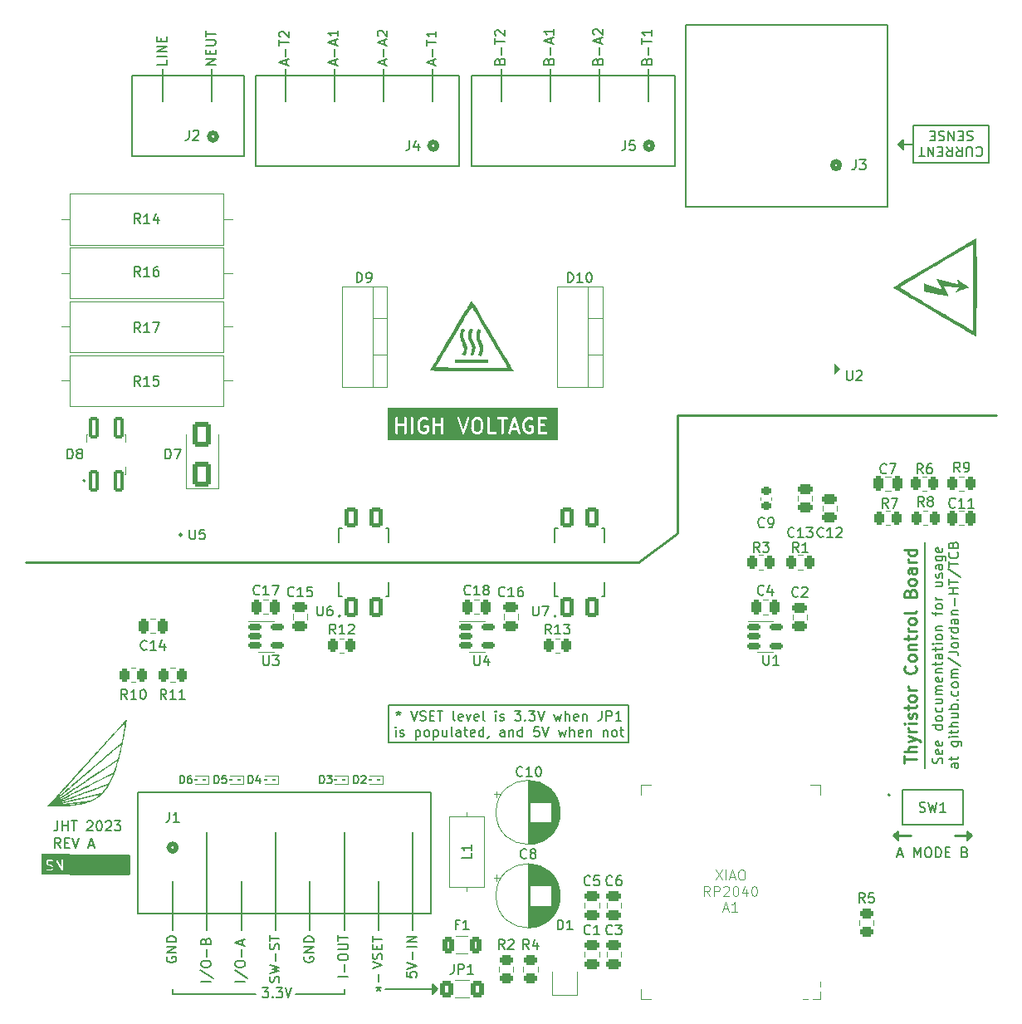
<source format=gto>
%TF.GenerationSoftware,KiCad,Pcbnew,7.0.2*%
%TF.CreationDate,2023-06-09T00:35:45-07:00*%
%TF.ProjectId,Thyristor_Control_Board,54687972-6973-4746-9f72-5f436f6e7472,A*%
%TF.SameCoordinates,Original*%
%TF.FileFunction,Legend,Top*%
%TF.FilePolarity,Positive*%
%FSLAX46Y46*%
G04 Gerber Fmt 4.6, Leading zero omitted, Abs format (unit mm)*
G04 Created by KiCad (PCBNEW 7.0.2) date 2023-06-09 00:35:45*
%MOMM*%
%LPD*%
G01*
G04 APERTURE LIST*
G04 Aperture macros list*
%AMRoundRect*
0 Rectangle with rounded corners*
0 $1 Rounding radius*
0 $2 $3 $4 $5 $6 $7 $8 $9 X,Y pos of 4 corners*
0 Add a 4 corners polygon primitive as box body*
4,1,4,$2,$3,$4,$5,$6,$7,$8,$9,$2,$3,0*
0 Add four circle primitives for the rounded corners*
1,1,$1+$1,$2,$3*
1,1,$1+$1,$4,$5*
1,1,$1+$1,$6,$7*
1,1,$1+$1,$8,$9*
0 Add four rect primitives between the rounded corners*
20,1,$1+$1,$2,$3,$4,$5,0*
20,1,$1+$1,$4,$5,$6,$7,0*
20,1,$1+$1,$6,$7,$8,$9,0*
20,1,$1+$1,$8,$9,$2,$3,0*%
G04 Aperture macros list end*
%ADD10C,0.250000*%
%ADD11C,0.150000*%
%ADD12C,0.100000*%
%ADD13C,0.152400*%
%ADD14C,0.508000*%
%ADD15C,0.120000*%
%ADD16C,0.127000*%
%ADD17C,0.200000*%
%ADD18C,2.032000*%
%ADD19C,1.600000*%
%ADD20O,1.600000X1.600000*%
%ADD21RoundRect,0.062500X-0.117500X-0.062500X0.117500X-0.062500X0.117500X0.062500X-0.117500X0.062500X0*%
%ADD22C,2.700000*%
%ADD23RoundRect,0.150000X-0.512500X-0.150000X0.512500X-0.150000X0.512500X0.150000X-0.512500X0.150000X0*%
%ADD24RoundRect,0.250000X-0.262500X-0.450000X0.262500X-0.450000X0.262500X0.450000X-0.262500X0.450000X0*%
%ADD25R,2.000000X1.905000*%
%ADD26O,2.000000X1.905000*%
%ADD27RoundRect,0.250000X-0.250000X-0.475000X0.250000X-0.475000X0.250000X0.475000X-0.250000X0.475000X0*%
%ADD28RoundRect,0.250000X0.475000X-0.250000X0.475000X0.250000X-0.475000X0.250000X-0.475000X-0.250000X0*%
%ADD29RoundRect,0.250000X0.262500X0.450000X-0.262500X0.450000X-0.262500X-0.450000X0.262500X-0.450000X0*%
%ADD30R,1.500000X1.100000*%
%ADD31RoundRect,0.236300X0.458700X-0.808700X0.458700X0.808700X-0.458700X0.808700X-0.458700X-0.808700X0*%
%ADD32C,2.400000*%
%ADD33O,2.400000X2.400000*%
%ADD34RoundRect,0.250000X-0.475000X0.250000X-0.475000X-0.250000X0.475000X-0.250000X0.475000X0.250000X0*%
%ADD35RoundRect,0.250000X0.650000X-1.000000X0.650000X1.000000X-0.650000X1.000000X-0.650000X-1.000000X0*%
%ADD36RoundRect,0.250000X-0.400000X-0.625000X0.400000X-0.625000X0.400000X0.625000X-0.400000X0.625000X0*%
%ADD37RoundRect,0.250000X0.450000X-0.262500X0.450000X0.262500X-0.450000X0.262500X-0.450000X-0.262500X0*%
%ADD38R,1.600000X1.600000*%
%ADD39R,0.650000X2.250000*%
%ADD40C,1.908048*%
%ADD41R,0.640000X1.900000*%
%ADD42R,1.250000X2.000000*%
%ADD43C,1.800000*%
%ADD44C,1.498600*%
%ADD45RoundRect,0.250000X0.250000X0.475000X-0.250000X0.475000X-0.250000X-0.475000X0.250000X-0.475000X0*%
%ADD46R,2.160000X1.780000*%
%ADD47C,3.000000*%
%ADD48RoundRect,0.225000X0.250000X-0.225000X0.250000X0.225000X-0.250000X0.225000X-0.250000X-0.225000X0*%
%ADD49RoundRect,0.150000X-0.350000X0.925000X-0.350000X-0.925000X0.350000X-0.925000X0.350000X0.925000X0*%
%ADD50RoundRect,0.250000X-0.375000X-0.625000X0.375000X-0.625000X0.375000X0.625000X-0.375000X0.625000X0*%
G04 APERTURE END LIST*
D10*
X75030000Y-137880000D02*
X81030000Y-137880000D01*
X81030000Y-139740000D01*
X75030000Y-139740000D01*
X75030000Y-137880000D01*
G36*
X75030000Y-137880000D02*
G01*
X81030000Y-137880000D01*
X81030000Y-139740000D01*
X75030000Y-139740000D01*
X75030000Y-137880000D01*
G37*
D11*
X84500000Y-61000000D02*
X84500000Y-57750000D01*
X129000000Y-61000000D02*
X129000000Y-57750000D01*
X97000000Y-61000000D02*
X97000000Y-57750000D01*
X161000000Y-65400000D02*
X159500000Y-65400000D01*
D10*
X160750000Y-135900000D02*
X159250000Y-135900000D01*
X165250000Y-135900000D02*
X166750000Y-135900000D01*
D11*
X161000000Y-67250000D02*
X168750000Y-67250000D01*
X160000000Y-65900000D02*
X159500000Y-65400000D01*
X160000000Y-64900000D01*
X160000000Y-65900000D01*
G36*
X160000000Y-65900000D02*
G01*
X159500000Y-65400000D01*
X160000000Y-64900000D01*
X160000000Y-65900000D01*
G37*
D10*
X133000000Y-108000000D02*
X137000000Y-105000000D01*
D11*
X106500000Y-140500000D02*
X106500000Y-145500000D01*
X92500000Y-140500000D02*
X92500000Y-145500000D01*
X168750000Y-67250000D02*
X168750000Y-63500000D01*
X161000000Y-63500000D02*
X161000000Y-65500000D01*
X89500000Y-61000000D02*
X89500000Y-57750000D01*
X161000000Y-65500000D02*
X161000000Y-67250000D01*
X110000000Y-135500000D02*
X110000000Y-145500000D01*
X98000000Y-152000000D02*
X103000000Y-152000000D01*
D10*
X137000000Y-105000000D02*
X137000000Y-93000000D01*
D11*
X162250000Y-129000000D02*
X162250000Y-106000000D01*
X168750000Y-63500000D02*
X161000000Y-63500000D01*
X94000000Y-152000000D02*
X85500000Y-152000000D01*
X107500000Y-126400000D02*
X107500000Y-122600000D01*
X107200000Y-151500000D02*
X112300000Y-151500000D01*
X112500000Y-151500000D02*
X112000000Y-152000000D01*
X112000000Y-151000000D01*
X112500000Y-151500000D01*
G36*
X112500000Y-151500000D02*
G01*
X112000000Y-152000000D01*
X112000000Y-151000000D01*
X112500000Y-151500000D01*
G37*
X134000000Y-61000000D02*
X134000000Y-57750000D01*
X167000000Y-135900000D02*
X166500000Y-136400000D01*
X166500000Y-135400000D01*
X167000000Y-135900000D01*
G36*
X167000000Y-135900000D02*
G01*
X166500000Y-136400000D01*
X166500000Y-135400000D01*
X167000000Y-135900000D01*
G37*
X159500000Y-136400000D02*
X159000000Y-135900000D01*
X159500000Y-135400000D01*
X159500000Y-136400000D01*
G36*
X159500000Y-136400000D02*
G01*
X159000000Y-135900000D01*
X159500000Y-135400000D01*
X159500000Y-136400000D01*
G37*
X107500000Y-122600000D02*
X132000000Y-122600000D01*
X102000000Y-61000000D02*
X102000000Y-57750000D01*
X103000000Y-152000000D02*
X103000000Y-151500000D01*
X119000000Y-61000000D02*
X119000000Y-57750000D01*
X103000000Y-135500000D02*
X103000000Y-145500000D01*
X96000000Y-135500000D02*
X96000000Y-145500000D01*
X85500000Y-152000000D02*
X85500000Y-151500000D01*
X85500000Y-140500000D02*
X85500000Y-145500000D01*
D10*
X137000000Y-93000000D02*
X169500000Y-93000000D01*
X70500000Y-108000000D02*
X133000000Y-108000000D01*
D11*
X124000000Y-61000000D02*
X124000000Y-57750000D01*
X106500000Y-150800000D02*
X106500000Y-150000000D01*
X132000000Y-126400000D02*
X107500000Y-126400000D01*
X89000000Y-135500000D02*
X89000000Y-145500000D01*
X107000000Y-61000000D02*
X107000000Y-57750000D01*
X132000000Y-122600000D02*
X132000000Y-126400000D01*
X99500000Y-140500000D02*
X99500000Y-145500000D01*
X112000000Y-61000000D02*
X112000000Y-57750000D01*
D10*
X160097023Y-128452380D02*
X160097023Y-127738094D01*
X161347023Y-128095237D02*
X160097023Y-128095237D01*
X161347023Y-127321427D02*
X160097023Y-127321427D01*
X161347023Y-126785713D02*
X160692261Y-126785713D01*
X160692261Y-126785713D02*
X160573214Y-126845237D01*
X160573214Y-126845237D02*
X160513690Y-126964285D01*
X160513690Y-126964285D02*
X160513690Y-127142856D01*
X160513690Y-127142856D02*
X160573214Y-127261904D01*
X160573214Y-127261904D02*
X160632738Y-127321427D01*
X160513690Y-126309523D02*
X161347023Y-126011904D01*
X160513690Y-125714285D02*
X161347023Y-126011904D01*
X161347023Y-126011904D02*
X161644642Y-126130952D01*
X161644642Y-126130952D02*
X161704166Y-126190475D01*
X161704166Y-126190475D02*
X161763690Y-126309523D01*
X161347023Y-125238094D02*
X160513690Y-125238094D01*
X160751785Y-125238094D02*
X160632738Y-125178571D01*
X160632738Y-125178571D02*
X160573214Y-125119047D01*
X160573214Y-125119047D02*
X160513690Y-124999999D01*
X160513690Y-124999999D02*
X160513690Y-124880952D01*
X161347023Y-124464284D02*
X160513690Y-124464284D01*
X160097023Y-124464284D02*
X160156547Y-124523808D01*
X160156547Y-124523808D02*
X160216071Y-124464284D01*
X160216071Y-124464284D02*
X160156547Y-124404761D01*
X160156547Y-124404761D02*
X160097023Y-124464284D01*
X160097023Y-124464284D02*
X160216071Y-124464284D01*
X161287500Y-123928570D02*
X161347023Y-123809523D01*
X161347023Y-123809523D02*
X161347023Y-123571427D01*
X161347023Y-123571427D02*
X161287500Y-123452380D01*
X161287500Y-123452380D02*
X161168452Y-123392856D01*
X161168452Y-123392856D02*
X161108928Y-123392856D01*
X161108928Y-123392856D02*
X160989880Y-123452380D01*
X160989880Y-123452380D02*
X160930357Y-123571427D01*
X160930357Y-123571427D02*
X160930357Y-123749999D01*
X160930357Y-123749999D02*
X160870833Y-123869046D01*
X160870833Y-123869046D02*
X160751785Y-123928570D01*
X160751785Y-123928570D02*
X160692261Y-123928570D01*
X160692261Y-123928570D02*
X160573214Y-123869046D01*
X160573214Y-123869046D02*
X160513690Y-123749999D01*
X160513690Y-123749999D02*
X160513690Y-123571427D01*
X160513690Y-123571427D02*
X160573214Y-123452380D01*
X160513690Y-123035713D02*
X160513690Y-122559522D01*
X160097023Y-122857141D02*
X161168452Y-122857141D01*
X161168452Y-122857141D02*
X161287500Y-122797618D01*
X161287500Y-122797618D02*
X161347023Y-122678570D01*
X161347023Y-122678570D02*
X161347023Y-122559522D01*
X161347023Y-121964284D02*
X161287500Y-122083332D01*
X161287500Y-122083332D02*
X161227976Y-122142855D01*
X161227976Y-122142855D02*
X161108928Y-122202379D01*
X161108928Y-122202379D02*
X160751785Y-122202379D01*
X160751785Y-122202379D02*
X160632738Y-122142855D01*
X160632738Y-122142855D02*
X160573214Y-122083332D01*
X160573214Y-122083332D02*
X160513690Y-121964284D01*
X160513690Y-121964284D02*
X160513690Y-121785713D01*
X160513690Y-121785713D02*
X160573214Y-121666665D01*
X160573214Y-121666665D02*
X160632738Y-121607141D01*
X160632738Y-121607141D02*
X160751785Y-121547617D01*
X160751785Y-121547617D02*
X161108928Y-121547617D01*
X161108928Y-121547617D02*
X161227976Y-121607141D01*
X161227976Y-121607141D02*
X161287500Y-121666665D01*
X161287500Y-121666665D02*
X161347023Y-121785713D01*
X161347023Y-121785713D02*
X161347023Y-121964284D01*
X161347023Y-121011903D02*
X160513690Y-121011903D01*
X160751785Y-121011903D02*
X160632738Y-120952380D01*
X160632738Y-120952380D02*
X160573214Y-120892856D01*
X160573214Y-120892856D02*
X160513690Y-120773808D01*
X160513690Y-120773808D02*
X160513690Y-120654761D01*
X161227976Y-118571427D02*
X161287500Y-118630951D01*
X161287500Y-118630951D02*
X161347023Y-118809522D01*
X161347023Y-118809522D02*
X161347023Y-118928570D01*
X161347023Y-118928570D02*
X161287500Y-119107141D01*
X161287500Y-119107141D02*
X161168452Y-119226189D01*
X161168452Y-119226189D02*
X161049404Y-119285712D01*
X161049404Y-119285712D02*
X160811309Y-119345236D01*
X160811309Y-119345236D02*
X160632738Y-119345236D01*
X160632738Y-119345236D02*
X160394642Y-119285712D01*
X160394642Y-119285712D02*
X160275595Y-119226189D01*
X160275595Y-119226189D02*
X160156547Y-119107141D01*
X160156547Y-119107141D02*
X160097023Y-118928570D01*
X160097023Y-118928570D02*
X160097023Y-118809522D01*
X160097023Y-118809522D02*
X160156547Y-118630951D01*
X160156547Y-118630951D02*
X160216071Y-118571427D01*
X161347023Y-117857141D02*
X161287500Y-117976189D01*
X161287500Y-117976189D02*
X161227976Y-118035712D01*
X161227976Y-118035712D02*
X161108928Y-118095236D01*
X161108928Y-118095236D02*
X160751785Y-118095236D01*
X160751785Y-118095236D02*
X160632738Y-118035712D01*
X160632738Y-118035712D02*
X160573214Y-117976189D01*
X160573214Y-117976189D02*
X160513690Y-117857141D01*
X160513690Y-117857141D02*
X160513690Y-117678570D01*
X160513690Y-117678570D02*
X160573214Y-117559522D01*
X160573214Y-117559522D02*
X160632738Y-117499998D01*
X160632738Y-117499998D02*
X160751785Y-117440474D01*
X160751785Y-117440474D02*
X161108928Y-117440474D01*
X161108928Y-117440474D02*
X161227976Y-117499998D01*
X161227976Y-117499998D02*
X161287500Y-117559522D01*
X161287500Y-117559522D02*
X161347023Y-117678570D01*
X161347023Y-117678570D02*
X161347023Y-117857141D01*
X160513690Y-116904760D02*
X161347023Y-116904760D01*
X160632738Y-116904760D02*
X160573214Y-116845237D01*
X160573214Y-116845237D02*
X160513690Y-116726189D01*
X160513690Y-116726189D02*
X160513690Y-116547618D01*
X160513690Y-116547618D02*
X160573214Y-116428570D01*
X160573214Y-116428570D02*
X160692261Y-116369046D01*
X160692261Y-116369046D02*
X161347023Y-116369046D01*
X160513690Y-115952380D02*
X160513690Y-115476189D01*
X160097023Y-115773808D02*
X161168452Y-115773808D01*
X161168452Y-115773808D02*
X161287500Y-115714285D01*
X161287500Y-115714285D02*
X161347023Y-115595237D01*
X161347023Y-115595237D02*
X161347023Y-115476189D01*
X161347023Y-115059522D02*
X160513690Y-115059522D01*
X160751785Y-115059522D02*
X160632738Y-114999999D01*
X160632738Y-114999999D02*
X160573214Y-114940475D01*
X160573214Y-114940475D02*
X160513690Y-114821427D01*
X160513690Y-114821427D02*
X160513690Y-114702380D01*
X161347023Y-114107141D02*
X161287500Y-114226189D01*
X161287500Y-114226189D02*
X161227976Y-114285712D01*
X161227976Y-114285712D02*
X161108928Y-114345236D01*
X161108928Y-114345236D02*
X160751785Y-114345236D01*
X160751785Y-114345236D02*
X160632738Y-114285712D01*
X160632738Y-114285712D02*
X160573214Y-114226189D01*
X160573214Y-114226189D02*
X160513690Y-114107141D01*
X160513690Y-114107141D02*
X160513690Y-113928570D01*
X160513690Y-113928570D02*
X160573214Y-113809522D01*
X160573214Y-113809522D02*
X160632738Y-113749998D01*
X160632738Y-113749998D02*
X160751785Y-113690474D01*
X160751785Y-113690474D02*
X161108928Y-113690474D01*
X161108928Y-113690474D02*
X161227976Y-113749998D01*
X161227976Y-113749998D02*
X161287500Y-113809522D01*
X161287500Y-113809522D02*
X161347023Y-113928570D01*
X161347023Y-113928570D02*
X161347023Y-114107141D01*
X161347023Y-112976189D02*
X161287500Y-113095237D01*
X161287500Y-113095237D02*
X161168452Y-113154760D01*
X161168452Y-113154760D02*
X160097023Y-113154760D01*
X160692261Y-111130951D02*
X160751785Y-110952379D01*
X160751785Y-110952379D02*
X160811309Y-110892856D01*
X160811309Y-110892856D02*
X160930357Y-110833332D01*
X160930357Y-110833332D02*
X161108928Y-110833332D01*
X161108928Y-110833332D02*
X161227976Y-110892856D01*
X161227976Y-110892856D02*
X161287500Y-110952379D01*
X161287500Y-110952379D02*
X161347023Y-111071427D01*
X161347023Y-111071427D02*
X161347023Y-111547617D01*
X161347023Y-111547617D02*
X160097023Y-111547617D01*
X160097023Y-111547617D02*
X160097023Y-111130951D01*
X160097023Y-111130951D02*
X160156547Y-111011903D01*
X160156547Y-111011903D02*
X160216071Y-110952379D01*
X160216071Y-110952379D02*
X160335119Y-110892856D01*
X160335119Y-110892856D02*
X160454166Y-110892856D01*
X160454166Y-110892856D02*
X160573214Y-110952379D01*
X160573214Y-110952379D02*
X160632738Y-111011903D01*
X160632738Y-111011903D02*
X160692261Y-111130951D01*
X160692261Y-111130951D02*
X160692261Y-111547617D01*
X161347023Y-110119046D02*
X161287500Y-110238094D01*
X161287500Y-110238094D02*
X161227976Y-110297617D01*
X161227976Y-110297617D02*
X161108928Y-110357141D01*
X161108928Y-110357141D02*
X160751785Y-110357141D01*
X160751785Y-110357141D02*
X160632738Y-110297617D01*
X160632738Y-110297617D02*
X160573214Y-110238094D01*
X160573214Y-110238094D02*
X160513690Y-110119046D01*
X160513690Y-110119046D02*
X160513690Y-109940475D01*
X160513690Y-109940475D02*
X160573214Y-109821427D01*
X160573214Y-109821427D02*
X160632738Y-109761903D01*
X160632738Y-109761903D02*
X160751785Y-109702379D01*
X160751785Y-109702379D02*
X161108928Y-109702379D01*
X161108928Y-109702379D02*
X161227976Y-109761903D01*
X161227976Y-109761903D02*
X161287500Y-109821427D01*
X161287500Y-109821427D02*
X161347023Y-109940475D01*
X161347023Y-109940475D02*
X161347023Y-110119046D01*
X161347023Y-108630951D02*
X160692261Y-108630951D01*
X160692261Y-108630951D02*
X160573214Y-108690475D01*
X160573214Y-108690475D02*
X160513690Y-108809523D01*
X160513690Y-108809523D02*
X160513690Y-109047618D01*
X160513690Y-109047618D02*
X160573214Y-109166665D01*
X161287500Y-108630951D02*
X161347023Y-108749999D01*
X161347023Y-108749999D02*
X161347023Y-109047618D01*
X161347023Y-109047618D02*
X161287500Y-109166665D01*
X161287500Y-109166665D02*
X161168452Y-109226189D01*
X161168452Y-109226189D02*
X161049404Y-109226189D01*
X161049404Y-109226189D02*
X160930357Y-109166665D01*
X160930357Y-109166665D02*
X160870833Y-109047618D01*
X160870833Y-109047618D02*
X160870833Y-108749999D01*
X160870833Y-108749999D02*
X160811309Y-108630951D01*
X161347023Y-108035713D02*
X160513690Y-108035713D01*
X160751785Y-108035713D02*
X160632738Y-107976190D01*
X160632738Y-107976190D02*
X160573214Y-107916666D01*
X160573214Y-107916666D02*
X160513690Y-107797618D01*
X160513690Y-107797618D02*
X160513690Y-107678571D01*
X161347023Y-106726189D02*
X160097023Y-106726189D01*
X161287500Y-106726189D02*
X161347023Y-106845237D01*
X161347023Y-106845237D02*
X161347023Y-107083332D01*
X161347023Y-107083332D02*
X161287500Y-107202380D01*
X161287500Y-107202380D02*
X161227976Y-107261903D01*
X161227976Y-107261903D02*
X161108928Y-107321427D01*
X161108928Y-107321427D02*
X160751785Y-107321427D01*
X160751785Y-107321427D02*
X160632738Y-107261903D01*
X160632738Y-107261903D02*
X160573214Y-107202380D01*
X160573214Y-107202380D02*
X160513690Y-107083332D01*
X160513690Y-107083332D02*
X160513690Y-106845237D01*
X160513690Y-106845237D02*
X160573214Y-106726189D01*
D11*
X159452381Y-137791904D02*
X159928571Y-137791904D01*
X159357143Y-138077619D02*
X159690476Y-137077619D01*
X159690476Y-137077619D02*
X160023809Y-138077619D01*
X161119048Y-138077619D02*
X161119048Y-137077619D01*
X161119048Y-137077619D02*
X161452381Y-137791904D01*
X161452381Y-137791904D02*
X161785714Y-137077619D01*
X161785714Y-137077619D02*
X161785714Y-138077619D01*
X162452381Y-137077619D02*
X162642857Y-137077619D01*
X162642857Y-137077619D02*
X162738095Y-137125238D01*
X162738095Y-137125238D02*
X162833333Y-137220476D01*
X162833333Y-137220476D02*
X162880952Y-137410952D01*
X162880952Y-137410952D02*
X162880952Y-137744285D01*
X162880952Y-137744285D02*
X162833333Y-137934761D01*
X162833333Y-137934761D02*
X162738095Y-138030000D01*
X162738095Y-138030000D02*
X162642857Y-138077619D01*
X162642857Y-138077619D02*
X162452381Y-138077619D01*
X162452381Y-138077619D02*
X162357143Y-138030000D01*
X162357143Y-138030000D02*
X162261905Y-137934761D01*
X162261905Y-137934761D02*
X162214286Y-137744285D01*
X162214286Y-137744285D02*
X162214286Y-137410952D01*
X162214286Y-137410952D02*
X162261905Y-137220476D01*
X162261905Y-137220476D02*
X162357143Y-137125238D01*
X162357143Y-137125238D02*
X162452381Y-137077619D01*
X163309524Y-138077619D02*
X163309524Y-137077619D01*
X163309524Y-137077619D02*
X163547619Y-137077619D01*
X163547619Y-137077619D02*
X163690476Y-137125238D01*
X163690476Y-137125238D02*
X163785714Y-137220476D01*
X163785714Y-137220476D02*
X163833333Y-137315714D01*
X163833333Y-137315714D02*
X163880952Y-137506190D01*
X163880952Y-137506190D02*
X163880952Y-137649047D01*
X163880952Y-137649047D02*
X163833333Y-137839523D01*
X163833333Y-137839523D02*
X163785714Y-137934761D01*
X163785714Y-137934761D02*
X163690476Y-138030000D01*
X163690476Y-138030000D02*
X163547619Y-138077619D01*
X163547619Y-138077619D02*
X163309524Y-138077619D01*
X164309524Y-137553809D02*
X164642857Y-137553809D01*
X164785714Y-138077619D02*
X164309524Y-138077619D01*
X164309524Y-138077619D02*
X164309524Y-137077619D01*
X164309524Y-137077619D02*
X164785714Y-137077619D01*
X166309524Y-137553809D02*
X166452381Y-137601428D01*
X166452381Y-137601428D02*
X166500000Y-137649047D01*
X166500000Y-137649047D02*
X166547619Y-137744285D01*
X166547619Y-137744285D02*
X166547619Y-137887142D01*
X166547619Y-137887142D02*
X166500000Y-137982380D01*
X166500000Y-137982380D02*
X166452381Y-138030000D01*
X166452381Y-138030000D02*
X166357143Y-138077619D01*
X166357143Y-138077619D02*
X165976191Y-138077619D01*
X165976191Y-138077619D02*
X165976191Y-137077619D01*
X165976191Y-137077619D02*
X166309524Y-137077619D01*
X166309524Y-137077619D02*
X166404762Y-137125238D01*
X166404762Y-137125238D02*
X166452381Y-137172857D01*
X166452381Y-137172857D02*
X166500000Y-137268095D01*
X166500000Y-137268095D02*
X166500000Y-137363333D01*
X166500000Y-137363333D02*
X166452381Y-137458571D01*
X166452381Y-137458571D02*
X166404762Y-137506190D01*
X166404762Y-137506190D02*
X166309524Y-137553809D01*
X166309524Y-137553809D02*
X165976191Y-137553809D01*
X89877619Y-57261904D02*
X88877619Y-57261904D01*
X88877619Y-57261904D02*
X89877619Y-56690476D01*
X89877619Y-56690476D02*
X88877619Y-56690476D01*
X89353809Y-56214285D02*
X89353809Y-55880952D01*
X89877619Y-55738095D02*
X89877619Y-56214285D01*
X89877619Y-56214285D02*
X88877619Y-56214285D01*
X88877619Y-56214285D02*
X88877619Y-55738095D01*
X88877619Y-55309523D02*
X89687142Y-55309523D01*
X89687142Y-55309523D02*
X89782380Y-55261904D01*
X89782380Y-55261904D02*
X89830000Y-55214285D01*
X89830000Y-55214285D02*
X89877619Y-55119047D01*
X89877619Y-55119047D02*
X89877619Y-54928571D01*
X89877619Y-54928571D02*
X89830000Y-54833333D01*
X89830000Y-54833333D02*
X89782380Y-54785714D01*
X89782380Y-54785714D02*
X89687142Y-54738095D01*
X89687142Y-54738095D02*
X88877619Y-54738095D01*
X88877619Y-54404761D02*
X88877619Y-53833333D01*
X89877619Y-54119047D02*
X88877619Y-54119047D01*
X128853809Y-56928571D02*
X128901428Y-56785714D01*
X128901428Y-56785714D02*
X128949047Y-56738095D01*
X128949047Y-56738095D02*
X129044285Y-56690476D01*
X129044285Y-56690476D02*
X129187142Y-56690476D01*
X129187142Y-56690476D02*
X129282380Y-56738095D01*
X129282380Y-56738095D02*
X129330000Y-56785714D01*
X129330000Y-56785714D02*
X129377619Y-56880952D01*
X129377619Y-56880952D02*
X129377619Y-57261904D01*
X129377619Y-57261904D02*
X128377619Y-57261904D01*
X128377619Y-57261904D02*
X128377619Y-56928571D01*
X128377619Y-56928571D02*
X128425238Y-56833333D01*
X128425238Y-56833333D02*
X128472857Y-56785714D01*
X128472857Y-56785714D02*
X128568095Y-56738095D01*
X128568095Y-56738095D02*
X128663333Y-56738095D01*
X128663333Y-56738095D02*
X128758571Y-56785714D01*
X128758571Y-56785714D02*
X128806190Y-56833333D01*
X128806190Y-56833333D02*
X128853809Y-56928571D01*
X128853809Y-56928571D02*
X128853809Y-57261904D01*
X128996666Y-56261904D02*
X128996666Y-55500000D01*
X129091904Y-55071428D02*
X129091904Y-54595238D01*
X129377619Y-55166666D02*
X128377619Y-54833333D01*
X128377619Y-54833333D02*
X129377619Y-54500000D01*
X128472857Y-54214285D02*
X128425238Y-54166666D01*
X128425238Y-54166666D02*
X128377619Y-54071428D01*
X128377619Y-54071428D02*
X128377619Y-53833333D01*
X128377619Y-53833333D02*
X128425238Y-53738095D01*
X128425238Y-53738095D02*
X128472857Y-53690476D01*
X128472857Y-53690476D02*
X128568095Y-53642857D01*
X128568095Y-53642857D02*
X128663333Y-53642857D01*
X128663333Y-53642857D02*
X128806190Y-53690476D01*
X128806190Y-53690476D02*
X129377619Y-54261904D01*
X129377619Y-54261904D02*
X129377619Y-53642857D01*
X97091904Y-57309523D02*
X97091904Y-56833333D01*
X97377619Y-57404761D02*
X96377619Y-57071428D01*
X96377619Y-57071428D02*
X97377619Y-56738095D01*
X96996666Y-56404761D02*
X96996666Y-55642857D01*
X96377619Y-55309523D02*
X96377619Y-54738095D01*
X97377619Y-55023809D02*
X96377619Y-55023809D01*
X96472857Y-54452380D02*
X96425238Y-54404761D01*
X96425238Y-54404761D02*
X96377619Y-54309523D01*
X96377619Y-54309523D02*
X96377619Y-54071428D01*
X96377619Y-54071428D02*
X96425238Y-53976190D01*
X96425238Y-53976190D02*
X96472857Y-53928571D01*
X96472857Y-53928571D02*
X96568095Y-53880952D01*
X96568095Y-53880952D02*
X96663333Y-53880952D01*
X96663333Y-53880952D02*
X96806190Y-53928571D01*
X96806190Y-53928571D02*
X97377619Y-54499999D01*
X97377619Y-54499999D02*
X97377619Y-53880952D01*
X105877619Y-149404761D02*
X106877619Y-149071428D01*
X106877619Y-149071428D02*
X105877619Y-148738095D01*
X106830000Y-148452380D02*
X106877619Y-148309523D01*
X106877619Y-148309523D02*
X106877619Y-148071428D01*
X106877619Y-148071428D02*
X106830000Y-147976190D01*
X106830000Y-147976190D02*
X106782380Y-147928571D01*
X106782380Y-147928571D02*
X106687142Y-147880952D01*
X106687142Y-147880952D02*
X106591904Y-147880952D01*
X106591904Y-147880952D02*
X106496666Y-147928571D01*
X106496666Y-147928571D02*
X106449047Y-147976190D01*
X106449047Y-147976190D02*
X106401428Y-148071428D01*
X106401428Y-148071428D02*
X106353809Y-148261904D01*
X106353809Y-148261904D02*
X106306190Y-148357142D01*
X106306190Y-148357142D02*
X106258571Y-148404761D01*
X106258571Y-148404761D02*
X106163333Y-148452380D01*
X106163333Y-148452380D02*
X106068095Y-148452380D01*
X106068095Y-148452380D02*
X105972857Y-148404761D01*
X105972857Y-148404761D02*
X105925238Y-148357142D01*
X105925238Y-148357142D02*
X105877619Y-148261904D01*
X105877619Y-148261904D02*
X105877619Y-148023809D01*
X105877619Y-148023809D02*
X105925238Y-147880952D01*
X106353809Y-147452380D02*
X106353809Y-147119047D01*
X106877619Y-146976190D02*
X106877619Y-147452380D01*
X106877619Y-147452380D02*
X105877619Y-147452380D01*
X105877619Y-147452380D02*
X105877619Y-146976190D01*
X105877619Y-146690475D02*
X105877619Y-146119047D01*
X106877619Y-146404761D02*
X105877619Y-146404761D01*
X133853809Y-56928571D02*
X133901428Y-56785714D01*
X133901428Y-56785714D02*
X133949047Y-56738095D01*
X133949047Y-56738095D02*
X134044285Y-56690476D01*
X134044285Y-56690476D02*
X134187142Y-56690476D01*
X134187142Y-56690476D02*
X134282380Y-56738095D01*
X134282380Y-56738095D02*
X134330000Y-56785714D01*
X134330000Y-56785714D02*
X134377619Y-56880952D01*
X134377619Y-56880952D02*
X134377619Y-57261904D01*
X134377619Y-57261904D02*
X133377619Y-57261904D01*
X133377619Y-57261904D02*
X133377619Y-56928571D01*
X133377619Y-56928571D02*
X133425238Y-56833333D01*
X133425238Y-56833333D02*
X133472857Y-56785714D01*
X133472857Y-56785714D02*
X133568095Y-56738095D01*
X133568095Y-56738095D02*
X133663333Y-56738095D01*
X133663333Y-56738095D02*
X133758571Y-56785714D01*
X133758571Y-56785714D02*
X133806190Y-56833333D01*
X133806190Y-56833333D02*
X133853809Y-56928571D01*
X133853809Y-56928571D02*
X133853809Y-57261904D01*
X133996666Y-56261904D02*
X133996666Y-55500000D01*
X133377619Y-55166666D02*
X133377619Y-54595238D01*
X134377619Y-54880952D02*
X133377619Y-54880952D01*
X134377619Y-53738095D02*
X134377619Y-54309523D01*
X134377619Y-54023809D02*
X133377619Y-54023809D01*
X133377619Y-54023809D02*
X133520476Y-54119047D01*
X133520476Y-54119047D02*
X133615714Y-54214285D01*
X133615714Y-54214285D02*
X133663333Y-54309523D01*
D10*
G36*
X120540859Y-94262857D02*
G01*
X120173429Y-94262857D01*
X120357144Y-93711713D01*
X120540859Y-94262857D01*
G37*
G36*
X116783100Y-93490590D02*
G01*
X116887128Y-93594618D01*
X116946428Y-93831816D01*
X116946428Y-94301039D01*
X116887129Y-94538236D01*
X116783097Y-94642268D01*
X116684778Y-94691428D01*
X116458080Y-94691428D01*
X116359758Y-94642267D01*
X116255728Y-94538237D01*
X116196429Y-94301040D01*
X116196429Y-93831815D01*
X116255727Y-93594620D01*
X116359760Y-93490587D01*
X116458080Y-93441428D01*
X116684777Y-93441428D01*
X116783100Y-93490590D01*
G37*
G36*
X124771430Y-95589286D02*
G01*
X107410714Y-95589286D01*
X107410714Y-94049254D01*
X108228191Y-94049254D01*
X108232142Y-94057905D01*
X108232142Y-94834400D01*
X108247546Y-94886861D01*
X108303023Y-94934932D01*
X108375682Y-94945379D01*
X108442455Y-94914885D01*
X108482142Y-94853131D01*
X108482142Y-94155714D01*
X109089285Y-94155714D01*
X109089285Y-94834400D01*
X109104689Y-94886861D01*
X109160166Y-94934932D01*
X109232825Y-94945379D01*
X109299598Y-94914885D01*
X109339285Y-94853131D01*
X109339285Y-94834400D01*
X109803571Y-94834400D01*
X109818975Y-94886861D01*
X109874452Y-94934932D01*
X109947111Y-94945379D01*
X110013884Y-94914885D01*
X110053571Y-94853131D01*
X110053571Y-94168281D01*
X110441259Y-94168281D01*
X110446429Y-94188961D01*
X110446429Y-94191543D01*
X110450773Y-94206338D01*
X110516189Y-94468003D01*
X110514640Y-94482359D01*
X110524916Y-94502912D01*
X110525948Y-94507037D01*
X110532925Y-94518930D01*
X110595473Y-94644025D01*
X110599944Y-94664577D01*
X110624311Y-94688944D01*
X110647759Y-94714152D01*
X110650123Y-94714756D01*
X110763997Y-94828631D01*
X110782795Y-94851979D01*
X110807028Y-94860056D01*
X110829450Y-94872300D01*
X110841230Y-94871457D01*
X111017034Y-94930058D01*
X111034726Y-94941428D01*
X111069164Y-94941428D01*
X111103591Y-94942673D01*
X111105691Y-94941428D01*
X111198615Y-94941428D01*
X111218995Y-94946620D01*
X111251676Y-94935726D01*
X111284719Y-94926024D01*
X111286317Y-94924179D01*
X111461716Y-94865713D01*
X111491008Y-94859341D01*
X111509072Y-94841276D01*
X111530048Y-94826699D01*
X111534562Y-94815786D01*
X111572442Y-94777905D01*
X111585313Y-94772028D01*
X111597889Y-94752458D01*
X111601097Y-94749251D01*
X111607573Y-94737390D01*
X111625000Y-94710274D01*
X111625000Y-94705475D01*
X111627300Y-94701263D01*
X111625000Y-94669112D01*
X111625000Y-94182510D01*
X111628951Y-94155031D01*
X111617417Y-94129776D01*
X111609596Y-94103138D01*
X111602408Y-94096909D01*
X111598457Y-94088258D01*
X111575100Y-94073247D01*
X111554119Y-94055067D01*
X111544704Y-94053713D01*
X111537766Y-94049254D01*
X112013906Y-94049254D01*
X112017857Y-94057905D01*
X112017857Y-94834400D01*
X112033261Y-94886861D01*
X112088738Y-94934932D01*
X112161397Y-94945379D01*
X112228170Y-94914885D01*
X112267857Y-94853131D01*
X112267857Y-94155714D01*
X112875000Y-94155714D01*
X112875000Y-94834400D01*
X112890404Y-94886861D01*
X112945881Y-94934932D01*
X113018540Y-94945379D01*
X113085313Y-94914885D01*
X113125000Y-94853131D01*
X113125000Y-94039653D01*
X113128951Y-94012174D01*
X113125000Y-94003522D01*
X113125000Y-93321137D01*
X114512666Y-93321137D01*
X115017122Y-94834505D01*
X115016613Y-94848589D01*
X115028504Y-94868651D01*
X115029956Y-94873006D01*
X115037631Y-94884050D01*
X115054042Y-94911737D01*
X115058386Y-94913913D01*
X115061159Y-94917904D01*
X115090894Y-94930205D01*
X115119669Y-94944625D01*
X115124501Y-94944107D01*
X115128991Y-94945965D01*
X115160659Y-94940236D01*
X115192658Y-94936811D01*
X115196442Y-94933764D01*
X115201225Y-94932899D01*
X115224771Y-94910955D01*
X115249837Y-94890776D01*
X115251373Y-94886166D01*
X115254928Y-94882854D01*
X115262872Y-94851670D01*
X115443050Y-94311138D01*
X115941259Y-94311138D01*
X115946429Y-94331817D01*
X115946429Y-94334400D01*
X115950773Y-94349195D01*
X116021125Y-94630603D01*
X116028516Y-94664577D01*
X116043145Y-94679206D01*
X116053616Y-94697053D01*
X116068568Y-94704629D01*
X116186244Y-94822306D01*
X116196985Y-94840390D01*
X116227801Y-94855798D01*
X116258023Y-94872300D01*
X116260457Y-94872125D01*
X116366656Y-94925224D01*
X116391869Y-94941428D01*
X116417415Y-94941428D01*
X116442557Y-94945952D01*
X116453465Y-94941428D01*
X116707558Y-94941428D01*
X116737359Y-94944646D01*
X116760209Y-94933220D01*
X116784719Y-94926024D01*
X116792452Y-94917099D01*
X116899027Y-94863811D01*
X116919579Y-94859341D01*
X116943941Y-94834978D01*
X116943952Y-94834968D01*
X117585335Y-94834968D01*
X117596868Y-94860222D01*
X117604690Y-94886861D01*
X117611877Y-94893089D01*
X117615829Y-94901741D01*
X117639185Y-94916751D01*
X117660167Y-94934932D01*
X117669581Y-94936285D01*
X117677583Y-94941428D01*
X117705347Y-94941428D01*
X117732826Y-94945379D01*
X117741478Y-94941428D01*
X118446544Y-94941428D01*
X118499005Y-94926024D01*
X118547076Y-94870547D01*
X118557523Y-94797888D01*
X118527029Y-94731115D01*
X118465275Y-94691428D01*
X117839286Y-94691428D01*
X117839286Y-93334968D01*
X118585336Y-93334968D01*
X118615830Y-93401741D01*
X118677584Y-93441428D01*
X119017858Y-93441428D01*
X119017858Y-94834400D01*
X119033262Y-94886861D01*
X119088739Y-94934932D01*
X119161398Y-94945379D01*
X119228171Y-94914885D01*
X119267858Y-94853131D01*
X119267858Y-94848589D01*
X119730899Y-94848589D01*
X119768328Y-94911737D01*
X119833955Y-94944625D01*
X119906944Y-94936811D01*
X119964123Y-94890776D01*
X120090096Y-94512857D01*
X120624192Y-94512857D01*
X120744242Y-94873006D01*
X120775445Y-94917904D01*
X120843277Y-94945965D01*
X120915511Y-94932899D01*
X120969214Y-94882854D01*
X120987336Y-94811719D01*
X120842222Y-94376379D01*
X120843238Y-94369317D01*
X120830763Y-94342000D01*
X120772857Y-94168281D01*
X121155545Y-94168281D01*
X121160715Y-94188961D01*
X121160715Y-94191543D01*
X121165059Y-94206338D01*
X121230475Y-94468003D01*
X121228926Y-94482359D01*
X121239202Y-94502912D01*
X121240234Y-94507037D01*
X121247211Y-94518930D01*
X121309759Y-94644025D01*
X121314230Y-94664577D01*
X121338597Y-94688944D01*
X121362045Y-94714152D01*
X121364409Y-94714756D01*
X121478283Y-94828631D01*
X121497081Y-94851979D01*
X121521314Y-94860056D01*
X121543736Y-94872300D01*
X121555516Y-94871457D01*
X121731320Y-94930058D01*
X121749012Y-94941428D01*
X121783450Y-94941428D01*
X121817877Y-94942673D01*
X121819977Y-94941428D01*
X121912901Y-94941428D01*
X121933281Y-94946620D01*
X121965962Y-94935726D01*
X121999005Y-94926024D01*
X122000603Y-94924179D01*
X122176002Y-94865713D01*
X122205294Y-94859341D01*
X122223358Y-94841276D01*
X122232435Y-94834968D01*
X122728192Y-94834968D01*
X122739725Y-94860222D01*
X122747547Y-94886861D01*
X122754734Y-94893089D01*
X122758686Y-94901741D01*
X122782042Y-94916751D01*
X122803024Y-94934932D01*
X122812438Y-94936285D01*
X122820440Y-94941428D01*
X122848204Y-94941428D01*
X122875683Y-94945379D01*
X122884335Y-94941428D01*
X123589401Y-94941428D01*
X123641862Y-94926024D01*
X123689933Y-94870547D01*
X123700380Y-94797888D01*
X123669886Y-94731115D01*
X123608132Y-94691428D01*
X122982143Y-94691428D01*
X122982143Y-94155714D01*
X123375115Y-94155714D01*
X123427576Y-94140310D01*
X123475647Y-94084833D01*
X123486094Y-94012174D01*
X123455600Y-93945401D01*
X123393846Y-93905714D01*
X122982143Y-93905714D01*
X122982143Y-93441428D01*
X123589401Y-93441428D01*
X123641862Y-93426024D01*
X123689933Y-93370547D01*
X123700380Y-93297888D01*
X123669886Y-93231115D01*
X123608132Y-93191428D01*
X122866082Y-93191428D01*
X122838603Y-93187477D01*
X122813348Y-93199010D01*
X122786710Y-93206832D01*
X122780481Y-93214019D01*
X122771830Y-93217971D01*
X122756819Y-93241327D01*
X122738639Y-93262309D01*
X122737285Y-93271723D01*
X122732143Y-93279725D01*
X122732143Y-93307488D01*
X122728192Y-93334968D01*
X122732143Y-93343619D01*
X122732143Y-94021774D01*
X122728192Y-94049254D01*
X122732143Y-94057905D01*
X122732143Y-94807488D01*
X122728192Y-94834968D01*
X122232435Y-94834968D01*
X122244334Y-94826699D01*
X122248848Y-94815786D01*
X122286728Y-94777905D01*
X122299599Y-94772028D01*
X122312175Y-94752458D01*
X122315383Y-94749251D01*
X122321859Y-94737390D01*
X122339286Y-94710274D01*
X122339286Y-94705475D01*
X122341586Y-94701263D01*
X122339286Y-94669112D01*
X122339286Y-94182510D01*
X122343237Y-94155031D01*
X122331703Y-94129776D01*
X122323882Y-94103138D01*
X122316694Y-94096909D01*
X122312743Y-94088258D01*
X122289386Y-94073247D01*
X122268405Y-94055067D01*
X122258990Y-94053713D01*
X122250989Y-94048571D01*
X122223225Y-94048571D01*
X122195746Y-94044620D01*
X122187094Y-94048571D01*
X121910600Y-94048571D01*
X121858139Y-94063975D01*
X121810068Y-94119452D01*
X121799621Y-94192111D01*
X121830115Y-94258884D01*
X121891869Y-94298571D01*
X122089286Y-94298571D01*
X122089286Y-94621794D01*
X122075334Y-94635746D01*
X121908288Y-94691428D01*
X121806000Y-94691428D01*
X121638951Y-94635745D01*
X121531303Y-94528096D01*
X121475083Y-94415657D01*
X121410715Y-94158183D01*
X121410715Y-93974672D01*
X121475083Y-93717199D01*
X121531305Y-93604756D01*
X121638950Y-93497111D01*
X121805999Y-93441428D01*
X121970492Y-93441428D01*
X122103030Y-93507698D01*
X122156842Y-93517381D01*
X122224648Y-93489259D01*
X122266486Y-93428943D01*
X122269074Y-93355582D01*
X122231588Y-93292468D01*
X122061918Y-93207632D01*
X122036704Y-93191428D01*
X122011158Y-93191428D01*
X121986017Y-93186904D01*
X121975109Y-93191428D01*
X121801386Y-93191428D01*
X121781006Y-93186236D01*
X121748327Y-93197129D01*
X121715282Y-93206832D01*
X121713683Y-93208677D01*
X121538282Y-93267144D01*
X121508993Y-93273516D01*
X121490928Y-93291580D01*
X121469953Y-93306158D01*
X121465438Y-93317070D01*
X121351266Y-93431243D01*
X121333183Y-93441984D01*
X121317775Y-93472799D01*
X121301272Y-93503022D01*
X121301446Y-93505457D01*
X121255296Y-93597756D01*
X121244777Y-93607647D01*
X121239203Y-93629941D01*
X121237302Y-93633744D01*
X121234859Y-93647315D01*
X121169435Y-93909011D01*
X121160715Y-93922582D01*
X121160715Y-93943895D01*
X121160088Y-93946404D01*
X121160715Y-93961826D01*
X121160714Y-94152999D01*
X121155545Y-94168281D01*
X120772857Y-94168281D01*
X120482879Y-93298350D01*
X120483389Y-93284267D01*
X120471497Y-93264204D01*
X120470046Y-93259850D01*
X120462370Y-93248805D01*
X120445960Y-93221119D01*
X120441615Y-93218942D01*
X120438843Y-93214952D01*
X120409105Y-93202649D01*
X120380333Y-93188231D01*
X120375501Y-93188748D01*
X120371012Y-93186891D01*
X120339345Y-93192619D01*
X120307344Y-93196045D01*
X120303559Y-93199092D01*
X120298778Y-93199957D01*
X120275234Y-93221896D01*
X120250165Y-93242080D01*
X120248628Y-93246689D01*
X120245074Y-93250002D01*
X120237129Y-93281185D01*
X119889268Y-94324769D01*
X119881497Y-94333738D01*
X119877869Y-94358964D01*
X119732875Y-94793949D01*
X119730899Y-94848589D01*
X119267858Y-94848589D01*
X119267858Y-93441428D01*
X119589402Y-93441428D01*
X119641863Y-93426024D01*
X119689934Y-93370547D01*
X119700381Y-93297888D01*
X119669887Y-93231115D01*
X119608133Y-93191428D01*
X119151797Y-93191428D01*
X119124318Y-93187477D01*
X119115666Y-93191428D01*
X118696315Y-93191428D01*
X118643854Y-93206832D01*
X118595783Y-93262309D01*
X118585336Y-93334968D01*
X117839286Y-93334968D01*
X117839286Y-93298456D01*
X117823882Y-93245995D01*
X117768405Y-93197924D01*
X117695746Y-93187477D01*
X117628973Y-93217971D01*
X117589286Y-93279725D01*
X117589286Y-94807488D01*
X117585335Y-94834968D01*
X116943952Y-94834968D01*
X116969153Y-94811527D01*
X116969757Y-94809161D01*
X117087041Y-94691877D01*
X117112366Y-94668066D01*
X117117384Y-94647993D01*
X117127300Y-94629834D01*
X117126104Y-94613114D01*
X117187708Y-94366700D01*
X117196429Y-94353131D01*
X117196428Y-94331817D01*
X117197056Y-94329310D01*
X117196428Y-94313887D01*
X117196429Y-93836999D01*
X117201599Y-93821718D01*
X117196428Y-93801038D01*
X117196429Y-93798456D01*
X117192084Y-93783658D01*
X117121730Y-93502247D01*
X117114341Y-93468278D01*
X117099710Y-93453647D01*
X117089241Y-93435803D01*
X117074289Y-93428226D01*
X116956613Y-93310551D01*
X116945873Y-93292468D01*
X116915057Y-93277060D01*
X116884835Y-93260557D01*
X116882399Y-93260731D01*
X116776203Y-93207632D01*
X116750989Y-93191428D01*
X116725443Y-93191428D01*
X116700302Y-93186904D01*
X116689394Y-93191428D01*
X116435297Y-93191428D01*
X116405498Y-93188211D01*
X116382650Y-93199634D01*
X116358139Y-93206832D01*
X116350405Y-93215757D01*
X116243827Y-93269046D01*
X116223280Y-93273516D01*
X116198933Y-93297862D01*
X116173705Y-93321330D01*
X116173100Y-93323695D01*
X116055826Y-93440967D01*
X116030491Y-93464790D01*
X116025473Y-93484861D01*
X116015557Y-93503021D01*
X116016752Y-93519742D01*
X115955149Y-93766154D01*
X115946429Y-93779725D01*
X115946429Y-93801038D01*
X115945802Y-93803547D01*
X115946429Y-93818969D01*
X115946429Y-94295856D01*
X115941259Y-94311138D01*
X115443050Y-94311138D01*
X115767127Y-93338907D01*
X115769103Y-93284267D01*
X115731674Y-93221119D01*
X115666047Y-93188231D01*
X115593058Y-93196045D01*
X115535879Y-93242080D01*
X115142857Y-94421142D01*
X114755760Y-93259850D01*
X114724557Y-93214952D01*
X114656726Y-93186891D01*
X114584492Y-93199957D01*
X114530788Y-93250002D01*
X114512666Y-93321137D01*
X113125000Y-93321137D01*
X113125000Y-93298456D01*
X113109596Y-93245995D01*
X113054119Y-93197924D01*
X112981460Y-93187477D01*
X112914687Y-93217971D01*
X112875000Y-93279725D01*
X112875000Y-93905714D01*
X112267857Y-93905714D01*
X112267857Y-93298456D01*
X112252453Y-93245995D01*
X112196976Y-93197924D01*
X112124317Y-93187477D01*
X112057544Y-93217971D01*
X112017857Y-93279725D01*
X112017857Y-94021774D01*
X112013906Y-94049254D01*
X111537766Y-94049254D01*
X111536703Y-94048571D01*
X111508939Y-94048571D01*
X111481460Y-94044620D01*
X111472808Y-94048571D01*
X111196314Y-94048571D01*
X111143853Y-94063975D01*
X111095782Y-94119452D01*
X111085335Y-94192111D01*
X111115829Y-94258884D01*
X111177583Y-94298571D01*
X111375000Y-94298571D01*
X111375000Y-94621794D01*
X111361048Y-94635746D01*
X111194002Y-94691428D01*
X111091714Y-94691428D01*
X110924665Y-94635745D01*
X110817017Y-94528096D01*
X110760797Y-94415657D01*
X110696429Y-94158182D01*
X110696429Y-93974672D01*
X110760797Y-93717199D01*
X110817019Y-93604756D01*
X110924664Y-93497111D01*
X111091713Y-93441428D01*
X111256206Y-93441428D01*
X111388744Y-93507698D01*
X111442556Y-93517381D01*
X111510362Y-93489259D01*
X111552200Y-93428943D01*
X111554788Y-93355582D01*
X111517302Y-93292468D01*
X111347632Y-93207632D01*
X111322418Y-93191428D01*
X111296872Y-93191428D01*
X111271731Y-93186904D01*
X111260823Y-93191428D01*
X111087100Y-93191428D01*
X111066720Y-93186236D01*
X111034041Y-93197129D01*
X111000996Y-93206832D01*
X110999397Y-93208677D01*
X110823996Y-93267144D01*
X110794707Y-93273516D01*
X110776642Y-93291580D01*
X110755667Y-93306158D01*
X110751152Y-93317070D01*
X110636980Y-93431243D01*
X110618897Y-93441984D01*
X110603489Y-93472799D01*
X110586986Y-93503022D01*
X110587160Y-93505457D01*
X110541010Y-93597756D01*
X110530491Y-93607647D01*
X110524917Y-93629941D01*
X110523016Y-93633744D01*
X110520573Y-93647315D01*
X110455149Y-93909011D01*
X110446429Y-93922582D01*
X110446429Y-93943895D01*
X110445802Y-93946404D01*
X110446429Y-93961826D01*
X110446429Y-94152999D01*
X110441259Y-94168281D01*
X110053571Y-94168281D01*
X110053571Y-93298456D01*
X110038167Y-93245995D01*
X109982690Y-93197924D01*
X109910031Y-93187477D01*
X109843258Y-93217971D01*
X109803571Y-93279725D01*
X109803571Y-94834400D01*
X109339285Y-94834400D01*
X109339285Y-94039653D01*
X109343236Y-94012174D01*
X109339285Y-94003522D01*
X109339285Y-93298456D01*
X109323881Y-93245995D01*
X109268404Y-93197924D01*
X109195745Y-93187477D01*
X109128972Y-93217971D01*
X109089285Y-93279725D01*
X109089285Y-93905714D01*
X108482142Y-93905714D01*
X108482142Y-93298456D01*
X108466738Y-93245995D01*
X108411261Y-93197924D01*
X108338602Y-93187477D01*
X108271829Y-93217971D01*
X108232142Y-93279725D01*
X108232142Y-94021774D01*
X108228191Y-94049254D01*
X107410714Y-94049254D01*
X107410714Y-92285714D01*
X124771430Y-92285714D01*
X124771430Y-95589286D01*
G37*
D11*
X107091904Y-57309523D02*
X107091904Y-56833333D01*
X107377619Y-57404761D02*
X106377619Y-57071428D01*
X106377619Y-57071428D02*
X107377619Y-56738095D01*
X106996666Y-56404761D02*
X106996666Y-55642857D01*
X107091904Y-55214285D02*
X107091904Y-54738095D01*
X107377619Y-55309523D02*
X106377619Y-54976190D01*
X106377619Y-54976190D02*
X107377619Y-54642857D01*
X106472857Y-54357142D02*
X106425238Y-54309523D01*
X106425238Y-54309523D02*
X106377619Y-54214285D01*
X106377619Y-54214285D02*
X106377619Y-53976190D01*
X106377619Y-53976190D02*
X106425238Y-53880952D01*
X106425238Y-53880952D02*
X106472857Y-53833333D01*
X106472857Y-53833333D02*
X106568095Y-53785714D01*
X106568095Y-53785714D02*
X106663333Y-53785714D01*
X106663333Y-53785714D02*
X106806190Y-53833333D01*
X106806190Y-53833333D02*
X107377619Y-54404761D01*
X107377619Y-54404761D02*
X107377619Y-53785714D01*
X112091904Y-57309523D02*
X112091904Y-56833333D01*
X112377619Y-57404761D02*
X111377619Y-57071428D01*
X111377619Y-57071428D02*
X112377619Y-56738095D01*
X111996666Y-56404761D02*
X111996666Y-55642857D01*
X111377619Y-55309523D02*
X111377619Y-54738095D01*
X112377619Y-55023809D02*
X111377619Y-55023809D01*
X112377619Y-53880952D02*
X112377619Y-54452380D01*
X112377619Y-54166666D02*
X111377619Y-54166666D01*
X111377619Y-54166666D02*
X111520476Y-54261904D01*
X111520476Y-54261904D02*
X111615714Y-54357142D01*
X111615714Y-54357142D02*
X111663333Y-54452380D01*
X84925238Y-148238095D02*
X84877619Y-148333333D01*
X84877619Y-148333333D02*
X84877619Y-148476190D01*
X84877619Y-148476190D02*
X84925238Y-148619047D01*
X84925238Y-148619047D02*
X85020476Y-148714285D01*
X85020476Y-148714285D02*
X85115714Y-148761904D01*
X85115714Y-148761904D02*
X85306190Y-148809523D01*
X85306190Y-148809523D02*
X85449047Y-148809523D01*
X85449047Y-148809523D02*
X85639523Y-148761904D01*
X85639523Y-148761904D02*
X85734761Y-148714285D01*
X85734761Y-148714285D02*
X85830000Y-148619047D01*
X85830000Y-148619047D02*
X85877619Y-148476190D01*
X85877619Y-148476190D02*
X85877619Y-148380952D01*
X85877619Y-148380952D02*
X85830000Y-148238095D01*
X85830000Y-148238095D02*
X85782380Y-148190476D01*
X85782380Y-148190476D02*
X85449047Y-148190476D01*
X85449047Y-148190476D02*
X85449047Y-148380952D01*
X85877619Y-147761904D02*
X84877619Y-147761904D01*
X84877619Y-147761904D02*
X85877619Y-147190476D01*
X85877619Y-147190476D02*
X84877619Y-147190476D01*
X85877619Y-146714285D02*
X84877619Y-146714285D01*
X84877619Y-146714285D02*
X84877619Y-146476190D01*
X84877619Y-146476190D02*
X84925238Y-146333333D01*
X84925238Y-146333333D02*
X85020476Y-146238095D01*
X85020476Y-146238095D02*
X85115714Y-146190476D01*
X85115714Y-146190476D02*
X85306190Y-146142857D01*
X85306190Y-146142857D02*
X85449047Y-146142857D01*
X85449047Y-146142857D02*
X85639523Y-146190476D01*
X85639523Y-146190476D02*
X85734761Y-146238095D01*
X85734761Y-146238095D02*
X85830000Y-146333333D01*
X85830000Y-146333333D02*
X85877619Y-146476190D01*
X85877619Y-146476190D02*
X85877619Y-146714285D01*
X98925238Y-148238095D02*
X98877619Y-148333333D01*
X98877619Y-148333333D02*
X98877619Y-148476190D01*
X98877619Y-148476190D02*
X98925238Y-148619047D01*
X98925238Y-148619047D02*
X99020476Y-148714285D01*
X99020476Y-148714285D02*
X99115714Y-148761904D01*
X99115714Y-148761904D02*
X99306190Y-148809523D01*
X99306190Y-148809523D02*
X99449047Y-148809523D01*
X99449047Y-148809523D02*
X99639523Y-148761904D01*
X99639523Y-148761904D02*
X99734761Y-148714285D01*
X99734761Y-148714285D02*
X99830000Y-148619047D01*
X99830000Y-148619047D02*
X99877619Y-148476190D01*
X99877619Y-148476190D02*
X99877619Y-148380952D01*
X99877619Y-148380952D02*
X99830000Y-148238095D01*
X99830000Y-148238095D02*
X99782380Y-148190476D01*
X99782380Y-148190476D02*
X99449047Y-148190476D01*
X99449047Y-148190476D02*
X99449047Y-148380952D01*
X99877619Y-147761904D02*
X98877619Y-147761904D01*
X98877619Y-147761904D02*
X99877619Y-147190476D01*
X99877619Y-147190476D02*
X98877619Y-147190476D01*
X99877619Y-146714285D02*
X98877619Y-146714285D01*
X98877619Y-146714285D02*
X98877619Y-146476190D01*
X98877619Y-146476190D02*
X98925238Y-146333333D01*
X98925238Y-146333333D02*
X99020476Y-146238095D01*
X99020476Y-146238095D02*
X99115714Y-146190476D01*
X99115714Y-146190476D02*
X99306190Y-146142857D01*
X99306190Y-146142857D02*
X99449047Y-146142857D01*
X99449047Y-146142857D02*
X99639523Y-146190476D01*
X99639523Y-146190476D02*
X99734761Y-146238095D01*
X99734761Y-146238095D02*
X99830000Y-146333333D01*
X99830000Y-146333333D02*
X99877619Y-146476190D01*
X99877619Y-146476190D02*
X99877619Y-146714285D01*
X167471428Y-65737619D02*
X167519047Y-65690000D01*
X167519047Y-65690000D02*
X167661904Y-65642380D01*
X167661904Y-65642380D02*
X167757142Y-65642380D01*
X167757142Y-65642380D02*
X167899999Y-65690000D01*
X167899999Y-65690000D02*
X167995237Y-65785238D01*
X167995237Y-65785238D02*
X168042856Y-65880476D01*
X168042856Y-65880476D02*
X168090475Y-66070952D01*
X168090475Y-66070952D02*
X168090475Y-66213809D01*
X168090475Y-66213809D02*
X168042856Y-66404285D01*
X168042856Y-66404285D02*
X167995237Y-66499523D01*
X167995237Y-66499523D02*
X167899999Y-66594761D01*
X167899999Y-66594761D02*
X167757142Y-66642380D01*
X167757142Y-66642380D02*
X167661904Y-66642380D01*
X167661904Y-66642380D02*
X167519047Y-66594761D01*
X167519047Y-66594761D02*
X167471428Y-66547142D01*
X167042856Y-66642380D02*
X167042856Y-65832857D01*
X167042856Y-65832857D02*
X166995237Y-65737619D01*
X166995237Y-65737619D02*
X166947618Y-65690000D01*
X166947618Y-65690000D02*
X166852380Y-65642380D01*
X166852380Y-65642380D02*
X166661904Y-65642380D01*
X166661904Y-65642380D02*
X166566666Y-65690000D01*
X166566666Y-65690000D02*
X166519047Y-65737619D01*
X166519047Y-65737619D02*
X166471428Y-65832857D01*
X166471428Y-65832857D02*
X166471428Y-66642380D01*
X165423809Y-65642380D02*
X165757142Y-66118571D01*
X165995237Y-65642380D02*
X165995237Y-66642380D01*
X165995237Y-66642380D02*
X165614285Y-66642380D01*
X165614285Y-66642380D02*
X165519047Y-66594761D01*
X165519047Y-66594761D02*
X165471428Y-66547142D01*
X165471428Y-66547142D02*
X165423809Y-66451904D01*
X165423809Y-66451904D02*
X165423809Y-66309047D01*
X165423809Y-66309047D02*
X165471428Y-66213809D01*
X165471428Y-66213809D02*
X165519047Y-66166190D01*
X165519047Y-66166190D02*
X165614285Y-66118571D01*
X165614285Y-66118571D02*
X165995237Y-66118571D01*
X164423809Y-65642380D02*
X164757142Y-66118571D01*
X164995237Y-65642380D02*
X164995237Y-66642380D01*
X164995237Y-66642380D02*
X164614285Y-66642380D01*
X164614285Y-66642380D02*
X164519047Y-66594761D01*
X164519047Y-66594761D02*
X164471428Y-66547142D01*
X164471428Y-66547142D02*
X164423809Y-66451904D01*
X164423809Y-66451904D02*
X164423809Y-66309047D01*
X164423809Y-66309047D02*
X164471428Y-66213809D01*
X164471428Y-66213809D02*
X164519047Y-66166190D01*
X164519047Y-66166190D02*
X164614285Y-66118571D01*
X164614285Y-66118571D02*
X164995237Y-66118571D01*
X163995237Y-66166190D02*
X163661904Y-66166190D01*
X163519047Y-65642380D02*
X163995237Y-65642380D01*
X163995237Y-65642380D02*
X163995237Y-66642380D01*
X163995237Y-66642380D02*
X163519047Y-66642380D01*
X163090475Y-65642380D02*
X163090475Y-66642380D01*
X163090475Y-66642380D02*
X162519047Y-65642380D01*
X162519047Y-65642380D02*
X162519047Y-66642380D01*
X162185713Y-66642380D02*
X161614285Y-66642380D01*
X161899999Y-65642380D02*
X161899999Y-66642380D01*
X167090475Y-64070000D02*
X166947618Y-64022380D01*
X166947618Y-64022380D02*
X166709523Y-64022380D01*
X166709523Y-64022380D02*
X166614285Y-64070000D01*
X166614285Y-64070000D02*
X166566666Y-64117619D01*
X166566666Y-64117619D02*
X166519047Y-64212857D01*
X166519047Y-64212857D02*
X166519047Y-64308095D01*
X166519047Y-64308095D02*
X166566666Y-64403333D01*
X166566666Y-64403333D02*
X166614285Y-64450952D01*
X166614285Y-64450952D02*
X166709523Y-64498571D01*
X166709523Y-64498571D02*
X166899999Y-64546190D01*
X166899999Y-64546190D02*
X166995237Y-64593809D01*
X166995237Y-64593809D02*
X167042856Y-64641428D01*
X167042856Y-64641428D02*
X167090475Y-64736666D01*
X167090475Y-64736666D02*
X167090475Y-64831904D01*
X167090475Y-64831904D02*
X167042856Y-64927142D01*
X167042856Y-64927142D02*
X166995237Y-64974761D01*
X166995237Y-64974761D02*
X166899999Y-65022380D01*
X166899999Y-65022380D02*
X166661904Y-65022380D01*
X166661904Y-65022380D02*
X166519047Y-64974761D01*
X166090475Y-64546190D02*
X165757142Y-64546190D01*
X165614285Y-64022380D02*
X166090475Y-64022380D01*
X166090475Y-64022380D02*
X166090475Y-65022380D01*
X166090475Y-65022380D02*
X165614285Y-65022380D01*
X165185713Y-64022380D02*
X165185713Y-65022380D01*
X165185713Y-65022380D02*
X164614285Y-64022380D01*
X164614285Y-64022380D02*
X164614285Y-65022380D01*
X164185713Y-64070000D02*
X164042856Y-64022380D01*
X164042856Y-64022380D02*
X163804761Y-64022380D01*
X163804761Y-64022380D02*
X163709523Y-64070000D01*
X163709523Y-64070000D02*
X163661904Y-64117619D01*
X163661904Y-64117619D02*
X163614285Y-64212857D01*
X163614285Y-64212857D02*
X163614285Y-64308095D01*
X163614285Y-64308095D02*
X163661904Y-64403333D01*
X163661904Y-64403333D02*
X163709523Y-64450952D01*
X163709523Y-64450952D02*
X163804761Y-64498571D01*
X163804761Y-64498571D02*
X163995237Y-64546190D01*
X163995237Y-64546190D02*
X164090475Y-64593809D01*
X164090475Y-64593809D02*
X164138094Y-64641428D01*
X164138094Y-64641428D02*
X164185713Y-64736666D01*
X164185713Y-64736666D02*
X164185713Y-64831904D01*
X164185713Y-64831904D02*
X164138094Y-64927142D01*
X164138094Y-64927142D02*
X164090475Y-64974761D01*
X164090475Y-64974761D02*
X163995237Y-65022380D01*
X163995237Y-65022380D02*
X163757142Y-65022380D01*
X163757142Y-65022380D02*
X163614285Y-64974761D01*
X163185713Y-64546190D02*
X162852380Y-64546190D01*
X162709523Y-64022380D02*
X163185713Y-64022380D01*
X163185713Y-64022380D02*
X163185713Y-65022380D01*
X163185713Y-65022380D02*
X162709523Y-65022380D01*
X73773809Y-134377619D02*
X73773809Y-135091904D01*
X73773809Y-135091904D02*
X73726190Y-135234761D01*
X73726190Y-135234761D02*
X73630952Y-135330000D01*
X73630952Y-135330000D02*
X73488095Y-135377619D01*
X73488095Y-135377619D02*
X73392857Y-135377619D01*
X74250000Y-135377619D02*
X74250000Y-134377619D01*
X74250000Y-134853809D02*
X74821428Y-134853809D01*
X74821428Y-135377619D02*
X74821428Y-134377619D01*
X75154762Y-134377619D02*
X75726190Y-134377619D01*
X75440476Y-135377619D02*
X75440476Y-134377619D01*
X76773810Y-134472857D02*
X76821429Y-134425238D01*
X76821429Y-134425238D02*
X76916667Y-134377619D01*
X76916667Y-134377619D02*
X77154762Y-134377619D01*
X77154762Y-134377619D02*
X77250000Y-134425238D01*
X77250000Y-134425238D02*
X77297619Y-134472857D01*
X77297619Y-134472857D02*
X77345238Y-134568095D01*
X77345238Y-134568095D02*
X77345238Y-134663333D01*
X77345238Y-134663333D02*
X77297619Y-134806190D01*
X77297619Y-134806190D02*
X76726191Y-135377619D01*
X76726191Y-135377619D02*
X77345238Y-135377619D01*
X77964286Y-134377619D02*
X78059524Y-134377619D01*
X78059524Y-134377619D02*
X78154762Y-134425238D01*
X78154762Y-134425238D02*
X78202381Y-134472857D01*
X78202381Y-134472857D02*
X78250000Y-134568095D01*
X78250000Y-134568095D02*
X78297619Y-134758571D01*
X78297619Y-134758571D02*
X78297619Y-134996666D01*
X78297619Y-134996666D02*
X78250000Y-135187142D01*
X78250000Y-135187142D02*
X78202381Y-135282380D01*
X78202381Y-135282380D02*
X78154762Y-135330000D01*
X78154762Y-135330000D02*
X78059524Y-135377619D01*
X78059524Y-135377619D02*
X77964286Y-135377619D01*
X77964286Y-135377619D02*
X77869048Y-135330000D01*
X77869048Y-135330000D02*
X77821429Y-135282380D01*
X77821429Y-135282380D02*
X77773810Y-135187142D01*
X77773810Y-135187142D02*
X77726191Y-134996666D01*
X77726191Y-134996666D02*
X77726191Y-134758571D01*
X77726191Y-134758571D02*
X77773810Y-134568095D01*
X77773810Y-134568095D02*
X77821429Y-134472857D01*
X77821429Y-134472857D02*
X77869048Y-134425238D01*
X77869048Y-134425238D02*
X77964286Y-134377619D01*
X78678572Y-134472857D02*
X78726191Y-134425238D01*
X78726191Y-134425238D02*
X78821429Y-134377619D01*
X78821429Y-134377619D02*
X79059524Y-134377619D01*
X79059524Y-134377619D02*
X79154762Y-134425238D01*
X79154762Y-134425238D02*
X79202381Y-134472857D01*
X79202381Y-134472857D02*
X79250000Y-134568095D01*
X79250000Y-134568095D02*
X79250000Y-134663333D01*
X79250000Y-134663333D02*
X79202381Y-134806190D01*
X79202381Y-134806190D02*
X78630953Y-135377619D01*
X78630953Y-135377619D02*
X79250000Y-135377619D01*
X79583334Y-134377619D02*
X80202381Y-134377619D01*
X80202381Y-134377619D02*
X79869048Y-134758571D01*
X79869048Y-134758571D02*
X80011905Y-134758571D01*
X80011905Y-134758571D02*
X80107143Y-134806190D01*
X80107143Y-134806190D02*
X80154762Y-134853809D01*
X80154762Y-134853809D02*
X80202381Y-134949047D01*
X80202381Y-134949047D02*
X80202381Y-135187142D01*
X80202381Y-135187142D02*
X80154762Y-135282380D01*
X80154762Y-135282380D02*
X80107143Y-135330000D01*
X80107143Y-135330000D02*
X80011905Y-135377619D01*
X80011905Y-135377619D02*
X79726191Y-135377619D01*
X79726191Y-135377619D02*
X79630953Y-135330000D01*
X79630953Y-135330000D02*
X79583334Y-135282380D01*
G36*
X75042857Y-139867857D02*
G01*
X72132143Y-139867857D01*
X72132143Y-138576486D01*
X72612762Y-138576486D01*
X72615476Y-138583029D01*
X72615476Y-138659292D01*
X72613545Y-138677177D01*
X72620401Y-138690890D01*
X72624719Y-138705593D01*
X72630072Y-138710231D01*
X72666807Y-138783700D01*
X72669490Y-138796032D01*
X72684117Y-138810659D01*
X72698179Y-138825777D01*
X72699597Y-138826139D01*
X72726032Y-138852574D01*
X72732476Y-138863424D01*
X72750985Y-138872678D01*
X72769099Y-138882569D01*
X72770557Y-138882464D01*
X72835462Y-138914917D01*
X72841397Y-138921229D01*
X72854774Y-138924573D01*
X72857054Y-138925713D01*
X72865186Y-138927176D01*
X73045250Y-138972192D01*
X73122239Y-139010687D01*
X73152645Y-139041092D01*
X73186904Y-139109608D01*
X73186904Y-139169436D01*
X73152645Y-139237953D01*
X73122237Y-139268361D01*
X73053723Y-139302619D01*
X72845503Y-139302619D01*
X72703964Y-139255439D01*
X72671179Y-139254254D01*
X72633291Y-139276711D01*
X72613559Y-139316087D01*
X72618246Y-139359880D01*
X72645867Y-139394187D01*
X72800696Y-139445797D01*
X72811311Y-139452619D01*
X72831990Y-139452619D01*
X72852630Y-139453365D01*
X72853889Y-139452619D01*
X73067388Y-139452619D01*
X73085272Y-139454550D01*
X73098985Y-139447693D01*
X73113688Y-139443376D01*
X73118326Y-139438022D01*
X73191794Y-139401287D01*
X73204128Y-139398605D01*
X73218759Y-139383972D01*
X73233872Y-139369916D01*
X73234234Y-139368496D01*
X73260668Y-139342062D01*
X73271519Y-139335618D01*
X73280775Y-139317104D01*
X73290665Y-139298994D01*
X73290560Y-139297534D01*
X73327182Y-139224290D01*
X73336904Y-139209164D01*
X73336904Y-139193834D01*
X73339618Y-139178751D01*
X73336904Y-139172207D01*
X73336904Y-139095934D01*
X73338834Y-139078060D01*
X73331979Y-139064350D01*
X73327661Y-139049644D01*
X73322306Y-139045004D01*
X73285572Y-138971535D01*
X73282890Y-138959205D01*
X73268270Y-138944585D01*
X73254201Y-138929460D01*
X73252782Y-138929097D01*
X73226347Y-138902662D01*
X73219904Y-138891813D01*
X73201403Y-138882562D01*
X73183281Y-138872667D01*
X73181820Y-138872771D01*
X73116916Y-138840319D01*
X73110982Y-138834008D01*
X73097604Y-138830663D01*
X73095325Y-138829524D01*
X73087192Y-138828060D01*
X72907129Y-138783044D01*
X72830140Y-138744550D01*
X72799733Y-138714143D01*
X72765476Y-138645628D01*
X72765476Y-138585801D01*
X72799734Y-138517283D01*
X72830140Y-138486877D01*
X72898656Y-138452619D01*
X73106877Y-138452619D01*
X73248415Y-138499799D01*
X73281201Y-138500984D01*
X73319089Y-138478527D01*
X73338821Y-138439151D01*
X73334171Y-138395709D01*
X73614432Y-138395709D01*
X73615476Y-138397536D01*
X73615476Y-139388401D01*
X73624719Y-139419879D01*
X73658005Y-139448721D01*
X73701600Y-139454989D01*
X73741664Y-139436693D01*
X73765476Y-139399641D01*
X73765476Y-138660036D01*
X74192422Y-139407193D01*
X74196147Y-139419879D01*
X74211310Y-139433018D01*
X74225778Y-139446936D01*
X74227843Y-139447343D01*
X74229433Y-139448721D01*
X74249293Y-139451576D01*
X74268988Y-139455463D01*
X74270945Y-139454689D01*
X74273028Y-139454989D01*
X74291283Y-139446652D01*
X74309949Y-139439276D01*
X74311177Y-139437567D01*
X74313092Y-139436693D01*
X74323942Y-139419808D01*
X74335657Y-139403513D01*
X74335766Y-139401410D01*
X74336904Y-139399641D01*
X74336904Y-139379572D01*
X74337948Y-139359529D01*
X74336904Y-139357701D01*
X74336904Y-138366837D01*
X74327661Y-138335359D01*
X74294375Y-138306517D01*
X74250780Y-138300249D01*
X74210716Y-138318545D01*
X74186904Y-138355597D01*
X74186904Y-139095201D01*
X73759957Y-138348044D01*
X73756233Y-138335359D01*
X73741069Y-138322219D01*
X73726602Y-138308302D01*
X73724536Y-138307894D01*
X73722947Y-138306517D01*
X73703086Y-138303661D01*
X73683392Y-138299775D01*
X73681434Y-138300548D01*
X73679352Y-138300249D01*
X73661096Y-138308585D01*
X73642431Y-138315962D01*
X73641202Y-138317670D01*
X73639288Y-138318545D01*
X73628437Y-138335429D01*
X73616723Y-138351725D01*
X73616613Y-138353827D01*
X73615476Y-138355597D01*
X73615476Y-138375665D01*
X73614432Y-138395709D01*
X73334171Y-138395709D01*
X73334133Y-138395357D01*
X73306513Y-138361051D01*
X73151684Y-138309441D01*
X73141069Y-138302619D01*
X73120389Y-138302619D01*
X73099750Y-138301873D01*
X73098491Y-138302619D01*
X72884983Y-138302619D01*
X72867108Y-138300689D01*
X72853398Y-138307543D01*
X72838692Y-138311862D01*
X72834052Y-138317216D01*
X72760583Y-138353950D01*
X72748253Y-138356633D01*
X72733633Y-138371252D01*
X72718508Y-138385322D01*
X72718145Y-138386740D01*
X72691710Y-138413175D01*
X72680861Y-138419619D01*
X72671610Y-138438119D01*
X72661715Y-138456242D01*
X72661819Y-138457702D01*
X72625199Y-138530943D01*
X72615476Y-138546073D01*
X72615476Y-138561403D01*
X72612762Y-138576486D01*
X72132143Y-138576486D01*
X72132143Y-137757143D01*
X75042857Y-137757143D01*
X75042857Y-139867857D01*
G37*
X108538093Y-123157619D02*
X108538093Y-123395714D01*
X108299998Y-123300476D02*
X108538093Y-123395714D01*
X108538093Y-123395714D02*
X108776188Y-123300476D01*
X108395236Y-123586190D02*
X108538093Y-123395714D01*
X108538093Y-123395714D02*
X108680950Y-123586190D01*
X109776189Y-123157619D02*
X110109522Y-124157619D01*
X110109522Y-124157619D02*
X110442855Y-123157619D01*
X110728570Y-124110000D02*
X110871427Y-124157619D01*
X110871427Y-124157619D02*
X111109522Y-124157619D01*
X111109522Y-124157619D02*
X111204760Y-124110000D01*
X111204760Y-124110000D02*
X111252379Y-124062380D01*
X111252379Y-124062380D02*
X111299998Y-123967142D01*
X111299998Y-123967142D02*
X111299998Y-123871904D01*
X111299998Y-123871904D02*
X111252379Y-123776666D01*
X111252379Y-123776666D02*
X111204760Y-123729047D01*
X111204760Y-123729047D02*
X111109522Y-123681428D01*
X111109522Y-123681428D02*
X110919046Y-123633809D01*
X110919046Y-123633809D02*
X110823808Y-123586190D01*
X110823808Y-123586190D02*
X110776189Y-123538571D01*
X110776189Y-123538571D02*
X110728570Y-123443333D01*
X110728570Y-123443333D02*
X110728570Y-123348095D01*
X110728570Y-123348095D02*
X110776189Y-123252857D01*
X110776189Y-123252857D02*
X110823808Y-123205238D01*
X110823808Y-123205238D02*
X110919046Y-123157619D01*
X110919046Y-123157619D02*
X111157141Y-123157619D01*
X111157141Y-123157619D02*
X111299998Y-123205238D01*
X111728570Y-123633809D02*
X112061903Y-123633809D01*
X112204760Y-124157619D02*
X111728570Y-124157619D01*
X111728570Y-124157619D02*
X111728570Y-123157619D01*
X111728570Y-123157619D02*
X112204760Y-123157619D01*
X112490475Y-123157619D02*
X113061903Y-123157619D01*
X112776189Y-124157619D02*
X112776189Y-123157619D01*
X114299999Y-124157619D02*
X114204761Y-124110000D01*
X114204761Y-124110000D02*
X114157142Y-124014761D01*
X114157142Y-124014761D02*
X114157142Y-123157619D01*
X115061904Y-124110000D02*
X114966666Y-124157619D01*
X114966666Y-124157619D02*
X114776190Y-124157619D01*
X114776190Y-124157619D02*
X114680952Y-124110000D01*
X114680952Y-124110000D02*
X114633333Y-124014761D01*
X114633333Y-124014761D02*
X114633333Y-123633809D01*
X114633333Y-123633809D02*
X114680952Y-123538571D01*
X114680952Y-123538571D02*
X114776190Y-123490952D01*
X114776190Y-123490952D02*
X114966666Y-123490952D01*
X114966666Y-123490952D02*
X115061904Y-123538571D01*
X115061904Y-123538571D02*
X115109523Y-123633809D01*
X115109523Y-123633809D02*
X115109523Y-123729047D01*
X115109523Y-123729047D02*
X114633333Y-123824285D01*
X115442857Y-123490952D02*
X115680952Y-124157619D01*
X115680952Y-124157619D02*
X115919047Y-123490952D01*
X116680952Y-124110000D02*
X116585714Y-124157619D01*
X116585714Y-124157619D02*
X116395238Y-124157619D01*
X116395238Y-124157619D02*
X116300000Y-124110000D01*
X116300000Y-124110000D02*
X116252381Y-124014761D01*
X116252381Y-124014761D02*
X116252381Y-123633809D01*
X116252381Y-123633809D02*
X116300000Y-123538571D01*
X116300000Y-123538571D02*
X116395238Y-123490952D01*
X116395238Y-123490952D02*
X116585714Y-123490952D01*
X116585714Y-123490952D02*
X116680952Y-123538571D01*
X116680952Y-123538571D02*
X116728571Y-123633809D01*
X116728571Y-123633809D02*
X116728571Y-123729047D01*
X116728571Y-123729047D02*
X116252381Y-123824285D01*
X117300000Y-124157619D02*
X117204762Y-124110000D01*
X117204762Y-124110000D02*
X117157143Y-124014761D01*
X117157143Y-124014761D02*
X117157143Y-123157619D01*
X118442858Y-124157619D02*
X118442858Y-123490952D01*
X118442858Y-123157619D02*
X118395239Y-123205238D01*
X118395239Y-123205238D02*
X118442858Y-123252857D01*
X118442858Y-123252857D02*
X118490477Y-123205238D01*
X118490477Y-123205238D02*
X118442858Y-123157619D01*
X118442858Y-123157619D02*
X118442858Y-123252857D01*
X118871429Y-124110000D02*
X118966667Y-124157619D01*
X118966667Y-124157619D02*
X119157143Y-124157619D01*
X119157143Y-124157619D02*
X119252381Y-124110000D01*
X119252381Y-124110000D02*
X119300000Y-124014761D01*
X119300000Y-124014761D02*
X119300000Y-123967142D01*
X119300000Y-123967142D02*
X119252381Y-123871904D01*
X119252381Y-123871904D02*
X119157143Y-123824285D01*
X119157143Y-123824285D02*
X119014286Y-123824285D01*
X119014286Y-123824285D02*
X118919048Y-123776666D01*
X118919048Y-123776666D02*
X118871429Y-123681428D01*
X118871429Y-123681428D02*
X118871429Y-123633809D01*
X118871429Y-123633809D02*
X118919048Y-123538571D01*
X118919048Y-123538571D02*
X119014286Y-123490952D01*
X119014286Y-123490952D02*
X119157143Y-123490952D01*
X119157143Y-123490952D02*
X119252381Y-123538571D01*
X120395239Y-123157619D02*
X121014286Y-123157619D01*
X121014286Y-123157619D02*
X120680953Y-123538571D01*
X120680953Y-123538571D02*
X120823810Y-123538571D01*
X120823810Y-123538571D02*
X120919048Y-123586190D01*
X120919048Y-123586190D02*
X120966667Y-123633809D01*
X120966667Y-123633809D02*
X121014286Y-123729047D01*
X121014286Y-123729047D02*
X121014286Y-123967142D01*
X121014286Y-123967142D02*
X120966667Y-124062380D01*
X120966667Y-124062380D02*
X120919048Y-124110000D01*
X120919048Y-124110000D02*
X120823810Y-124157619D01*
X120823810Y-124157619D02*
X120538096Y-124157619D01*
X120538096Y-124157619D02*
X120442858Y-124110000D01*
X120442858Y-124110000D02*
X120395239Y-124062380D01*
X121442858Y-124062380D02*
X121490477Y-124110000D01*
X121490477Y-124110000D02*
X121442858Y-124157619D01*
X121442858Y-124157619D02*
X121395239Y-124110000D01*
X121395239Y-124110000D02*
X121442858Y-124062380D01*
X121442858Y-124062380D02*
X121442858Y-124157619D01*
X121823810Y-123157619D02*
X122442857Y-123157619D01*
X122442857Y-123157619D02*
X122109524Y-123538571D01*
X122109524Y-123538571D02*
X122252381Y-123538571D01*
X122252381Y-123538571D02*
X122347619Y-123586190D01*
X122347619Y-123586190D02*
X122395238Y-123633809D01*
X122395238Y-123633809D02*
X122442857Y-123729047D01*
X122442857Y-123729047D02*
X122442857Y-123967142D01*
X122442857Y-123967142D02*
X122395238Y-124062380D01*
X122395238Y-124062380D02*
X122347619Y-124110000D01*
X122347619Y-124110000D02*
X122252381Y-124157619D01*
X122252381Y-124157619D02*
X121966667Y-124157619D01*
X121966667Y-124157619D02*
X121871429Y-124110000D01*
X121871429Y-124110000D02*
X121823810Y-124062380D01*
X122728572Y-123157619D02*
X123061905Y-124157619D01*
X123061905Y-124157619D02*
X123395238Y-123157619D01*
X124395239Y-123490952D02*
X124585715Y-124157619D01*
X124585715Y-124157619D02*
X124776191Y-123681428D01*
X124776191Y-123681428D02*
X124966667Y-124157619D01*
X124966667Y-124157619D02*
X125157143Y-123490952D01*
X125538096Y-124157619D02*
X125538096Y-123157619D01*
X125966667Y-124157619D02*
X125966667Y-123633809D01*
X125966667Y-123633809D02*
X125919048Y-123538571D01*
X125919048Y-123538571D02*
X125823810Y-123490952D01*
X125823810Y-123490952D02*
X125680953Y-123490952D01*
X125680953Y-123490952D02*
X125585715Y-123538571D01*
X125585715Y-123538571D02*
X125538096Y-123586190D01*
X126823810Y-124110000D02*
X126728572Y-124157619D01*
X126728572Y-124157619D02*
X126538096Y-124157619D01*
X126538096Y-124157619D02*
X126442858Y-124110000D01*
X126442858Y-124110000D02*
X126395239Y-124014761D01*
X126395239Y-124014761D02*
X126395239Y-123633809D01*
X126395239Y-123633809D02*
X126442858Y-123538571D01*
X126442858Y-123538571D02*
X126538096Y-123490952D01*
X126538096Y-123490952D02*
X126728572Y-123490952D01*
X126728572Y-123490952D02*
X126823810Y-123538571D01*
X126823810Y-123538571D02*
X126871429Y-123633809D01*
X126871429Y-123633809D02*
X126871429Y-123729047D01*
X126871429Y-123729047D02*
X126395239Y-123824285D01*
X127300001Y-123490952D02*
X127300001Y-124157619D01*
X127300001Y-123586190D02*
X127347620Y-123538571D01*
X127347620Y-123538571D02*
X127442858Y-123490952D01*
X127442858Y-123490952D02*
X127585715Y-123490952D01*
X127585715Y-123490952D02*
X127680953Y-123538571D01*
X127680953Y-123538571D02*
X127728572Y-123633809D01*
X127728572Y-123633809D02*
X127728572Y-124157619D01*
X129252382Y-123157619D02*
X129252382Y-123871904D01*
X129252382Y-123871904D02*
X129204763Y-124014761D01*
X129204763Y-124014761D02*
X129109525Y-124110000D01*
X129109525Y-124110000D02*
X128966668Y-124157619D01*
X128966668Y-124157619D02*
X128871430Y-124157619D01*
X129728573Y-124157619D02*
X129728573Y-123157619D01*
X129728573Y-123157619D02*
X130109525Y-123157619D01*
X130109525Y-123157619D02*
X130204763Y-123205238D01*
X130204763Y-123205238D02*
X130252382Y-123252857D01*
X130252382Y-123252857D02*
X130300001Y-123348095D01*
X130300001Y-123348095D02*
X130300001Y-123490952D01*
X130300001Y-123490952D02*
X130252382Y-123586190D01*
X130252382Y-123586190D02*
X130204763Y-123633809D01*
X130204763Y-123633809D02*
X130109525Y-123681428D01*
X130109525Y-123681428D02*
X129728573Y-123681428D01*
X131252382Y-124157619D02*
X130680954Y-124157619D01*
X130966668Y-124157619D02*
X130966668Y-123157619D01*
X130966668Y-123157619D02*
X130871430Y-123300476D01*
X130871430Y-123300476D02*
X130776192Y-123395714D01*
X130776192Y-123395714D02*
X130680954Y-123443333D01*
X108252379Y-125777619D02*
X108252379Y-125110952D01*
X108252379Y-124777619D02*
X108204760Y-124825238D01*
X108204760Y-124825238D02*
X108252379Y-124872857D01*
X108252379Y-124872857D02*
X108299998Y-124825238D01*
X108299998Y-124825238D02*
X108252379Y-124777619D01*
X108252379Y-124777619D02*
X108252379Y-124872857D01*
X108680950Y-125730000D02*
X108776188Y-125777619D01*
X108776188Y-125777619D02*
X108966664Y-125777619D01*
X108966664Y-125777619D02*
X109061902Y-125730000D01*
X109061902Y-125730000D02*
X109109521Y-125634761D01*
X109109521Y-125634761D02*
X109109521Y-125587142D01*
X109109521Y-125587142D02*
X109061902Y-125491904D01*
X109061902Y-125491904D02*
X108966664Y-125444285D01*
X108966664Y-125444285D02*
X108823807Y-125444285D01*
X108823807Y-125444285D02*
X108728569Y-125396666D01*
X108728569Y-125396666D02*
X108680950Y-125301428D01*
X108680950Y-125301428D02*
X108680950Y-125253809D01*
X108680950Y-125253809D02*
X108728569Y-125158571D01*
X108728569Y-125158571D02*
X108823807Y-125110952D01*
X108823807Y-125110952D02*
X108966664Y-125110952D01*
X108966664Y-125110952D02*
X109061902Y-125158571D01*
X110299998Y-125110952D02*
X110299998Y-126110952D01*
X110299998Y-125158571D02*
X110395236Y-125110952D01*
X110395236Y-125110952D02*
X110585712Y-125110952D01*
X110585712Y-125110952D02*
X110680950Y-125158571D01*
X110680950Y-125158571D02*
X110728569Y-125206190D01*
X110728569Y-125206190D02*
X110776188Y-125301428D01*
X110776188Y-125301428D02*
X110776188Y-125587142D01*
X110776188Y-125587142D02*
X110728569Y-125682380D01*
X110728569Y-125682380D02*
X110680950Y-125730000D01*
X110680950Y-125730000D02*
X110585712Y-125777619D01*
X110585712Y-125777619D02*
X110395236Y-125777619D01*
X110395236Y-125777619D02*
X110299998Y-125730000D01*
X111347617Y-125777619D02*
X111252379Y-125730000D01*
X111252379Y-125730000D02*
X111204760Y-125682380D01*
X111204760Y-125682380D02*
X111157141Y-125587142D01*
X111157141Y-125587142D02*
X111157141Y-125301428D01*
X111157141Y-125301428D02*
X111204760Y-125206190D01*
X111204760Y-125206190D02*
X111252379Y-125158571D01*
X111252379Y-125158571D02*
X111347617Y-125110952D01*
X111347617Y-125110952D02*
X111490474Y-125110952D01*
X111490474Y-125110952D02*
X111585712Y-125158571D01*
X111585712Y-125158571D02*
X111633331Y-125206190D01*
X111633331Y-125206190D02*
X111680950Y-125301428D01*
X111680950Y-125301428D02*
X111680950Y-125587142D01*
X111680950Y-125587142D02*
X111633331Y-125682380D01*
X111633331Y-125682380D02*
X111585712Y-125730000D01*
X111585712Y-125730000D02*
X111490474Y-125777619D01*
X111490474Y-125777619D02*
X111347617Y-125777619D01*
X112109522Y-125110952D02*
X112109522Y-126110952D01*
X112109522Y-125158571D02*
X112204760Y-125110952D01*
X112204760Y-125110952D02*
X112395236Y-125110952D01*
X112395236Y-125110952D02*
X112490474Y-125158571D01*
X112490474Y-125158571D02*
X112538093Y-125206190D01*
X112538093Y-125206190D02*
X112585712Y-125301428D01*
X112585712Y-125301428D02*
X112585712Y-125587142D01*
X112585712Y-125587142D02*
X112538093Y-125682380D01*
X112538093Y-125682380D02*
X112490474Y-125730000D01*
X112490474Y-125730000D02*
X112395236Y-125777619D01*
X112395236Y-125777619D02*
X112204760Y-125777619D01*
X112204760Y-125777619D02*
X112109522Y-125730000D01*
X113442855Y-125110952D02*
X113442855Y-125777619D01*
X113014284Y-125110952D02*
X113014284Y-125634761D01*
X113014284Y-125634761D02*
X113061903Y-125730000D01*
X113061903Y-125730000D02*
X113157141Y-125777619D01*
X113157141Y-125777619D02*
X113299998Y-125777619D01*
X113299998Y-125777619D02*
X113395236Y-125730000D01*
X113395236Y-125730000D02*
X113442855Y-125682380D01*
X114061903Y-125777619D02*
X113966665Y-125730000D01*
X113966665Y-125730000D02*
X113919046Y-125634761D01*
X113919046Y-125634761D02*
X113919046Y-124777619D01*
X114871427Y-125777619D02*
X114871427Y-125253809D01*
X114871427Y-125253809D02*
X114823808Y-125158571D01*
X114823808Y-125158571D02*
X114728570Y-125110952D01*
X114728570Y-125110952D02*
X114538094Y-125110952D01*
X114538094Y-125110952D02*
X114442856Y-125158571D01*
X114871427Y-125730000D02*
X114776189Y-125777619D01*
X114776189Y-125777619D02*
X114538094Y-125777619D01*
X114538094Y-125777619D02*
X114442856Y-125730000D01*
X114442856Y-125730000D02*
X114395237Y-125634761D01*
X114395237Y-125634761D02*
X114395237Y-125539523D01*
X114395237Y-125539523D02*
X114442856Y-125444285D01*
X114442856Y-125444285D02*
X114538094Y-125396666D01*
X114538094Y-125396666D02*
X114776189Y-125396666D01*
X114776189Y-125396666D02*
X114871427Y-125349047D01*
X115204761Y-125110952D02*
X115585713Y-125110952D01*
X115347618Y-124777619D02*
X115347618Y-125634761D01*
X115347618Y-125634761D02*
X115395237Y-125730000D01*
X115395237Y-125730000D02*
X115490475Y-125777619D01*
X115490475Y-125777619D02*
X115585713Y-125777619D01*
X116299999Y-125730000D02*
X116204761Y-125777619D01*
X116204761Y-125777619D02*
X116014285Y-125777619D01*
X116014285Y-125777619D02*
X115919047Y-125730000D01*
X115919047Y-125730000D02*
X115871428Y-125634761D01*
X115871428Y-125634761D02*
X115871428Y-125253809D01*
X115871428Y-125253809D02*
X115919047Y-125158571D01*
X115919047Y-125158571D02*
X116014285Y-125110952D01*
X116014285Y-125110952D02*
X116204761Y-125110952D01*
X116204761Y-125110952D02*
X116299999Y-125158571D01*
X116299999Y-125158571D02*
X116347618Y-125253809D01*
X116347618Y-125253809D02*
X116347618Y-125349047D01*
X116347618Y-125349047D02*
X115871428Y-125444285D01*
X117204761Y-125777619D02*
X117204761Y-124777619D01*
X117204761Y-125730000D02*
X117109523Y-125777619D01*
X117109523Y-125777619D02*
X116919047Y-125777619D01*
X116919047Y-125777619D02*
X116823809Y-125730000D01*
X116823809Y-125730000D02*
X116776190Y-125682380D01*
X116776190Y-125682380D02*
X116728571Y-125587142D01*
X116728571Y-125587142D02*
X116728571Y-125301428D01*
X116728571Y-125301428D02*
X116776190Y-125206190D01*
X116776190Y-125206190D02*
X116823809Y-125158571D01*
X116823809Y-125158571D02*
X116919047Y-125110952D01*
X116919047Y-125110952D02*
X117109523Y-125110952D01*
X117109523Y-125110952D02*
X117204761Y-125158571D01*
X117728571Y-125730000D02*
X117728571Y-125777619D01*
X117728571Y-125777619D02*
X117680952Y-125872857D01*
X117680952Y-125872857D02*
X117633333Y-125920476D01*
X119347618Y-125777619D02*
X119347618Y-125253809D01*
X119347618Y-125253809D02*
X119299999Y-125158571D01*
X119299999Y-125158571D02*
X119204761Y-125110952D01*
X119204761Y-125110952D02*
X119014285Y-125110952D01*
X119014285Y-125110952D02*
X118919047Y-125158571D01*
X119347618Y-125730000D02*
X119252380Y-125777619D01*
X119252380Y-125777619D02*
X119014285Y-125777619D01*
X119014285Y-125777619D02*
X118919047Y-125730000D01*
X118919047Y-125730000D02*
X118871428Y-125634761D01*
X118871428Y-125634761D02*
X118871428Y-125539523D01*
X118871428Y-125539523D02*
X118919047Y-125444285D01*
X118919047Y-125444285D02*
X119014285Y-125396666D01*
X119014285Y-125396666D02*
X119252380Y-125396666D01*
X119252380Y-125396666D02*
X119347618Y-125349047D01*
X119823809Y-125110952D02*
X119823809Y-125777619D01*
X119823809Y-125206190D02*
X119871428Y-125158571D01*
X119871428Y-125158571D02*
X119966666Y-125110952D01*
X119966666Y-125110952D02*
X120109523Y-125110952D01*
X120109523Y-125110952D02*
X120204761Y-125158571D01*
X120204761Y-125158571D02*
X120252380Y-125253809D01*
X120252380Y-125253809D02*
X120252380Y-125777619D01*
X121157142Y-125777619D02*
X121157142Y-124777619D01*
X121157142Y-125730000D02*
X121061904Y-125777619D01*
X121061904Y-125777619D02*
X120871428Y-125777619D01*
X120871428Y-125777619D02*
X120776190Y-125730000D01*
X120776190Y-125730000D02*
X120728571Y-125682380D01*
X120728571Y-125682380D02*
X120680952Y-125587142D01*
X120680952Y-125587142D02*
X120680952Y-125301428D01*
X120680952Y-125301428D02*
X120728571Y-125206190D01*
X120728571Y-125206190D02*
X120776190Y-125158571D01*
X120776190Y-125158571D02*
X120871428Y-125110952D01*
X120871428Y-125110952D02*
X121061904Y-125110952D01*
X121061904Y-125110952D02*
X121157142Y-125158571D01*
X122871428Y-124777619D02*
X122395238Y-124777619D01*
X122395238Y-124777619D02*
X122347619Y-125253809D01*
X122347619Y-125253809D02*
X122395238Y-125206190D01*
X122395238Y-125206190D02*
X122490476Y-125158571D01*
X122490476Y-125158571D02*
X122728571Y-125158571D01*
X122728571Y-125158571D02*
X122823809Y-125206190D01*
X122823809Y-125206190D02*
X122871428Y-125253809D01*
X122871428Y-125253809D02*
X122919047Y-125349047D01*
X122919047Y-125349047D02*
X122919047Y-125587142D01*
X122919047Y-125587142D02*
X122871428Y-125682380D01*
X122871428Y-125682380D02*
X122823809Y-125730000D01*
X122823809Y-125730000D02*
X122728571Y-125777619D01*
X122728571Y-125777619D02*
X122490476Y-125777619D01*
X122490476Y-125777619D02*
X122395238Y-125730000D01*
X122395238Y-125730000D02*
X122347619Y-125682380D01*
X123204762Y-124777619D02*
X123538095Y-125777619D01*
X123538095Y-125777619D02*
X123871428Y-124777619D01*
X124871429Y-125110952D02*
X125061905Y-125777619D01*
X125061905Y-125777619D02*
X125252381Y-125301428D01*
X125252381Y-125301428D02*
X125442857Y-125777619D01*
X125442857Y-125777619D02*
X125633333Y-125110952D01*
X126014286Y-125777619D02*
X126014286Y-124777619D01*
X126442857Y-125777619D02*
X126442857Y-125253809D01*
X126442857Y-125253809D02*
X126395238Y-125158571D01*
X126395238Y-125158571D02*
X126300000Y-125110952D01*
X126300000Y-125110952D02*
X126157143Y-125110952D01*
X126157143Y-125110952D02*
X126061905Y-125158571D01*
X126061905Y-125158571D02*
X126014286Y-125206190D01*
X127300000Y-125730000D02*
X127204762Y-125777619D01*
X127204762Y-125777619D02*
X127014286Y-125777619D01*
X127014286Y-125777619D02*
X126919048Y-125730000D01*
X126919048Y-125730000D02*
X126871429Y-125634761D01*
X126871429Y-125634761D02*
X126871429Y-125253809D01*
X126871429Y-125253809D02*
X126919048Y-125158571D01*
X126919048Y-125158571D02*
X127014286Y-125110952D01*
X127014286Y-125110952D02*
X127204762Y-125110952D01*
X127204762Y-125110952D02*
X127300000Y-125158571D01*
X127300000Y-125158571D02*
X127347619Y-125253809D01*
X127347619Y-125253809D02*
X127347619Y-125349047D01*
X127347619Y-125349047D02*
X126871429Y-125444285D01*
X127776191Y-125110952D02*
X127776191Y-125777619D01*
X127776191Y-125206190D02*
X127823810Y-125158571D01*
X127823810Y-125158571D02*
X127919048Y-125110952D01*
X127919048Y-125110952D02*
X128061905Y-125110952D01*
X128061905Y-125110952D02*
X128157143Y-125158571D01*
X128157143Y-125158571D02*
X128204762Y-125253809D01*
X128204762Y-125253809D02*
X128204762Y-125777619D01*
X129442858Y-125110952D02*
X129442858Y-125777619D01*
X129442858Y-125206190D02*
X129490477Y-125158571D01*
X129490477Y-125158571D02*
X129585715Y-125110952D01*
X129585715Y-125110952D02*
X129728572Y-125110952D01*
X129728572Y-125110952D02*
X129823810Y-125158571D01*
X129823810Y-125158571D02*
X129871429Y-125253809D01*
X129871429Y-125253809D02*
X129871429Y-125777619D01*
X130490477Y-125777619D02*
X130395239Y-125730000D01*
X130395239Y-125730000D02*
X130347620Y-125682380D01*
X130347620Y-125682380D02*
X130300001Y-125587142D01*
X130300001Y-125587142D02*
X130300001Y-125301428D01*
X130300001Y-125301428D02*
X130347620Y-125206190D01*
X130347620Y-125206190D02*
X130395239Y-125158571D01*
X130395239Y-125158571D02*
X130490477Y-125110952D01*
X130490477Y-125110952D02*
X130633334Y-125110952D01*
X130633334Y-125110952D02*
X130728572Y-125158571D01*
X130728572Y-125158571D02*
X130776191Y-125206190D01*
X130776191Y-125206190D02*
X130823810Y-125301428D01*
X130823810Y-125301428D02*
X130823810Y-125587142D01*
X130823810Y-125587142D02*
X130776191Y-125682380D01*
X130776191Y-125682380D02*
X130728572Y-125730000D01*
X130728572Y-125730000D02*
X130633334Y-125777619D01*
X130633334Y-125777619D02*
X130490477Y-125777619D01*
X131109525Y-125110952D02*
X131490477Y-125110952D01*
X131252382Y-124777619D02*
X131252382Y-125634761D01*
X131252382Y-125634761D02*
X131300001Y-125730000D01*
X131300001Y-125730000D02*
X131395239Y-125777619D01*
X131395239Y-125777619D02*
X131490477Y-125777619D01*
X84877619Y-56785714D02*
X84877619Y-57261904D01*
X84877619Y-57261904D02*
X83877619Y-57261904D01*
X84877619Y-56452380D02*
X83877619Y-56452380D01*
X84877619Y-55976190D02*
X83877619Y-55976190D01*
X83877619Y-55976190D02*
X84877619Y-55404762D01*
X84877619Y-55404762D02*
X83877619Y-55404762D01*
X84353809Y-54928571D02*
X84353809Y-54595238D01*
X84877619Y-54452381D02*
X84877619Y-54928571D01*
X84877619Y-54928571D02*
X83877619Y-54928571D01*
X83877619Y-54928571D02*
X83877619Y-54452381D01*
X106505952Y-151227619D02*
X106505952Y-151465714D01*
X106267857Y-151370476D02*
X106505952Y-151465714D01*
X106505952Y-151465714D02*
X106744047Y-151370476D01*
X106363095Y-151656190D02*
X106505952Y-151465714D01*
X106505952Y-151465714D02*
X106648809Y-151656190D01*
X94642857Y-151377619D02*
X95261904Y-151377619D01*
X95261904Y-151377619D02*
X94928571Y-151758571D01*
X94928571Y-151758571D02*
X95071428Y-151758571D01*
X95071428Y-151758571D02*
X95166666Y-151806190D01*
X95166666Y-151806190D02*
X95214285Y-151853809D01*
X95214285Y-151853809D02*
X95261904Y-151949047D01*
X95261904Y-151949047D02*
X95261904Y-152187142D01*
X95261904Y-152187142D02*
X95214285Y-152282380D01*
X95214285Y-152282380D02*
X95166666Y-152330000D01*
X95166666Y-152330000D02*
X95071428Y-152377619D01*
X95071428Y-152377619D02*
X94785714Y-152377619D01*
X94785714Y-152377619D02*
X94690476Y-152330000D01*
X94690476Y-152330000D02*
X94642857Y-152282380D01*
X95690476Y-152282380D02*
X95738095Y-152330000D01*
X95738095Y-152330000D02*
X95690476Y-152377619D01*
X95690476Y-152377619D02*
X95642857Y-152330000D01*
X95642857Y-152330000D02*
X95690476Y-152282380D01*
X95690476Y-152282380D02*
X95690476Y-152377619D01*
X96071428Y-151377619D02*
X96690475Y-151377619D01*
X96690475Y-151377619D02*
X96357142Y-151758571D01*
X96357142Y-151758571D02*
X96499999Y-151758571D01*
X96499999Y-151758571D02*
X96595237Y-151806190D01*
X96595237Y-151806190D02*
X96642856Y-151853809D01*
X96642856Y-151853809D02*
X96690475Y-151949047D01*
X96690475Y-151949047D02*
X96690475Y-152187142D01*
X96690475Y-152187142D02*
X96642856Y-152282380D01*
X96642856Y-152282380D02*
X96595237Y-152330000D01*
X96595237Y-152330000D02*
X96499999Y-152377619D01*
X96499999Y-152377619D02*
X96214285Y-152377619D01*
X96214285Y-152377619D02*
X96119047Y-152330000D01*
X96119047Y-152330000D02*
X96071428Y-152282380D01*
X96976190Y-151377619D02*
X97309523Y-152377619D01*
X97309523Y-152377619D02*
X97642856Y-151377619D01*
X103377619Y-150261904D02*
X102377619Y-150261904D01*
X102996666Y-149785714D02*
X102996666Y-149023810D01*
X102377619Y-148357143D02*
X102377619Y-148166667D01*
X102377619Y-148166667D02*
X102425238Y-148071429D01*
X102425238Y-148071429D02*
X102520476Y-147976191D01*
X102520476Y-147976191D02*
X102710952Y-147928572D01*
X102710952Y-147928572D02*
X103044285Y-147928572D01*
X103044285Y-147928572D02*
X103234761Y-147976191D01*
X103234761Y-147976191D02*
X103330000Y-148071429D01*
X103330000Y-148071429D02*
X103377619Y-148166667D01*
X103377619Y-148166667D02*
X103377619Y-148357143D01*
X103377619Y-148357143D02*
X103330000Y-148452381D01*
X103330000Y-148452381D02*
X103234761Y-148547619D01*
X103234761Y-148547619D02*
X103044285Y-148595238D01*
X103044285Y-148595238D02*
X102710952Y-148595238D01*
X102710952Y-148595238D02*
X102520476Y-148547619D01*
X102520476Y-148547619D02*
X102425238Y-148452381D01*
X102425238Y-148452381D02*
X102377619Y-148357143D01*
X102377619Y-147500000D02*
X103187142Y-147500000D01*
X103187142Y-147500000D02*
X103282380Y-147452381D01*
X103282380Y-147452381D02*
X103330000Y-147404762D01*
X103330000Y-147404762D02*
X103377619Y-147309524D01*
X103377619Y-147309524D02*
X103377619Y-147119048D01*
X103377619Y-147119048D02*
X103330000Y-147023810D01*
X103330000Y-147023810D02*
X103282380Y-146976191D01*
X103282380Y-146976191D02*
X103187142Y-146928572D01*
X103187142Y-146928572D02*
X102377619Y-146928572D01*
X102377619Y-146595238D02*
X102377619Y-146023810D01*
X103377619Y-146309524D02*
X102377619Y-146309524D01*
X92877619Y-150761904D02*
X91877619Y-150761904D01*
X91830000Y-149571429D02*
X93115714Y-150428571D01*
X91877619Y-149047619D02*
X91877619Y-148857143D01*
X91877619Y-148857143D02*
X91925238Y-148761905D01*
X91925238Y-148761905D02*
X92020476Y-148666667D01*
X92020476Y-148666667D02*
X92210952Y-148619048D01*
X92210952Y-148619048D02*
X92544285Y-148619048D01*
X92544285Y-148619048D02*
X92734761Y-148666667D01*
X92734761Y-148666667D02*
X92830000Y-148761905D01*
X92830000Y-148761905D02*
X92877619Y-148857143D01*
X92877619Y-148857143D02*
X92877619Y-149047619D01*
X92877619Y-149047619D02*
X92830000Y-149142857D01*
X92830000Y-149142857D02*
X92734761Y-149238095D01*
X92734761Y-149238095D02*
X92544285Y-149285714D01*
X92544285Y-149285714D02*
X92210952Y-149285714D01*
X92210952Y-149285714D02*
X92020476Y-149238095D01*
X92020476Y-149238095D02*
X91925238Y-149142857D01*
X91925238Y-149142857D02*
X91877619Y-149047619D01*
X92496666Y-148190476D02*
X92496666Y-147428572D01*
X92591904Y-147000000D02*
X92591904Y-146523810D01*
X92877619Y-147095238D02*
X91877619Y-146761905D01*
X91877619Y-146761905D02*
X92877619Y-146428572D01*
X89377619Y-150761904D02*
X88377619Y-150761904D01*
X88330000Y-149571429D02*
X89615714Y-150428571D01*
X88377619Y-149047619D02*
X88377619Y-148857143D01*
X88377619Y-148857143D02*
X88425238Y-148761905D01*
X88425238Y-148761905D02*
X88520476Y-148666667D01*
X88520476Y-148666667D02*
X88710952Y-148619048D01*
X88710952Y-148619048D02*
X89044285Y-148619048D01*
X89044285Y-148619048D02*
X89234761Y-148666667D01*
X89234761Y-148666667D02*
X89330000Y-148761905D01*
X89330000Y-148761905D02*
X89377619Y-148857143D01*
X89377619Y-148857143D02*
X89377619Y-149047619D01*
X89377619Y-149047619D02*
X89330000Y-149142857D01*
X89330000Y-149142857D02*
X89234761Y-149238095D01*
X89234761Y-149238095D02*
X89044285Y-149285714D01*
X89044285Y-149285714D02*
X88710952Y-149285714D01*
X88710952Y-149285714D02*
X88520476Y-149238095D01*
X88520476Y-149238095D02*
X88425238Y-149142857D01*
X88425238Y-149142857D02*
X88377619Y-149047619D01*
X88996666Y-148190476D02*
X88996666Y-147428572D01*
X88853809Y-146619048D02*
X88901428Y-146476191D01*
X88901428Y-146476191D02*
X88949047Y-146428572D01*
X88949047Y-146428572D02*
X89044285Y-146380953D01*
X89044285Y-146380953D02*
X89187142Y-146380953D01*
X89187142Y-146380953D02*
X89282380Y-146428572D01*
X89282380Y-146428572D02*
X89330000Y-146476191D01*
X89330000Y-146476191D02*
X89377619Y-146571429D01*
X89377619Y-146571429D02*
X89377619Y-146952381D01*
X89377619Y-146952381D02*
X88377619Y-146952381D01*
X88377619Y-146952381D02*
X88377619Y-146619048D01*
X88377619Y-146619048D02*
X88425238Y-146523810D01*
X88425238Y-146523810D02*
X88472857Y-146476191D01*
X88472857Y-146476191D02*
X88568095Y-146428572D01*
X88568095Y-146428572D02*
X88663333Y-146428572D01*
X88663333Y-146428572D02*
X88758571Y-146476191D01*
X88758571Y-146476191D02*
X88806190Y-146523810D01*
X88806190Y-146523810D02*
X88853809Y-146619048D01*
X88853809Y-146619048D02*
X88853809Y-146952381D01*
X163960000Y-128523810D02*
X164007619Y-128380953D01*
X164007619Y-128380953D02*
X164007619Y-128142858D01*
X164007619Y-128142858D02*
X163960000Y-128047620D01*
X163960000Y-128047620D02*
X163912380Y-128000001D01*
X163912380Y-128000001D02*
X163817142Y-127952382D01*
X163817142Y-127952382D02*
X163721904Y-127952382D01*
X163721904Y-127952382D02*
X163626666Y-128000001D01*
X163626666Y-128000001D02*
X163579047Y-128047620D01*
X163579047Y-128047620D02*
X163531428Y-128142858D01*
X163531428Y-128142858D02*
X163483809Y-128333334D01*
X163483809Y-128333334D02*
X163436190Y-128428572D01*
X163436190Y-128428572D02*
X163388571Y-128476191D01*
X163388571Y-128476191D02*
X163293333Y-128523810D01*
X163293333Y-128523810D02*
X163198095Y-128523810D01*
X163198095Y-128523810D02*
X163102857Y-128476191D01*
X163102857Y-128476191D02*
X163055238Y-128428572D01*
X163055238Y-128428572D02*
X163007619Y-128333334D01*
X163007619Y-128333334D02*
X163007619Y-128095239D01*
X163007619Y-128095239D02*
X163055238Y-127952382D01*
X163960000Y-127142858D02*
X164007619Y-127238096D01*
X164007619Y-127238096D02*
X164007619Y-127428572D01*
X164007619Y-127428572D02*
X163960000Y-127523810D01*
X163960000Y-127523810D02*
X163864761Y-127571429D01*
X163864761Y-127571429D02*
X163483809Y-127571429D01*
X163483809Y-127571429D02*
X163388571Y-127523810D01*
X163388571Y-127523810D02*
X163340952Y-127428572D01*
X163340952Y-127428572D02*
X163340952Y-127238096D01*
X163340952Y-127238096D02*
X163388571Y-127142858D01*
X163388571Y-127142858D02*
X163483809Y-127095239D01*
X163483809Y-127095239D02*
X163579047Y-127095239D01*
X163579047Y-127095239D02*
X163674285Y-127571429D01*
X163960000Y-126285715D02*
X164007619Y-126380953D01*
X164007619Y-126380953D02*
X164007619Y-126571429D01*
X164007619Y-126571429D02*
X163960000Y-126666667D01*
X163960000Y-126666667D02*
X163864761Y-126714286D01*
X163864761Y-126714286D02*
X163483809Y-126714286D01*
X163483809Y-126714286D02*
X163388571Y-126666667D01*
X163388571Y-126666667D02*
X163340952Y-126571429D01*
X163340952Y-126571429D02*
X163340952Y-126380953D01*
X163340952Y-126380953D02*
X163388571Y-126285715D01*
X163388571Y-126285715D02*
X163483809Y-126238096D01*
X163483809Y-126238096D02*
X163579047Y-126238096D01*
X163579047Y-126238096D02*
X163674285Y-126714286D01*
X164007619Y-124619048D02*
X163007619Y-124619048D01*
X163960000Y-124619048D02*
X164007619Y-124714286D01*
X164007619Y-124714286D02*
X164007619Y-124904762D01*
X164007619Y-124904762D02*
X163960000Y-125000000D01*
X163960000Y-125000000D02*
X163912380Y-125047619D01*
X163912380Y-125047619D02*
X163817142Y-125095238D01*
X163817142Y-125095238D02*
X163531428Y-125095238D01*
X163531428Y-125095238D02*
X163436190Y-125047619D01*
X163436190Y-125047619D02*
X163388571Y-125000000D01*
X163388571Y-125000000D02*
X163340952Y-124904762D01*
X163340952Y-124904762D02*
X163340952Y-124714286D01*
X163340952Y-124714286D02*
X163388571Y-124619048D01*
X164007619Y-124000000D02*
X163960000Y-124095238D01*
X163960000Y-124095238D02*
X163912380Y-124142857D01*
X163912380Y-124142857D02*
X163817142Y-124190476D01*
X163817142Y-124190476D02*
X163531428Y-124190476D01*
X163531428Y-124190476D02*
X163436190Y-124142857D01*
X163436190Y-124142857D02*
X163388571Y-124095238D01*
X163388571Y-124095238D02*
X163340952Y-124000000D01*
X163340952Y-124000000D02*
X163340952Y-123857143D01*
X163340952Y-123857143D02*
X163388571Y-123761905D01*
X163388571Y-123761905D02*
X163436190Y-123714286D01*
X163436190Y-123714286D02*
X163531428Y-123666667D01*
X163531428Y-123666667D02*
X163817142Y-123666667D01*
X163817142Y-123666667D02*
X163912380Y-123714286D01*
X163912380Y-123714286D02*
X163960000Y-123761905D01*
X163960000Y-123761905D02*
X164007619Y-123857143D01*
X164007619Y-123857143D02*
X164007619Y-124000000D01*
X163960000Y-122809524D02*
X164007619Y-122904762D01*
X164007619Y-122904762D02*
X164007619Y-123095238D01*
X164007619Y-123095238D02*
X163960000Y-123190476D01*
X163960000Y-123190476D02*
X163912380Y-123238095D01*
X163912380Y-123238095D02*
X163817142Y-123285714D01*
X163817142Y-123285714D02*
X163531428Y-123285714D01*
X163531428Y-123285714D02*
X163436190Y-123238095D01*
X163436190Y-123238095D02*
X163388571Y-123190476D01*
X163388571Y-123190476D02*
X163340952Y-123095238D01*
X163340952Y-123095238D02*
X163340952Y-122904762D01*
X163340952Y-122904762D02*
X163388571Y-122809524D01*
X163340952Y-121952381D02*
X164007619Y-121952381D01*
X163340952Y-122380952D02*
X163864761Y-122380952D01*
X163864761Y-122380952D02*
X163960000Y-122333333D01*
X163960000Y-122333333D02*
X164007619Y-122238095D01*
X164007619Y-122238095D02*
X164007619Y-122095238D01*
X164007619Y-122095238D02*
X163960000Y-122000000D01*
X163960000Y-122000000D02*
X163912380Y-121952381D01*
X164007619Y-121476190D02*
X163340952Y-121476190D01*
X163436190Y-121476190D02*
X163388571Y-121428571D01*
X163388571Y-121428571D02*
X163340952Y-121333333D01*
X163340952Y-121333333D02*
X163340952Y-121190476D01*
X163340952Y-121190476D02*
X163388571Y-121095238D01*
X163388571Y-121095238D02*
X163483809Y-121047619D01*
X163483809Y-121047619D02*
X164007619Y-121047619D01*
X163483809Y-121047619D02*
X163388571Y-121000000D01*
X163388571Y-121000000D02*
X163340952Y-120904762D01*
X163340952Y-120904762D02*
X163340952Y-120761905D01*
X163340952Y-120761905D02*
X163388571Y-120666666D01*
X163388571Y-120666666D02*
X163483809Y-120619047D01*
X163483809Y-120619047D02*
X164007619Y-120619047D01*
X163960000Y-119761905D02*
X164007619Y-119857143D01*
X164007619Y-119857143D02*
X164007619Y-120047619D01*
X164007619Y-120047619D02*
X163960000Y-120142857D01*
X163960000Y-120142857D02*
X163864761Y-120190476D01*
X163864761Y-120190476D02*
X163483809Y-120190476D01*
X163483809Y-120190476D02*
X163388571Y-120142857D01*
X163388571Y-120142857D02*
X163340952Y-120047619D01*
X163340952Y-120047619D02*
X163340952Y-119857143D01*
X163340952Y-119857143D02*
X163388571Y-119761905D01*
X163388571Y-119761905D02*
X163483809Y-119714286D01*
X163483809Y-119714286D02*
X163579047Y-119714286D01*
X163579047Y-119714286D02*
X163674285Y-120190476D01*
X163340952Y-119285714D02*
X164007619Y-119285714D01*
X163436190Y-119285714D02*
X163388571Y-119238095D01*
X163388571Y-119238095D02*
X163340952Y-119142857D01*
X163340952Y-119142857D02*
X163340952Y-119000000D01*
X163340952Y-119000000D02*
X163388571Y-118904762D01*
X163388571Y-118904762D02*
X163483809Y-118857143D01*
X163483809Y-118857143D02*
X164007619Y-118857143D01*
X163340952Y-118523809D02*
X163340952Y-118142857D01*
X163007619Y-118380952D02*
X163864761Y-118380952D01*
X163864761Y-118380952D02*
X163960000Y-118333333D01*
X163960000Y-118333333D02*
X164007619Y-118238095D01*
X164007619Y-118238095D02*
X164007619Y-118142857D01*
X164007619Y-117380952D02*
X163483809Y-117380952D01*
X163483809Y-117380952D02*
X163388571Y-117428571D01*
X163388571Y-117428571D02*
X163340952Y-117523809D01*
X163340952Y-117523809D02*
X163340952Y-117714285D01*
X163340952Y-117714285D02*
X163388571Y-117809523D01*
X163960000Y-117380952D02*
X164007619Y-117476190D01*
X164007619Y-117476190D02*
X164007619Y-117714285D01*
X164007619Y-117714285D02*
X163960000Y-117809523D01*
X163960000Y-117809523D02*
X163864761Y-117857142D01*
X163864761Y-117857142D02*
X163769523Y-117857142D01*
X163769523Y-117857142D02*
X163674285Y-117809523D01*
X163674285Y-117809523D02*
X163626666Y-117714285D01*
X163626666Y-117714285D02*
X163626666Y-117476190D01*
X163626666Y-117476190D02*
X163579047Y-117380952D01*
X163340952Y-117047618D02*
X163340952Y-116666666D01*
X163007619Y-116904761D02*
X163864761Y-116904761D01*
X163864761Y-116904761D02*
X163960000Y-116857142D01*
X163960000Y-116857142D02*
X164007619Y-116761904D01*
X164007619Y-116761904D02*
X164007619Y-116666666D01*
X164007619Y-116333332D02*
X163340952Y-116333332D01*
X163007619Y-116333332D02*
X163055238Y-116380951D01*
X163055238Y-116380951D02*
X163102857Y-116333332D01*
X163102857Y-116333332D02*
X163055238Y-116285713D01*
X163055238Y-116285713D02*
X163007619Y-116333332D01*
X163007619Y-116333332D02*
X163102857Y-116333332D01*
X164007619Y-115714285D02*
X163960000Y-115809523D01*
X163960000Y-115809523D02*
X163912380Y-115857142D01*
X163912380Y-115857142D02*
X163817142Y-115904761D01*
X163817142Y-115904761D02*
X163531428Y-115904761D01*
X163531428Y-115904761D02*
X163436190Y-115857142D01*
X163436190Y-115857142D02*
X163388571Y-115809523D01*
X163388571Y-115809523D02*
X163340952Y-115714285D01*
X163340952Y-115714285D02*
X163340952Y-115571428D01*
X163340952Y-115571428D02*
X163388571Y-115476190D01*
X163388571Y-115476190D02*
X163436190Y-115428571D01*
X163436190Y-115428571D02*
X163531428Y-115380952D01*
X163531428Y-115380952D02*
X163817142Y-115380952D01*
X163817142Y-115380952D02*
X163912380Y-115428571D01*
X163912380Y-115428571D02*
X163960000Y-115476190D01*
X163960000Y-115476190D02*
X164007619Y-115571428D01*
X164007619Y-115571428D02*
X164007619Y-115714285D01*
X163340952Y-114952380D02*
X164007619Y-114952380D01*
X163436190Y-114952380D02*
X163388571Y-114904761D01*
X163388571Y-114904761D02*
X163340952Y-114809523D01*
X163340952Y-114809523D02*
X163340952Y-114666666D01*
X163340952Y-114666666D02*
X163388571Y-114571428D01*
X163388571Y-114571428D02*
X163483809Y-114523809D01*
X163483809Y-114523809D02*
X164007619Y-114523809D01*
X163340952Y-113428570D02*
X163340952Y-113047618D01*
X164007619Y-113285713D02*
X163150476Y-113285713D01*
X163150476Y-113285713D02*
X163055238Y-113238094D01*
X163055238Y-113238094D02*
X163007619Y-113142856D01*
X163007619Y-113142856D02*
X163007619Y-113047618D01*
X164007619Y-112571427D02*
X163960000Y-112666665D01*
X163960000Y-112666665D02*
X163912380Y-112714284D01*
X163912380Y-112714284D02*
X163817142Y-112761903D01*
X163817142Y-112761903D02*
X163531428Y-112761903D01*
X163531428Y-112761903D02*
X163436190Y-112714284D01*
X163436190Y-112714284D02*
X163388571Y-112666665D01*
X163388571Y-112666665D02*
X163340952Y-112571427D01*
X163340952Y-112571427D02*
X163340952Y-112428570D01*
X163340952Y-112428570D02*
X163388571Y-112333332D01*
X163388571Y-112333332D02*
X163436190Y-112285713D01*
X163436190Y-112285713D02*
X163531428Y-112238094D01*
X163531428Y-112238094D02*
X163817142Y-112238094D01*
X163817142Y-112238094D02*
X163912380Y-112285713D01*
X163912380Y-112285713D02*
X163960000Y-112333332D01*
X163960000Y-112333332D02*
X164007619Y-112428570D01*
X164007619Y-112428570D02*
X164007619Y-112571427D01*
X164007619Y-111809522D02*
X163340952Y-111809522D01*
X163531428Y-111809522D02*
X163436190Y-111761903D01*
X163436190Y-111761903D02*
X163388571Y-111714284D01*
X163388571Y-111714284D02*
X163340952Y-111619046D01*
X163340952Y-111619046D02*
X163340952Y-111523808D01*
X163340952Y-109999998D02*
X164007619Y-109999998D01*
X163340952Y-110428569D02*
X163864761Y-110428569D01*
X163864761Y-110428569D02*
X163960000Y-110380950D01*
X163960000Y-110380950D02*
X164007619Y-110285712D01*
X164007619Y-110285712D02*
X164007619Y-110142855D01*
X164007619Y-110142855D02*
X163960000Y-110047617D01*
X163960000Y-110047617D02*
X163912380Y-109999998D01*
X163960000Y-109571426D02*
X164007619Y-109476188D01*
X164007619Y-109476188D02*
X164007619Y-109285712D01*
X164007619Y-109285712D02*
X163960000Y-109190474D01*
X163960000Y-109190474D02*
X163864761Y-109142855D01*
X163864761Y-109142855D02*
X163817142Y-109142855D01*
X163817142Y-109142855D02*
X163721904Y-109190474D01*
X163721904Y-109190474D02*
X163674285Y-109285712D01*
X163674285Y-109285712D02*
X163674285Y-109428569D01*
X163674285Y-109428569D02*
X163626666Y-109523807D01*
X163626666Y-109523807D02*
X163531428Y-109571426D01*
X163531428Y-109571426D02*
X163483809Y-109571426D01*
X163483809Y-109571426D02*
X163388571Y-109523807D01*
X163388571Y-109523807D02*
X163340952Y-109428569D01*
X163340952Y-109428569D02*
X163340952Y-109285712D01*
X163340952Y-109285712D02*
X163388571Y-109190474D01*
X164007619Y-108285712D02*
X163483809Y-108285712D01*
X163483809Y-108285712D02*
X163388571Y-108333331D01*
X163388571Y-108333331D02*
X163340952Y-108428569D01*
X163340952Y-108428569D02*
X163340952Y-108619045D01*
X163340952Y-108619045D02*
X163388571Y-108714283D01*
X163960000Y-108285712D02*
X164007619Y-108380950D01*
X164007619Y-108380950D02*
X164007619Y-108619045D01*
X164007619Y-108619045D02*
X163960000Y-108714283D01*
X163960000Y-108714283D02*
X163864761Y-108761902D01*
X163864761Y-108761902D02*
X163769523Y-108761902D01*
X163769523Y-108761902D02*
X163674285Y-108714283D01*
X163674285Y-108714283D02*
X163626666Y-108619045D01*
X163626666Y-108619045D02*
X163626666Y-108380950D01*
X163626666Y-108380950D02*
X163579047Y-108285712D01*
X163340952Y-107380950D02*
X164150476Y-107380950D01*
X164150476Y-107380950D02*
X164245714Y-107428569D01*
X164245714Y-107428569D02*
X164293333Y-107476188D01*
X164293333Y-107476188D02*
X164340952Y-107571426D01*
X164340952Y-107571426D02*
X164340952Y-107714283D01*
X164340952Y-107714283D02*
X164293333Y-107809521D01*
X163960000Y-107380950D02*
X164007619Y-107476188D01*
X164007619Y-107476188D02*
X164007619Y-107666664D01*
X164007619Y-107666664D02*
X163960000Y-107761902D01*
X163960000Y-107761902D02*
X163912380Y-107809521D01*
X163912380Y-107809521D02*
X163817142Y-107857140D01*
X163817142Y-107857140D02*
X163531428Y-107857140D01*
X163531428Y-107857140D02*
X163436190Y-107809521D01*
X163436190Y-107809521D02*
X163388571Y-107761902D01*
X163388571Y-107761902D02*
X163340952Y-107666664D01*
X163340952Y-107666664D02*
X163340952Y-107476188D01*
X163340952Y-107476188D02*
X163388571Y-107380950D01*
X163960000Y-106523807D02*
X164007619Y-106619045D01*
X164007619Y-106619045D02*
X164007619Y-106809521D01*
X164007619Y-106809521D02*
X163960000Y-106904759D01*
X163960000Y-106904759D02*
X163864761Y-106952378D01*
X163864761Y-106952378D02*
X163483809Y-106952378D01*
X163483809Y-106952378D02*
X163388571Y-106904759D01*
X163388571Y-106904759D02*
X163340952Y-106809521D01*
X163340952Y-106809521D02*
X163340952Y-106619045D01*
X163340952Y-106619045D02*
X163388571Y-106523807D01*
X163388571Y-106523807D02*
X163483809Y-106476188D01*
X163483809Y-106476188D02*
X163579047Y-106476188D01*
X163579047Y-106476188D02*
X163674285Y-106952378D01*
X165627619Y-128523810D02*
X165103809Y-128523810D01*
X165103809Y-128523810D02*
X165008571Y-128571429D01*
X165008571Y-128571429D02*
X164960952Y-128666667D01*
X164960952Y-128666667D02*
X164960952Y-128857143D01*
X164960952Y-128857143D02*
X165008571Y-128952381D01*
X165580000Y-128523810D02*
X165627619Y-128619048D01*
X165627619Y-128619048D02*
X165627619Y-128857143D01*
X165627619Y-128857143D02*
X165580000Y-128952381D01*
X165580000Y-128952381D02*
X165484761Y-129000000D01*
X165484761Y-129000000D02*
X165389523Y-129000000D01*
X165389523Y-129000000D02*
X165294285Y-128952381D01*
X165294285Y-128952381D02*
X165246666Y-128857143D01*
X165246666Y-128857143D02*
X165246666Y-128619048D01*
X165246666Y-128619048D02*
X165199047Y-128523810D01*
X164960952Y-128190476D02*
X164960952Y-127809524D01*
X164627619Y-128047619D02*
X165484761Y-128047619D01*
X165484761Y-128047619D02*
X165580000Y-128000000D01*
X165580000Y-128000000D02*
X165627619Y-127904762D01*
X165627619Y-127904762D02*
X165627619Y-127809524D01*
X164960952Y-126285714D02*
X165770476Y-126285714D01*
X165770476Y-126285714D02*
X165865714Y-126333333D01*
X165865714Y-126333333D02*
X165913333Y-126380952D01*
X165913333Y-126380952D02*
X165960952Y-126476190D01*
X165960952Y-126476190D02*
X165960952Y-126619047D01*
X165960952Y-126619047D02*
X165913333Y-126714285D01*
X165580000Y-126285714D02*
X165627619Y-126380952D01*
X165627619Y-126380952D02*
X165627619Y-126571428D01*
X165627619Y-126571428D02*
X165580000Y-126666666D01*
X165580000Y-126666666D02*
X165532380Y-126714285D01*
X165532380Y-126714285D02*
X165437142Y-126761904D01*
X165437142Y-126761904D02*
X165151428Y-126761904D01*
X165151428Y-126761904D02*
X165056190Y-126714285D01*
X165056190Y-126714285D02*
X165008571Y-126666666D01*
X165008571Y-126666666D02*
X164960952Y-126571428D01*
X164960952Y-126571428D02*
X164960952Y-126380952D01*
X164960952Y-126380952D02*
X165008571Y-126285714D01*
X165627619Y-125809523D02*
X164960952Y-125809523D01*
X164627619Y-125809523D02*
X164675238Y-125857142D01*
X164675238Y-125857142D02*
X164722857Y-125809523D01*
X164722857Y-125809523D02*
X164675238Y-125761904D01*
X164675238Y-125761904D02*
X164627619Y-125809523D01*
X164627619Y-125809523D02*
X164722857Y-125809523D01*
X164960952Y-125476190D02*
X164960952Y-125095238D01*
X164627619Y-125333333D02*
X165484761Y-125333333D01*
X165484761Y-125333333D02*
X165580000Y-125285714D01*
X165580000Y-125285714D02*
X165627619Y-125190476D01*
X165627619Y-125190476D02*
X165627619Y-125095238D01*
X165627619Y-124761904D02*
X164627619Y-124761904D01*
X165627619Y-124333333D02*
X165103809Y-124333333D01*
X165103809Y-124333333D02*
X165008571Y-124380952D01*
X165008571Y-124380952D02*
X164960952Y-124476190D01*
X164960952Y-124476190D02*
X164960952Y-124619047D01*
X164960952Y-124619047D02*
X165008571Y-124714285D01*
X165008571Y-124714285D02*
X165056190Y-124761904D01*
X164960952Y-123428571D02*
X165627619Y-123428571D01*
X164960952Y-123857142D02*
X165484761Y-123857142D01*
X165484761Y-123857142D02*
X165580000Y-123809523D01*
X165580000Y-123809523D02*
X165627619Y-123714285D01*
X165627619Y-123714285D02*
X165627619Y-123571428D01*
X165627619Y-123571428D02*
X165580000Y-123476190D01*
X165580000Y-123476190D02*
X165532380Y-123428571D01*
X165627619Y-122952380D02*
X164627619Y-122952380D01*
X165008571Y-122952380D02*
X164960952Y-122857142D01*
X164960952Y-122857142D02*
X164960952Y-122666666D01*
X164960952Y-122666666D02*
X165008571Y-122571428D01*
X165008571Y-122571428D02*
X165056190Y-122523809D01*
X165056190Y-122523809D02*
X165151428Y-122476190D01*
X165151428Y-122476190D02*
X165437142Y-122476190D01*
X165437142Y-122476190D02*
X165532380Y-122523809D01*
X165532380Y-122523809D02*
X165580000Y-122571428D01*
X165580000Y-122571428D02*
X165627619Y-122666666D01*
X165627619Y-122666666D02*
X165627619Y-122857142D01*
X165627619Y-122857142D02*
X165580000Y-122952380D01*
X165532380Y-122047618D02*
X165580000Y-121999999D01*
X165580000Y-121999999D02*
X165627619Y-122047618D01*
X165627619Y-122047618D02*
X165580000Y-122095237D01*
X165580000Y-122095237D02*
X165532380Y-122047618D01*
X165532380Y-122047618D02*
X165627619Y-122047618D01*
X165580000Y-121142857D02*
X165627619Y-121238095D01*
X165627619Y-121238095D02*
X165627619Y-121428571D01*
X165627619Y-121428571D02*
X165580000Y-121523809D01*
X165580000Y-121523809D02*
X165532380Y-121571428D01*
X165532380Y-121571428D02*
X165437142Y-121619047D01*
X165437142Y-121619047D02*
X165151428Y-121619047D01*
X165151428Y-121619047D02*
X165056190Y-121571428D01*
X165056190Y-121571428D02*
X165008571Y-121523809D01*
X165008571Y-121523809D02*
X164960952Y-121428571D01*
X164960952Y-121428571D02*
X164960952Y-121238095D01*
X164960952Y-121238095D02*
X165008571Y-121142857D01*
X165627619Y-120571428D02*
X165580000Y-120666666D01*
X165580000Y-120666666D02*
X165532380Y-120714285D01*
X165532380Y-120714285D02*
X165437142Y-120761904D01*
X165437142Y-120761904D02*
X165151428Y-120761904D01*
X165151428Y-120761904D02*
X165056190Y-120714285D01*
X165056190Y-120714285D02*
X165008571Y-120666666D01*
X165008571Y-120666666D02*
X164960952Y-120571428D01*
X164960952Y-120571428D02*
X164960952Y-120428571D01*
X164960952Y-120428571D02*
X165008571Y-120333333D01*
X165008571Y-120333333D02*
X165056190Y-120285714D01*
X165056190Y-120285714D02*
X165151428Y-120238095D01*
X165151428Y-120238095D02*
X165437142Y-120238095D01*
X165437142Y-120238095D02*
X165532380Y-120285714D01*
X165532380Y-120285714D02*
X165580000Y-120333333D01*
X165580000Y-120333333D02*
X165627619Y-120428571D01*
X165627619Y-120428571D02*
X165627619Y-120571428D01*
X165627619Y-119809523D02*
X164960952Y-119809523D01*
X165056190Y-119809523D02*
X165008571Y-119761904D01*
X165008571Y-119761904D02*
X164960952Y-119666666D01*
X164960952Y-119666666D02*
X164960952Y-119523809D01*
X164960952Y-119523809D02*
X165008571Y-119428571D01*
X165008571Y-119428571D02*
X165103809Y-119380952D01*
X165103809Y-119380952D02*
X165627619Y-119380952D01*
X165103809Y-119380952D02*
X165008571Y-119333333D01*
X165008571Y-119333333D02*
X164960952Y-119238095D01*
X164960952Y-119238095D02*
X164960952Y-119095238D01*
X164960952Y-119095238D02*
X165008571Y-118999999D01*
X165008571Y-118999999D02*
X165103809Y-118952380D01*
X165103809Y-118952380D02*
X165627619Y-118952380D01*
X164580000Y-117761905D02*
X165865714Y-118619047D01*
X164627619Y-117142857D02*
X165341904Y-117142857D01*
X165341904Y-117142857D02*
X165484761Y-117190476D01*
X165484761Y-117190476D02*
X165580000Y-117285714D01*
X165580000Y-117285714D02*
X165627619Y-117428571D01*
X165627619Y-117428571D02*
X165627619Y-117523809D01*
X165627619Y-116523809D02*
X165580000Y-116619047D01*
X165580000Y-116619047D02*
X165532380Y-116666666D01*
X165532380Y-116666666D02*
X165437142Y-116714285D01*
X165437142Y-116714285D02*
X165151428Y-116714285D01*
X165151428Y-116714285D02*
X165056190Y-116666666D01*
X165056190Y-116666666D02*
X165008571Y-116619047D01*
X165008571Y-116619047D02*
X164960952Y-116523809D01*
X164960952Y-116523809D02*
X164960952Y-116380952D01*
X164960952Y-116380952D02*
X165008571Y-116285714D01*
X165008571Y-116285714D02*
X165056190Y-116238095D01*
X165056190Y-116238095D02*
X165151428Y-116190476D01*
X165151428Y-116190476D02*
X165437142Y-116190476D01*
X165437142Y-116190476D02*
X165532380Y-116238095D01*
X165532380Y-116238095D02*
X165580000Y-116285714D01*
X165580000Y-116285714D02*
X165627619Y-116380952D01*
X165627619Y-116380952D02*
X165627619Y-116523809D01*
X165627619Y-115761904D02*
X164960952Y-115761904D01*
X165151428Y-115761904D02*
X165056190Y-115714285D01*
X165056190Y-115714285D02*
X165008571Y-115666666D01*
X165008571Y-115666666D02*
X164960952Y-115571428D01*
X164960952Y-115571428D02*
X164960952Y-115476190D01*
X165627619Y-114714285D02*
X164627619Y-114714285D01*
X165580000Y-114714285D02*
X165627619Y-114809523D01*
X165627619Y-114809523D02*
X165627619Y-114999999D01*
X165627619Y-114999999D02*
X165580000Y-115095237D01*
X165580000Y-115095237D02*
X165532380Y-115142856D01*
X165532380Y-115142856D02*
X165437142Y-115190475D01*
X165437142Y-115190475D02*
X165151428Y-115190475D01*
X165151428Y-115190475D02*
X165056190Y-115142856D01*
X165056190Y-115142856D02*
X165008571Y-115095237D01*
X165008571Y-115095237D02*
X164960952Y-114999999D01*
X164960952Y-114999999D02*
X164960952Y-114809523D01*
X164960952Y-114809523D02*
X165008571Y-114714285D01*
X165627619Y-113809523D02*
X165103809Y-113809523D01*
X165103809Y-113809523D02*
X165008571Y-113857142D01*
X165008571Y-113857142D02*
X164960952Y-113952380D01*
X164960952Y-113952380D02*
X164960952Y-114142856D01*
X164960952Y-114142856D02*
X165008571Y-114238094D01*
X165580000Y-113809523D02*
X165627619Y-113904761D01*
X165627619Y-113904761D02*
X165627619Y-114142856D01*
X165627619Y-114142856D02*
X165580000Y-114238094D01*
X165580000Y-114238094D02*
X165484761Y-114285713D01*
X165484761Y-114285713D02*
X165389523Y-114285713D01*
X165389523Y-114285713D02*
X165294285Y-114238094D01*
X165294285Y-114238094D02*
X165246666Y-114142856D01*
X165246666Y-114142856D02*
X165246666Y-113904761D01*
X165246666Y-113904761D02*
X165199047Y-113809523D01*
X164960952Y-113333332D02*
X165627619Y-113333332D01*
X165056190Y-113333332D02*
X165008571Y-113285713D01*
X165008571Y-113285713D02*
X164960952Y-113190475D01*
X164960952Y-113190475D02*
X164960952Y-113047618D01*
X164960952Y-113047618D02*
X165008571Y-112952380D01*
X165008571Y-112952380D02*
X165103809Y-112904761D01*
X165103809Y-112904761D02*
X165627619Y-112904761D01*
X165246666Y-112428570D02*
X165246666Y-111666666D01*
X165627619Y-111190475D02*
X164627619Y-111190475D01*
X165103809Y-111190475D02*
X165103809Y-110619047D01*
X165627619Y-110619047D02*
X164627619Y-110619047D01*
X164627619Y-110285713D02*
X164627619Y-109714285D01*
X165627619Y-109999999D02*
X164627619Y-109999999D01*
X164580000Y-108666666D02*
X165865714Y-109523808D01*
X164627619Y-108476189D02*
X164627619Y-107904761D01*
X165627619Y-108190475D02*
X164627619Y-108190475D01*
X165532380Y-106999999D02*
X165580000Y-107047618D01*
X165580000Y-107047618D02*
X165627619Y-107190475D01*
X165627619Y-107190475D02*
X165627619Y-107285713D01*
X165627619Y-107285713D02*
X165580000Y-107428570D01*
X165580000Y-107428570D02*
X165484761Y-107523808D01*
X165484761Y-107523808D02*
X165389523Y-107571427D01*
X165389523Y-107571427D02*
X165199047Y-107619046D01*
X165199047Y-107619046D02*
X165056190Y-107619046D01*
X165056190Y-107619046D02*
X164865714Y-107571427D01*
X164865714Y-107571427D02*
X164770476Y-107523808D01*
X164770476Y-107523808D02*
X164675238Y-107428570D01*
X164675238Y-107428570D02*
X164627619Y-107285713D01*
X164627619Y-107285713D02*
X164627619Y-107190475D01*
X164627619Y-107190475D02*
X164675238Y-107047618D01*
X164675238Y-107047618D02*
X164722857Y-106999999D01*
X165103809Y-106238094D02*
X165151428Y-106095237D01*
X165151428Y-106095237D02*
X165199047Y-106047618D01*
X165199047Y-106047618D02*
X165294285Y-105999999D01*
X165294285Y-105999999D02*
X165437142Y-105999999D01*
X165437142Y-105999999D02*
X165532380Y-106047618D01*
X165532380Y-106047618D02*
X165580000Y-106095237D01*
X165580000Y-106095237D02*
X165627619Y-106190475D01*
X165627619Y-106190475D02*
X165627619Y-106571427D01*
X165627619Y-106571427D02*
X164627619Y-106571427D01*
X164627619Y-106571427D02*
X164627619Y-106238094D01*
X164627619Y-106238094D02*
X164675238Y-106142856D01*
X164675238Y-106142856D02*
X164722857Y-106095237D01*
X164722857Y-106095237D02*
X164818095Y-106047618D01*
X164818095Y-106047618D02*
X164913333Y-106047618D01*
X164913333Y-106047618D02*
X165008571Y-106095237D01*
X165008571Y-106095237D02*
X165056190Y-106142856D01*
X165056190Y-106142856D02*
X165103809Y-106238094D01*
X165103809Y-106238094D02*
X165103809Y-106571427D01*
X96330000Y-150809523D02*
X96377619Y-150666666D01*
X96377619Y-150666666D02*
X96377619Y-150428571D01*
X96377619Y-150428571D02*
X96330000Y-150333333D01*
X96330000Y-150333333D02*
X96282380Y-150285714D01*
X96282380Y-150285714D02*
X96187142Y-150238095D01*
X96187142Y-150238095D02*
X96091904Y-150238095D01*
X96091904Y-150238095D02*
X95996666Y-150285714D01*
X95996666Y-150285714D02*
X95949047Y-150333333D01*
X95949047Y-150333333D02*
X95901428Y-150428571D01*
X95901428Y-150428571D02*
X95853809Y-150619047D01*
X95853809Y-150619047D02*
X95806190Y-150714285D01*
X95806190Y-150714285D02*
X95758571Y-150761904D01*
X95758571Y-150761904D02*
X95663333Y-150809523D01*
X95663333Y-150809523D02*
X95568095Y-150809523D01*
X95568095Y-150809523D02*
X95472857Y-150761904D01*
X95472857Y-150761904D02*
X95425238Y-150714285D01*
X95425238Y-150714285D02*
X95377619Y-150619047D01*
X95377619Y-150619047D02*
X95377619Y-150380952D01*
X95377619Y-150380952D02*
X95425238Y-150238095D01*
X95377619Y-149904761D02*
X96377619Y-149666666D01*
X96377619Y-149666666D02*
X95663333Y-149476190D01*
X95663333Y-149476190D02*
X96377619Y-149285714D01*
X96377619Y-149285714D02*
X95377619Y-149047619D01*
X95996666Y-148666666D02*
X95996666Y-147904762D01*
X96330000Y-147476190D02*
X96377619Y-147333333D01*
X96377619Y-147333333D02*
X96377619Y-147095238D01*
X96377619Y-147095238D02*
X96330000Y-147000000D01*
X96330000Y-147000000D02*
X96282380Y-146952381D01*
X96282380Y-146952381D02*
X96187142Y-146904762D01*
X96187142Y-146904762D02*
X96091904Y-146904762D01*
X96091904Y-146904762D02*
X95996666Y-146952381D01*
X95996666Y-146952381D02*
X95949047Y-147000000D01*
X95949047Y-147000000D02*
X95901428Y-147095238D01*
X95901428Y-147095238D02*
X95853809Y-147285714D01*
X95853809Y-147285714D02*
X95806190Y-147380952D01*
X95806190Y-147380952D02*
X95758571Y-147428571D01*
X95758571Y-147428571D02*
X95663333Y-147476190D01*
X95663333Y-147476190D02*
X95568095Y-147476190D01*
X95568095Y-147476190D02*
X95472857Y-147428571D01*
X95472857Y-147428571D02*
X95425238Y-147380952D01*
X95425238Y-147380952D02*
X95377619Y-147285714D01*
X95377619Y-147285714D02*
X95377619Y-147047619D01*
X95377619Y-147047619D02*
X95425238Y-146904762D01*
X95377619Y-146619047D02*
X95377619Y-146047619D01*
X96377619Y-146333333D02*
X95377619Y-146333333D01*
X102091904Y-57309523D02*
X102091904Y-56833333D01*
X102377619Y-57404761D02*
X101377619Y-57071428D01*
X101377619Y-57071428D02*
X102377619Y-56738095D01*
X101996666Y-56404761D02*
X101996666Y-55642857D01*
X102091904Y-55214285D02*
X102091904Y-54738095D01*
X102377619Y-55309523D02*
X101377619Y-54976190D01*
X101377619Y-54976190D02*
X102377619Y-54642857D01*
X102377619Y-53785714D02*
X102377619Y-54357142D01*
X102377619Y-54071428D02*
X101377619Y-54071428D01*
X101377619Y-54071428D02*
X101520476Y-54166666D01*
X101520476Y-54166666D02*
X101615714Y-54261904D01*
X101615714Y-54261904D02*
X101663333Y-54357142D01*
X109377619Y-149785714D02*
X109377619Y-150261904D01*
X109377619Y-150261904D02*
X109853809Y-150309523D01*
X109853809Y-150309523D02*
X109806190Y-150261904D01*
X109806190Y-150261904D02*
X109758571Y-150166666D01*
X109758571Y-150166666D02*
X109758571Y-149928571D01*
X109758571Y-149928571D02*
X109806190Y-149833333D01*
X109806190Y-149833333D02*
X109853809Y-149785714D01*
X109853809Y-149785714D02*
X109949047Y-149738095D01*
X109949047Y-149738095D02*
X110187142Y-149738095D01*
X110187142Y-149738095D02*
X110282380Y-149785714D01*
X110282380Y-149785714D02*
X110330000Y-149833333D01*
X110330000Y-149833333D02*
X110377619Y-149928571D01*
X110377619Y-149928571D02*
X110377619Y-150166666D01*
X110377619Y-150166666D02*
X110330000Y-150261904D01*
X110330000Y-150261904D02*
X110282380Y-150309523D01*
X109377619Y-149452380D02*
X110377619Y-149119047D01*
X110377619Y-149119047D02*
X109377619Y-148785714D01*
X109996666Y-148452380D02*
X109996666Y-147690476D01*
X110377619Y-147214285D02*
X109377619Y-147214285D01*
X110377619Y-146738095D02*
X109377619Y-146738095D01*
X109377619Y-146738095D02*
X110377619Y-146166667D01*
X110377619Y-146166667D02*
X109377619Y-146166667D01*
X123853809Y-56928571D02*
X123901428Y-56785714D01*
X123901428Y-56785714D02*
X123949047Y-56738095D01*
X123949047Y-56738095D02*
X124044285Y-56690476D01*
X124044285Y-56690476D02*
X124187142Y-56690476D01*
X124187142Y-56690476D02*
X124282380Y-56738095D01*
X124282380Y-56738095D02*
X124330000Y-56785714D01*
X124330000Y-56785714D02*
X124377619Y-56880952D01*
X124377619Y-56880952D02*
X124377619Y-57261904D01*
X124377619Y-57261904D02*
X123377619Y-57261904D01*
X123377619Y-57261904D02*
X123377619Y-56928571D01*
X123377619Y-56928571D02*
X123425238Y-56833333D01*
X123425238Y-56833333D02*
X123472857Y-56785714D01*
X123472857Y-56785714D02*
X123568095Y-56738095D01*
X123568095Y-56738095D02*
X123663333Y-56738095D01*
X123663333Y-56738095D02*
X123758571Y-56785714D01*
X123758571Y-56785714D02*
X123806190Y-56833333D01*
X123806190Y-56833333D02*
X123853809Y-56928571D01*
X123853809Y-56928571D02*
X123853809Y-57261904D01*
X123996666Y-56261904D02*
X123996666Y-55500000D01*
X124091904Y-55071428D02*
X124091904Y-54595238D01*
X124377619Y-55166666D02*
X123377619Y-54833333D01*
X123377619Y-54833333D02*
X124377619Y-54500000D01*
X124377619Y-53642857D02*
X124377619Y-54214285D01*
X124377619Y-53928571D02*
X123377619Y-53928571D01*
X123377619Y-53928571D02*
X123520476Y-54023809D01*
X123520476Y-54023809D02*
X123615714Y-54119047D01*
X123615714Y-54119047D02*
X123663333Y-54214285D01*
X74059523Y-137127619D02*
X73726190Y-136651428D01*
X73488095Y-137127619D02*
X73488095Y-136127619D01*
X73488095Y-136127619D02*
X73869047Y-136127619D01*
X73869047Y-136127619D02*
X73964285Y-136175238D01*
X73964285Y-136175238D02*
X74011904Y-136222857D01*
X74011904Y-136222857D02*
X74059523Y-136318095D01*
X74059523Y-136318095D02*
X74059523Y-136460952D01*
X74059523Y-136460952D02*
X74011904Y-136556190D01*
X74011904Y-136556190D02*
X73964285Y-136603809D01*
X73964285Y-136603809D02*
X73869047Y-136651428D01*
X73869047Y-136651428D02*
X73488095Y-136651428D01*
X74488095Y-136603809D02*
X74821428Y-136603809D01*
X74964285Y-137127619D02*
X74488095Y-137127619D01*
X74488095Y-137127619D02*
X74488095Y-136127619D01*
X74488095Y-136127619D02*
X74964285Y-136127619D01*
X75250000Y-136127619D02*
X75583333Y-137127619D01*
X75583333Y-137127619D02*
X75916666Y-136127619D01*
X76964286Y-136841904D02*
X77440476Y-136841904D01*
X76869048Y-137127619D02*
X77202381Y-136127619D01*
X77202381Y-136127619D02*
X77535714Y-137127619D01*
X118853809Y-56928571D02*
X118901428Y-56785714D01*
X118901428Y-56785714D02*
X118949047Y-56738095D01*
X118949047Y-56738095D02*
X119044285Y-56690476D01*
X119044285Y-56690476D02*
X119187142Y-56690476D01*
X119187142Y-56690476D02*
X119282380Y-56738095D01*
X119282380Y-56738095D02*
X119330000Y-56785714D01*
X119330000Y-56785714D02*
X119377619Y-56880952D01*
X119377619Y-56880952D02*
X119377619Y-57261904D01*
X119377619Y-57261904D02*
X118377619Y-57261904D01*
X118377619Y-57261904D02*
X118377619Y-56928571D01*
X118377619Y-56928571D02*
X118425238Y-56833333D01*
X118425238Y-56833333D02*
X118472857Y-56785714D01*
X118472857Y-56785714D02*
X118568095Y-56738095D01*
X118568095Y-56738095D02*
X118663333Y-56738095D01*
X118663333Y-56738095D02*
X118758571Y-56785714D01*
X118758571Y-56785714D02*
X118806190Y-56833333D01*
X118806190Y-56833333D02*
X118853809Y-56928571D01*
X118853809Y-56928571D02*
X118853809Y-57261904D01*
X118996666Y-56261904D02*
X118996666Y-55500000D01*
X118377619Y-55166666D02*
X118377619Y-54595238D01*
X119377619Y-54880952D02*
X118377619Y-54880952D01*
X118472857Y-54309523D02*
X118425238Y-54261904D01*
X118425238Y-54261904D02*
X118377619Y-54166666D01*
X118377619Y-54166666D02*
X118377619Y-53928571D01*
X118377619Y-53928571D02*
X118425238Y-53833333D01*
X118425238Y-53833333D02*
X118472857Y-53785714D01*
X118472857Y-53785714D02*
X118568095Y-53738095D01*
X118568095Y-53738095D02*
X118663333Y-53738095D01*
X118663333Y-53738095D02*
X118806190Y-53785714D01*
X118806190Y-53785714D02*
X119377619Y-54357142D01*
X119377619Y-54357142D02*
X119377619Y-53738095D01*
X131666666Y-65002619D02*
X131666666Y-65716904D01*
X131666666Y-65716904D02*
X131619047Y-65859761D01*
X131619047Y-65859761D02*
X131523809Y-65955000D01*
X131523809Y-65955000D02*
X131380952Y-66002619D01*
X131380952Y-66002619D02*
X131285714Y-66002619D01*
X132619047Y-65002619D02*
X132142857Y-65002619D01*
X132142857Y-65002619D02*
X132095238Y-65478809D01*
X132095238Y-65478809D02*
X132142857Y-65431190D01*
X132142857Y-65431190D02*
X132238095Y-65383571D01*
X132238095Y-65383571D02*
X132476190Y-65383571D01*
X132476190Y-65383571D02*
X132571428Y-65431190D01*
X132571428Y-65431190D02*
X132619047Y-65478809D01*
X132619047Y-65478809D02*
X132666666Y-65574047D01*
X132666666Y-65574047D02*
X132666666Y-65812142D01*
X132666666Y-65812142D02*
X132619047Y-65907380D01*
X132619047Y-65907380D02*
X132571428Y-65955000D01*
X132571428Y-65955000D02*
X132476190Y-66002619D01*
X132476190Y-66002619D02*
X132238095Y-66002619D01*
X132238095Y-66002619D02*
X132142857Y-65955000D01*
X132142857Y-65955000D02*
X132095238Y-65907380D01*
X115962619Y-137666666D02*
X115962619Y-138142856D01*
X115962619Y-138142856D02*
X114962619Y-138142856D01*
X115962619Y-136809523D02*
X115962619Y-137380951D01*
X115962619Y-137095237D02*
X114962619Y-137095237D01*
X114962619Y-137095237D02*
X115105476Y-137190475D01*
X115105476Y-137190475D02*
X115200714Y-137285713D01*
X115200714Y-137285713D02*
X115248333Y-137380951D01*
X109666666Y-65002618D02*
X109666666Y-65716903D01*
X109666666Y-65716903D02*
X109619047Y-65859760D01*
X109619047Y-65859760D02*
X109523809Y-65954999D01*
X109523809Y-65954999D02*
X109380952Y-66002618D01*
X109380952Y-66002618D02*
X109285714Y-66002618D01*
X110571428Y-65335951D02*
X110571428Y-66002618D01*
X110333333Y-64954999D02*
X110095238Y-65669284D01*
X110095238Y-65669284D02*
X110714285Y-65669284D01*
X86249524Y-130550095D02*
X86249524Y-129750095D01*
X86249524Y-129750095D02*
X86440000Y-129750095D01*
X86440000Y-129750095D02*
X86554286Y-129788190D01*
X86554286Y-129788190D02*
X86630476Y-129864380D01*
X86630476Y-129864380D02*
X86668571Y-129940571D01*
X86668571Y-129940571D02*
X86706667Y-130092952D01*
X86706667Y-130092952D02*
X86706667Y-130207238D01*
X86706667Y-130207238D02*
X86668571Y-130359619D01*
X86668571Y-130359619D02*
X86630476Y-130435809D01*
X86630476Y-130435809D02*
X86554286Y-130512000D01*
X86554286Y-130512000D02*
X86440000Y-130550095D01*
X86440000Y-130550095D02*
X86249524Y-130550095D01*
X87392381Y-129750095D02*
X87240000Y-129750095D01*
X87240000Y-129750095D02*
X87163809Y-129788190D01*
X87163809Y-129788190D02*
X87125714Y-129826285D01*
X87125714Y-129826285D02*
X87049524Y-129940571D01*
X87049524Y-129940571D02*
X87011428Y-130092952D01*
X87011428Y-130092952D02*
X87011428Y-130397714D01*
X87011428Y-130397714D02*
X87049524Y-130473904D01*
X87049524Y-130473904D02*
X87087619Y-130512000D01*
X87087619Y-130512000D02*
X87163809Y-130550095D01*
X87163809Y-130550095D02*
X87316190Y-130550095D01*
X87316190Y-130550095D02*
X87392381Y-130512000D01*
X87392381Y-130512000D02*
X87430476Y-130473904D01*
X87430476Y-130473904D02*
X87468571Y-130397714D01*
X87468571Y-130397714D02*
X87468571Y-130207238D01*
X87468571Y-130207238D02*
X87430476Y-130131047D01*
X87430476Y-130131047D02*
X87392381Y-130092952D01*
X87392381Y-130092952D02*
X87316190Y-130054857D01*
X87316190Y-130054857D02*
X87163809Y-130054857D01*
X87163809Y-130054857D02*
X87087619Y-130092952D01*
X87087619Y-130092952D02*
X87049524Y-130131047D01*
X87049524Y-130131047D02*
X87011428Y-130207238D01*
X94738095Y-117512619D02*
X94738095Y-118322142D01*
X94738095Y-118322142D02*
X94785714Y-118417380D01*
X94785714Y-118417380D02*
X94833333Y-118465000D01*
X94833333Y-118465000D02*
X94928571Y-118512619D01*
X94928571Y-118512619D02*
X95119047Y-118512619D01*
X95119047Y-118512619D02*
X95214285Y-118465000D01*
X95214285Y-118465000D02*
X95261904Y-118417380D01*
X95261904Y-118417380D02*
X95309523Y-118322142D01*
X95309523Y-118322142D02*
X95309523Y-117512619D01*
X95690476Y-117512619D02*
X96309523Y-117512619D01*
X96309523Y-117512619D02*
X95976190Y-117893571D01*
X95976190Y-117893571D02*
X96119047Y-117893571D01*
X96119047Y-117893571D02*
X96214285Y-117941190D01*
X96214285Y-117941190D02*
X96261904Y-117988809D01*
X96261904Y-117988809D02*
X96309523Y-118084047D01*
X96309523Y-118084047D02*
X96309523Y-118322142D01*
X96309523Y-118322142D02*
X96261904Y-118417380D01*
X96261904Y-118417380D02*
X96214285Y-118465000D01*
X96214285Y-118465000D02*
X96119047Y-118512619D01*
X96119047Y-118512619D02*
X95833333Y-118512619D01*
X95833333Y-118512619D02*
X95738095Y-118465000D01*
X95738095Y-118465000D02*
X95690476Y-118417380D01*
X124107142Y-115312619D02*
X123773809Y-114836428D01*
X123535714Y-115312619D02*
X123535714Y-114312619D01*
X123535714Y-114312619D02*
X123916666Y-114312619D01*
X123916666Y-114312619D02*
X124011904Y-114360238D01*
X124011904Y-114360238D02*
X124059523Y-114407857D01*
X124059523Y-114407857D02*
X124107142Y-114503095D01*
X124107142Y-114503095D02*
X124107142Y-114645952D01*
X124107142Y-114645952D02*
X124059523Y-114741190D01*
X124059523Y-114741190D02*
X124011904Y-114788809D01*
X124011904Y-114788809D02*
X123916666Y-114836428D01*
X123916666Y-114836428D02*
X123535714Y-114836428D01*
X125059523Y-115312619D02*
X124488095Y-115312619D01*
X124773809Y-115312619D02*
X124773809Y-114312619D01*
X124773809Y-114312619D02*
X124678571Y-114455476D01*
X124678571Y-114455476D02*
X124583333Y-114550714D01*
X124583333Y-114550714D02*
X124488095Y-114598333D01*
X125392857Y-114312619D02*
X126011904Y-114312619D01*
X126011904Y-114312619D02*
X125678571Y-114693571D01*
X125678571Y-114693571D02*
X125821428Y-114693571D01*
X125821428Y-114693571D02*
X125916666Y-114741190D01*
X125916666Y-114741190D02*
X125964285Y-114788809D01*
X125964285Y-114788809D02*
X126011904Y-114884047D01*
X126011904Y-114884047D02*
X126011904Y-115122142D01*
X126011904Y-115122142D02*
X125964285Y-115217380D01*
X125964285Y-115217380D02*
X125916666Y-115265000D01*
X125916666Y-115265000D02*
X125821428Y-115312619D01*
X125821428Y-115312619D02*
X125535714Y-115312619D01*
X125535714Y-115312619D02*
X125440476Y-115265000D01*
X125440476Y-115265000D02*
X125392857Y-115217380D01*
X104261905Y-79462619D02*
X104261905Y-78462619D01*
X104261905Y-78462619D02*
X104500000Y-78462619D01*
X104500000Y-78462619D02*
X104642857Y-78510238D01*
X104642857Y-78510238D02*
X104738095Y-78605476D01*
X104738095Y-78605476D02*
X104785714Y-78700714D01*
X104785714Y-78700714D02*
X104833333Y-78891190D01*
X104833333Y-78891190D02*
X104833333Y-79034047D01*
X104833333Y-79034047D02*
X104785714Y-79224523D01*
X104785714Y-79224523D02*
X104738095Y-79319761D01*
X104738095Y-79319761D02*
X104642857Y-79415000D01*
X104642857Y-79415000D02*
X104500000Y-79462619D01*
X104500000Y-79462619D02*
X104261905Y-79462619D01*
X105309524Y-79462619D02*
X105500000Y-79462619D01*
X105500000Y-79462619D02*
X105595238Y-79415000D01*
X105595238Y-79415000D02*
X105642857Y-79367380D01*
X105642857Y-79367380D02*
X105738095Y-79224523D01*
X105738095Y-79224523D02*
X105785714Y-79034047D01*
X105785714Y-79034047D02*
X105785714Y-78653095D01*
X105785714Y-78653095D02*
X105738095Y-78557857D01*
X105738095Y-78557857D02*
X105690476Y-78510238D01*
X105690476Y-78510238D02*
X105595238Y-78462619D01*
X105595238Y-78462619D02*
X105404762Y-78462619D01*
X105404762Y-78462619D02*
X105309524Y-78510238D01*
X105309524Y-78510238D02*
X105261905Y-78557857D01*
X105261905Y-78557857D02*
X105214286Y-78653095D01*
X105214286Y-78653095D02*
X105214286Y-78891190D01*
X105214286Y-78891190D02*
X105261905Y-78986428D01*
X105261905Y-78986428D02*
X105309524Y-79034047D01*
X105309524Y-79034047D02*
X105404762Y-79081666D01*
X105404762Y-79081666D02*
X105595238Y-79081666D01*
X105595238Y-79081666D02*
X105690476Y-79034047D01*
X105690476Y-79034047D02*
X105738095Y-78986428D01*
X105738095Y-78986428D02*
X105785714Y-78891190D01*
X89749524Y-130550095D02*
X89749524Y-129750095D01*
X89749524Y-129750095D02*
X89940000Y-129750095D01*
X89940000Y-129750095D02*
X90054286Y-129788190D01*
X90054286Y-129788190D02*
X90130476Y-129864380D01*
X90130476Y-129864380D02*
X90168571Y-129940571D01*
X90168571Y-129940571D02*
X90206667Y-130092952D01*
X90206667Y-130092952D02*
X90206667Y-130207238D01*
X90206667Y-130207238D02*
X90168571Y-130359619D01*
X90168571Y-130359619D02*
X90130476Y-130435809D01*
X90130476Y-130435809D02*
X90054286Y-130512000D01*
X90054286Y-130512000D02*
X89940000Y-130550095D01*
X89940000Y-130550095D02*
X89749524Y-130550095D01*
X90930476Y-129750095D02*
X90549524Y-129750095D01*
X90549524Y-129750095D02*
X90511428Y-130131047D01*
X90511428Y-130131047D02*
X90549524Y-130092952D01*
X90549524Y-130092952D02*
X90625714Y-130054857D01*
X90625714Y-130054857D02*
X90816190Y-130054857D01*
X90816190Y-130054857D02*
X90892381Y-130092952D01*
X90892381Y-130092952D02*
X90930476Y-130131047D01*
X90930476Y-130131047D02*
X90968571Y-130207238D01*
X90968571Y-130207238D02*
X90968571Y-130397714D01*
X90968571Y-130397714D02*
X90930476Y-130473904D01*
X90930476Y-130473904D02*
X90892381Y-130512000D01*
X90892381Y-130512000D02*
X90816190Y-130550095D01*
X90816190Y-130550095D02*
X90625714Y-130550095D01*
X90625714Y-130550095D02*
X90549524Y-130512000D01*
X90549524Y-130512000D02*
X90511428Y-130473904D01*
X125785714Y-79462619D02*
X125785714Y-78462619D01*
X125785714Y-78462619D02*
X126023809Y-78462619D01*
X126023809Y-78462619D02*
X126166666Y-78510238D01*
X126166666Y-78510238D02*
X126261904Y-78605476D01*
X126261904Y-78605476D02*
X126309523Y-78700714D01*
X126309523Y-78700714D02*
X126357142Y-78891190D01*
X126357142Y-78891190D02*
X126357142Y-79034047D01*
X126357142Y-79034047D02*
X126309523Y-79224523D01*
X126309523Y-79224523D02*
X126261904Y-79319761D01*
X126261904Y-79319761D02*
X126166666Y-79415000D01*
X126166666Y-79415000D02*
X126023809Y-79462619D01*
X126023809Y-79462619D02*
X125785714Y-79462619D01*
X127309523Y-79462619D02*
X126738095Y-79462619D01*
X127023809Y-79462619D02*
X127023809Y-78462619D01*
X127023809Y-78462619D02*
X126928571Y-78605476D01*
X126928571Y-78605476D02*
X126833333Y-78700714D01*
X126833333Y-78700714D02*
X126738095Y-78748333D01*
X127928571Y-78462619D02*
X128023809Y-78462619D01*
X128023809Y-78462619D02*
X128119047Y-78510238D01*
X128119047Y-78510238D02*
X128166666Y-78557857D01*
X128166666Y-78557857D02*
X128214285Y-78653095D01*
X128214285Y-78653095D02*
X128261904Y-78843571D01*
X128261904Y-78843571D02*
X128261904Y-79081666D01*
X128261904Y-79081666D02*
X128214285Y-79272142D01*
X128214285Y-79272142D02*
X128166666Y-79367380D01*
X128166666Y-79367380D02*
X128119047Y-79415000D01*
X128119047Y-79415000D02*
X128023809Y-79462619D01*
X128023809Y-79462619D02*
X127928571Y-79462619D01*
X127928571Y-79462619D02*
X127833333Y-79415000D01*
X127833333Y-79415000D02*
X127785714Y-79367380D01*
X127785714Y-79367380D02*
X127738095Y-79272142D01*
X127738095Y-79272142D02*
X127690476Y-79081666D01*
X127690476Y-79081666D02*
X127690476Y-78843571D01*
X127690476Y-78843571D02*
X127738095Y-78653095D01*
X127738095Y-78653095D02*
X127785714Y-78557857D01*
X127785714Y-78557857D02*
X127833333Y-78510238D01*
X127833333Y-78510238D02*
X127928571Y-78462619D01*
X158283333Y-98867380D02*
X158235714Y-98915000D01*
X158235714Y-98915000D02*
X158092857Y-98962619D01*
X158092857Y-98962619D02*
X157997619Y-98962619D01*
X157997619Y-98962619D02*
X157854762Y-98915000D01*
X157854762Y-98915000D02*
X157759524Y-98819761D01*
X157759524Y-98819761D02*
X157711905Y-98724523D01*
X157711905Y-98724523D02*
X157664286Y-98534047D01*
X157664286Y-98534047D02*
X157664286Y-98391190D01*
X157664286Y-98391190D02*
X157711905Y-98200714D01*
X157711905Y-98200714D02*
X157759524Y-98105476D01*
X157759524Y-98105476D02*
X157854762Y-98010238D01*
X157854762Y-98010238D02*
X157997619Y-97962619D01*
X157997619Y-97962619D02*
X158092857Y-97962619D01*
X158092857Y-97962619D02*
X158235714Y-98010238D01*
X158235714Y-98010238D02*
X158283333Y-98057857D01*
X158616667Y-97962619D02*
X159283333Y-97962619D01*
X159283333Y-97962619D02*
X158854762Y-98962619D01*
X151857142Y-105367380D02*
X151809523Y-105415000D01*
X151809523Y-105415000D02*
X151666666Y-105462619D01*
X151666666Y-105462619D02*
X151571428Y-105462619D01*
X151571428Y-105462619D02*
X151428571Y-105415000D01*
X151428571Y-105415000D02*
X151333333Y-105319761D01*
X151333333Y-105319761D02*
X151285714Y-105224523D01*
X151285714Y-105224523D02*
X151238095Y-105034047D01*
X151238095Y-105034047D02*
X151238095Y-104891190D01*
X151238095Y-104891190D02*
X151285714Y-104700714D01*
X151285714Y-104700714D02*
X151333333Y-104605476D01*
X151333333Y-104605476D02*
X151428571Y-104510238D01*
X151428571Y-104510238D02*
X151571428Y-104462619D01*
X151571428Y-104462619D02*
X151666666Y-104462619D01*
X151666666Y-104462619D02*
X151809523Y-104510238D01*
X151809523Y-104510238D02*
X151857142Y-104557857D01*
X152809523Y-105462619D02*
X152238095Y-105462619D01*
X152523809Y-105462619D02*
X152523809Y-104462619D01*
X152523809Y-104462619D02*
X152428571Y-104605476D01*
X152428571Y-104605476D02*
X152333333Y-104700714D01*
X152333333Y-104700714D02*
X152238095Y-104748333D01*
X153190476Y-104557857D02*
X153238095Y-104510238D01*
X153238095Y-104510238D02*
X153333333Y-104462619D01*
X153333333Y-104462619D02*
X153571428Y-104462619D01*
X153571428Y-104462619D02*
X153666666Y-104510238D01*
X153666666Y-104510238D02*
X153714285Y-104557857D01*
X153714285Y-104557857D02*
X153761904Y-104653095D01*
X153761904Y-104653095D02*
X153761904Y-104748333D01*
X153761904Y-104748333D02*
X153714285Y-104891190D01*
X153714285Y-104891190D02*
X153142857Y-105462619D01*
X153142857Y-105462619D02*
X153761904Y-105462619D01*
X149333333Y-106962619D02*
X149000000Y-106486428D01*
X148761905Y-106962619D02*
X148761905Y-105962619D01*
X148761905Y-105962619D02*
X149142857Y-105962619D01*
X149142857Y-105962619D02*
X149238095Y-106010238D01*
X149238095Y-106010238D02*
X149285714Y-106057857D01*
X149285714Y-106057857D02*
X149333333Y-106153095D01*
X149333333Y-106153095D02*
X149333333Y-106295952D01*
X149333333Y-106295952D02*
X149285714Y-106391190D01*
X149285714Y-106391190D02*
X149238095Y-106438809D01*
X149238095Y-106438809D02*
X149142857Y-106486428D01*
X149142857Y-106486428D02*
X148761905Y-106486428D01*
X150285714Y-106962619D02*
X149714286Y-106962619D01*
X150000000Y-106962619D02*
X150000000Y-105962619D01*
X150000000Y-105962619D02*
X149904762Y-106105476D01*
X149904762Y-106105476D02*
X149809524Y-106200714D01*
X149809524Y-106200714D02*
X149714286Y-106248333D01*
X161666667Y-133415000D02*
X161809524Y-133462619D01*
X161809524Y-133462619D02*
X162047619Y-133462619D01*
X162047619Y-133462619D02*
X162142857Y-133415000D01*
X162142857Y-133415000D02*
X162190476Y-133367380D01*
X162190476Y-133367380D02*
X162238095Y-133272142D01*
X162238095Y-133272142D02*
X162238095Y-133176904D01*
X162238095Y-133176904D02*
X162190476Y-133081666D01*
X162190476Y-133081666D02*
X162142857Y-133034047D01*
X162142857Y-133034047D02*
X162047619Y-132986428D01*
X162047619Y-132986428D02*
X161857143Y-132938809D01*
X161857143Y-132938809D02*
X161761905Y-132891190D01*
X161761905Y-132891190D02*
X161714286Y-132843571D01*
X161714286Y-132843571D02*
X161666667Y-132748333D01*
X161666667Y-132748333D02*
X161666667Y-132653095D01*
X161666667Y-132653095D02*
X161714286Y-132557857D01*
X161714286Y-132557857D02*
X161761905Y-132510238D01*
X161761905Y-132510238D02*
X161857143Y-132462619D01*
X161857143Y-132462619D02*
X162095238Y-132462619D01*
X162095238Y-132462619D02*
X162238095Y-132510238D01*
X162571429Y-132462619D02*
X162809524Y-133462619D01*
X162809524Y-133462619D02*
X163000000Y-132748333D01*
X163000000Y-132748333D02*
X163190476Y-133462619D01*
X163190476Y-133462619D02*
X163428572Y-132462619D01*
X164333333Y-133462619D02*
X163761905Y-133462619D01*
X164047619Y-133462619D02*
X164047619Y-132462619D01*
X164047619Y-132462619D02*
X163952381Y-132605476D01*
X163952381Y-132605476D02*
X163857143Y-132700714D01*
X163857143Y-132700714D02*
X163761905Y-132748333D01*
X122238095Y-112462619D02*
X122238095Y-113272142D01*
X122238095Y-113272142D02*
X122285714Y-113367380D01*
X122285714Y-113367380D02*
X122333333Y-113415000D01*
X122333333Y-113415000D02*
X122428571Y-113462619D01*
X122428571Y-113462619D02*
X122619047Y-113462619D01*
X122619047Y-113462619D02*
X122714285Y-113415000D01*
X122714285Y-113415000D02*
X122761904Y-113367380D01*
X122761904Y-113367380D02*
X122809523Y-113272142D01*
X122809523Y-113272142D02*
X122809523Y-112462619D01*
X123190476Y-112462619D02*
X123857142Y-112462619D01*
X123857142Y-112462619D02*
X123428571Y-113462619D01*
X145333333Y-106962619D02*
X145000000Y-106486428D01*
X144761905Y-106962619D02*
X144761905Y-105962619D01*
X144761905Y-105962619D02*
X145142857Y-105962619D01*
X145142857Y-105962619D02*
X145238095Y-106010238D01*
X145238095Y-106010238D02*
X145285714Y-106057857D01*
X145285714Y-106057857D02*
X145333333Y-106153095D01*
X145333333Y-106153095D02*
X145333333Y-106295952D01*
X145333333Y-106295952D02*
X145285714Y-106391190D01*
X145285714Y-106391190D02*
X145238095Y-106438809D01*
X145238095Y-106438809D02*
X145142857Y-106486428D01*
X145142857Y-106486428D02*
X144761905Y-106486428D01*
X145666667Y-105962619D02*
X146285714Y-105962619D01*
X146285714Y-105962619D02*
X145952381Y-106343571D01*
X145952381Y-106343571D02*
X146095238Y-106343571D01*
X146095238Y-106343571D02*
X146190476Y-106391190D01*
X146190476Y-106391190D02*
X146238095Y-106438809D01*
X146238095Y-106438809D02*
X146285714Y-106534047D01*
X146285714Y-106534047D02*
X146285714Y-106772142D01*
X146285714Y-106772142D02*
X146238095Y-106867380D01*
X146238095Y-106867380D02*
X146190476Y-106915000D01*
X146190476Y-106915000D02*
X146095238Y-106962619D01*
X146095238Y-106962619D02*
X145809524Y-106962619D01*
X145809524Y-106962619D02*
X145714286Y-106915000D01*
X145714286Y-106915000D02*
X145666667Y-106867380D01*
X162008333Y-98962619D02*
X161675000Y-98486428D01*
X161436905Y-98962619D02*
X161436905Y-97962619D01*
X161436905Y-97962619D02*
X161817857Y-97962619D01*
X161817857Y-97962619D02*
X161913095Y-98010238D01*
X161913095Y-98010238D02*
X161960714Y-98057857D01*
X161960714Y-98057857D02*
X162008333Y-98153095D01*
X162008333Y-98153095D02*
X162008333Y-98295952D01*
X162008333Y-98295952D02*
X161960714Y-98391190D01*
X161960714Y-98391190D02*
X161913095Y-98438809D01*
X161913095Y-98438809D02*
X161817857Y-98486428D01*
X161817857Y-98486428D02*
X161436905Y-98486428D01*
X162865476Y-97962619D02*
X162675000Y-97962619D01*
X162675000Y-97962619D02*
X162579762Y-98010238D01*
X162579762Y-98010238D02*
X162532143Y-98057857D01*
X162532143Y-98057857D02*
X162436905Y-98200714D01*
X162436905Y-98200714D02*
X162389286Y-98391190D01*
X162389286Y-98391190D02*
X162389286Y-98772142D01*
X162389286Y-98772142D02*
X162436905Y-98867380D01*
X162436905Y-98867380D02*
X162484524Y-98915000D01*
X162484524Y-98915000D02*
X162579762Y-98962619D01*
X162579762Y-98962619D02*
X162770238Y-98962619D01*
X162770238Y-98962619D02*
X162865476Y-98915000D01*
X162865476Y-98915000D02*
X162913095Y-98867380D01*
X162913095Y-98867380D02*
X162960714Y-98772142D01*
X162960714Y-98772142D02*
X162960714Y-98534047D01*
X162960714Y-98534047D02*
X162913095Y-98438809D01*
X162913095Y-98438809D02*
X162865476Y-98391190D01*
X162865476Y-98391190D02*
X162770238Y-98343571D01*
X162770238Y-98343571D02*
X162579762Y-98343571D01*
X162579762Y-98343571D02*
X162484524Y-98391190D01*
X162484524Y-98391190D02*
X162436905Y-98438809D01*
X162436905Y-98438809D02*
X162389286Y-98534047D01*
X82197142Y-78862619D02*
X81863809Y-78386428D01*
X81625714Y-78862619D02*
X81625714Y-77862619D01*
X81625714Y-77862619D02*
X82006666Y-77862619D01*
X82006666Y-77862619D02*
X82101904Y-77910238D01*
X82101904Y-77910238D02*
X82149523Y-77957857D01*
X82149523Y-77957857D02*
X82197142Y-78053095D01*
X82197142Y-78053095D02*
X82197142Y-78195952D01*
X82197142Y-78195952D02*
X82149523Y-78291190D01*
X82149523Y-78291190D02*
X82101904Y-78338809D01*
X82101904Y-78338809D02*
X82006666Y-78386428D01*
X82006666Y-78386428D02*
X81625714Y-78386428D01*
X83149523Y-78862619D02*
X82578095Y-78862619D01*
X82863809Y-78862619D02*
X82863809Y-77862619D01*
X82863809Y-77862619D02*
X82768571Y-78005476D01*
X82768571Y-78005476D02*
X82673333Y-78100714D01*
X82673333Y-78100714D02*
X82578095Y-78148333D01*
X84006666Y-77862619D02*
X83816190Y-77862619D01*
X83816190Y-77862619D02*
X83720952Y-77910238D01*
X83720952Y-77910238D02*
X83673333Y-77957857D01*
X83673333Y-77957857D02*
X83578095Y-78100714D01*
X83578095Y-78100714D02*
X83530476Y-78291190D01*
X83530476Y-78291190D02*
X83530476Y-78672142D01*
X83530476Y-78672142D02*
X83578095Y-78767380D01*
X83578095Y-78767380D02*
X83625714Y-78815000D01*
X83625714Y-78815000D02*
X83720952Y-78862619D01*
X83720952Y-78862619D02*
X83911428Y-78862619D01*
X83911428Y-78862619D02*
X84006666Y-78815000D01*
X84006666Y-78815000D02*
X84054285Y-78767380D01*
X84054285Y-78767380D02*
X84101904Y-78672142D01*
X84101904Y-78672142D02*
X84101904Y-78434047D01*
X84101904Y-78434047D02*
X84054285Y-78338809D01*
X84054285Y-78338809D02*
X84006666Y-78291190D01*
X84006666Y-78291190D02*
X83911428Y-78243571D01*
X83911428Y-78243571D02*
X83720952Y-78243571D01*
X83720952Y-78243571D02*
X83625714Y-78291190D01*
X83625714Y-78291190D02*
X83578095Y-78338809D01*
X83578095Y-78338809D02*
X83530476Y-78434047D01*
X80857142Y-121962619D02*
X80523809Y-121486428D01*
X80285714Y-121962619D02*
X80285714Y-120962619D01*
X80285714Y-120962619D02*
X80666666Y-120962619D01*
X80666666Y-120962619D02*
X80761904Y-121010238D01*
X80761904Y-121010238D02*
X80809523Y-121057857D01*
X80809523Y-121057857D02*
X80857142Y-121153095D01*
X80857142Y-121153095D02*
X80857142Y-121295952D01*
X80857142Y-121295952D02*
X80809523Y-121391190D01*
X80809523Y-121391190D02*
X80761904Y-121438809D01*
X80761904Y-121438809D02*
X80666666Y-121486428D01*
X80666666Y-121486428D02*
X80285714Y-121486428D01*
X81809523Y-121962619D02*
X81238095Y-121962619D01*
X81523809Y-121962619D02*
X81523809Y-120962619D01*
X81523809Y-120962619D02*
X81428571Y-121105476D01*
X81428571Y-121105476D02*
X81333333Y-121200714D01*
X81333333Y-121200714D02*
X81238095Y-121248333D01*
X82428571Y-120962619D02*
X82523809Y-120962619D01*
X82523809Y-120962619D02*
X82619047Y-121010238D01*
X82619047Y-121010238D02*
X82666666Y-121057857D01*
X82666666Y-121057857D02*
X82714285Y-121153095D01*
X82714285Y-121153095D02*
X82761904Y-121343571D01*
X82761904Y-121343571D02*
X82761904Y-121581666D01*
X82761904Y-121581666D02*
X82714285Y-121772142D01*
X82714285Y-121772142D02*
X82666666Y-121867380D01*
X82666666Y-121867380D02*
X82619047Y-121915000D01*
X82619047Y-121915000D02*
X82523809Y-121962619D01*
X82523809Y-121962619D02*
X82428571Y-121962619D01*
X82428571Y-121962619D02*
X82333333Y-121915000D01*
X82333333Y-121915000D02*
X82285714Y-121867380D01*
X82285714Y-121867380D02*
X82238095Y-121772142D01*
X82238095Y-121772142D02*
X82190476Y-121581666D01*
X82190476Y-121581666D02*
X82190476Y-121343571D01*
X82190476Y-121343571D02*
X82238095Y-121153095D01*
X82238095Y-121153095D02*
X82285714Y-121057857D01*
X82285714Y-121057857D02*
X82333333Y-121010238D01*
X82333333Y-121010238D02*
X82428571Y-120962619D01*
X82857142Y-116867380D02*
X82809523Y-116915000D01*
X82809523Y-116915000D02*
X82666666Y-116962619D01*
X82666666Y-116962619D02*
X82571428Y-116962619D01*
X82571428Y-116962619D02*
X82428571Y-116915000D01*
X82428571Y-116915000D02*
X82333333Y-116819761D01*
X82333333Y-116819761D02*
X82285714Y-116724523D01*
X82285714Y-116724523D02*
X82238095Y-116534047D01*
X82238095Y-116534047D02*
X82238095Y-116391190D01*
X82238095Y-116391190D02*
X82285714Y-116200714D01*
X82285714Y-116200714D02*
X82333333Y-116105476D01*
X82333333Y-116105476D02*
X82428571Y-116010238D01*
X82428571Y-116010238D02*
X82571428Y-115962619D01*
X82571428Y-115962619D02*
X82666666Y-115962619D01*
X82666666Y-115962619D02*
X82809523Y-116010238D01*
X82809523Y-116010238D02*
X82857142Y-116057857D01*
X83809523Y-116962619D02*
X83238095Y-116962619D01*
X83523809Y-116962619D02*
X83523809Y-115962619D01*
X83523809Y-115962619D02*
X83428571Y-116105476D01*
X83428571Y-116105476D02*
X83333333Y-116200714D01*
X83333333Y-116200714D02*
X83238095Y-116248333D01*
X84666666Y-116295952D02*
X84666666Y-116962619D01*
X84428571Y-115915000D02*
X84190476Y-116629285D01*
X84190476Y-116629285D02*
X84809523Y-116629285D01*
X149283333Y-111436130D02*
X149235714Y-111483750D01*
X149235714Y-111483750D02*
X149092857Y-111531369D01*
X149092857Y-111531369D02*
X148997619Y-111531369D01*
X148997619Y-111531369D02*
X148854762Y-111483750D01*
X148854762Y-111483750D02*
X148759524Y-111388511D01*
X148759524Y-111388511D02*
X148711905Y-111293273D01*
X148711905Y-111293273D02*
X148664286Y-111102797D01*
X148664286Y-111102797D02*
X148664286Y-110959940D01*
X148664286Y-110959940D02*
X148711905Y-110769464D01*
X148711905Y-110769464D02*
X148759524Y-110674226D01*
X148759524Y-110674226D02*
X148854762Y-110578988D01*
X148854762Y-110578988D02*
X148997619Y-110531369D01*
X148997619Y-110531369D02*
X149092857Y-110531369D01*
X149092857Y-110531369D02*
X149235714Y-110578988D01*
X149235714Y-110578988D02*
X149283333Y-110626607D01*
X149664286Y-110626607D02*
X149711905Y-110578988D01*
X149711905Y-110578988D02*
X149807143Y-110531369D01*
X149807143Y-110531369D02*
X150045238Y-110531369D01*
X150045238Y-110531369D02*
X150140476Y-110578988D01*
X150140476Y-110578988D02*
X150188095Y-110626607D01*
X150188095Y-110626607D02*
X150235714Y-110721845D01*
X150235714Y-110721845D02*
X150235714Y-110817083D01*
X150235714Y-110817083D02*
X150188095Y-110959940D01*
X150188095Y-110959940D02*
X149616667Y-111531369D01*
X149616667Y-111531369D02*
X150235714Y-111531369D01*
X128083333Y-140867380D02*
X128035714Y-140915000D01*
X128035714Y-140915000D02*
X127892857Y-140962619D01*
X127892857Y-140962619D02*
X127797619Y-140962619D01*
X127797619Y-140962619D02*
X127654762Y-140915000D01*
X127654762Y-140915000D02*
X127559524Y-140819761D01*
X127559524Y-140819761D02*
X127511905Y-140724523D01*
X127511905Y-140724523D02*
X127464286Y-140534047D01*
X127464286Y-140534047D02*
X127464286Y-140391190D01*
X127464286Y-140391190D02*
X127511905Y-140200714D01*
X127511905Y-140200714D02*
X127559524Y-140105476D01*
X127559524Y-140105476D02*
X127654762Y-140010238D01*
X127654762Y-140010238D02*
X127797619Y-139962619D01*
X127797619Y-139962619D02*
X127892857Y-139962619D01*
X127892857Y-139962619D02*
X128035714Y-140010238D01*
X128035714Y-140010238D02*
X128083333Y-140057857D01*
X128988095Y-139962619D02*
X128511905Y-139962619D01*
X128511905Y-139962619D02*
X128464286Y-140438809D01*
X128464286Y-140438809D02*
X128511905Y-140391190D01*
X128511905Y-140391190D02*
X128607143Y-140343571D01*
X128607143Y-140343571D02*
X128845238Y-140343571D01*
X128845238Y-140343571D02*
X128940476Y-140391190D01*
X128940476Y-140391190D02*
X128988095Y-140438809D01*
X128988095Y-140438809D02*
X129035714Y-140534047D01*
X129035714Y-140534047D02*
X129035714Y-140772142D01*
X129035714Y-140772142D02*
X128988095Y-140867380D01*
X128988095Y-140867380D02*
X128940476Y-140915000D01*
X128940476Y-140915000D02*
X128845238Y-140962619D01*
X128845238Y-140962619D02*
X128607143Y-140962619D01*
X128607143Y-140962619D02*
X128511905Y-140915000D01*
X128511905Y-140915000D02*
X128464286Y-140867380D01*
X145738095Y-117462619D02*
X145738095Y-118272142D01*
X145738095Y-118272142D02*
X145785714Y-118367380D01*
X145785714Y-118367380D02*
X145833333Y-118415000D01*
X145833333Y-118415000D02*
X145928571Y-118462619D01*
X145928571Y-118462619D02*
X146119047Y-118462619D01*
X146119047Y-118462619D02*
X146214285Y-118415000D01*
X146214285Y-118415000D02*
X146261904Y-118367380D01*
X146261904Y-118367380D02*
X146309523Y-118272142D01*
X146309523Y-118272142D02*
X146309523Y-117462619D01*
X147309523Y-118462619D02*
X146738095Y-118462619D01*
X147023809Y-118462619D02*
X147023809Y-117462619D01*
X147023809Y-117462619D02*
X146928571Y-117605476D01*
X146928571Y-117605476D02*
X146833333Y-117700714D01*
X146833333Y-117700714D02*
X146738095Y-117748333D01*
X115857142Y-111237380D02*
X115809523Y-111285000D01*
X115809523Y-111285000D02*
X115666666Y-111332619D01*
X115666666Y-111332619D02*
X115571428Y-111332619D01*
X115571428Y-111332619D02*
X115428571Y-111285000D01*
X115428571Y-111285000D02*
X115333333Y-111189761D01*
X115333333Y-111189761D02*
X115285714Y-111094523D01*
X115285714Y-111094523D02*
X115238095Y-110904047D01*
X115238095Y-110904047D02*
X115238095Y-110761190D01*
X115238095Y-110761190D02*
X115285714Y-110570714D01*
X115285714Y-110570714D02*
X115333333Y-110475476D01*
X115333333Y-110475476D02*
X115428571Y-110380238D01*
X115428571Y-110380238D02*
X115571428Y-110332619D01*
X115571428Y-110332619D02*
X115666666Y-110332619D01*
X115666666Y-110332619D02*
X115809523Y-110380238D01*
X115809523Y-110380238D02*
X115857142Y-110427857D01*
X116809523Y-111332619D02*
X116238095Y-111332619D01*
X116523809Y-111332619D02*
X116523809Y-110332619D01*
X116523809Y-110332619D02*
X116428571Y-110475476D01*
X116428571Y-110475476D02*
X116333333Y-110570714D01*
X116333333Y-110570714D02*
X116238095Y-110618333D01*
X117380952Y-110761190D02*
X117285714Y-110713571D01*
X117285714Y-110713571D02*
X117238095Y-110665952D01*
X117238095Y-110665952D02*
X117190476Y-110570714D01*
X117190476Y-110570714D02*
X117190476Y-110523095D01*
X117190476Y-110523095D02*
X117238095Y-110427857D01*
X117238095Y-110427857D02*
X117285714Y-110380238D01*
X117285714Y-110380238D02*
X117380952Y-110332619D01*
X117380952Y-110332619D02*
X117571428Y-110332619D01*
X117571428Y-110332619D02*
X117666666Y-110380238D01*
X117666666Y-110380238D02*
X117714285Y-110427857D01*
X117714285Y-110427857D02*
X117761904Y-110523095D01*
X117761904Y-110523095D02*
X117761904Y-110570714D01*
X117761904Y-110570714D02*
X117714285Y-110665952D01*
X117714285Y-110665952D02*
X117666666Y-110713571D01*
X117666666Y-110713571D02*
X117571428Y-110761190D01*
X117571428Y-110761190D02*
X117380952Y-110761190D01*
X117380952Y-110761190D02*
X117285714Y-110808809D01*
X117285714Y-110808809D02*
X117238095Y-110856428D01*
X117238095Y-110856428D02*
X117190476Y-110951666D01*
X117190476Y-110951666D02*
X117190476Y-111142142D01*
X117190476Y-111142142D02*
X117238095Y-111237380D01*
X117238095Y-111237380D02*
X117285714Y-111285000D01*
X117285714Y-111285000D02*
X117380952Y-111332619D01*
X117380952Y-111332619D02*
X117571428Y-111332619D01*
X117571428Y-111332619D02*
X117666666Y-111285000D01*
X117666666Y-111285000D02*
X117714285Y-111237380D01*
X117714285Y-111237380D02*
X117761904Y-111142142D01*
X117761904Y-111142142D02*
X117761904Y-110951666D01*
X117761904Y-110951666D02*
X117714285Y-110856428D01*
X117714285Y-110856428D02*
X117666666Y-110808809D01*
X117666666Y-110808809D02*
X117571428Y-110761190D01*
X84761905Y-97462619D02*
X84761905Y-96462619D01*
X84761905Y-96462619D02*
X85000000Y-96462619D01*
X85000000Y-96462619D02*
X85142857Y-96510238D01*
X85142857Y-96510238D02*
X85238095Y-96605476D01*
X85238095Y-96605476D02*
X85285714Y-96700714D01*
X85285714Y-96700714D02*
X85333333Y-96891190D01*
X85333333Y-96891190D02*
X85333333Y-97034047D01*
X85333333Y-97034047D02*
X85285714Y-97224523D01*
X85285714Y-97224523D02*
X85238095Y-97319761D01*
X85238095Y-97319761D02*
X85142857Y-97415000D01*
X85142857Y-97415000D02*
X85000000Y-97462619D01*
X85000000Y-97462619D02*
X84761905Y-97462619D01*
X85666667Y-96462619D02*
X86333333Y-96462619D01*
X86333333Y-96462619D02*
X85904762Y-97462619D01*
X114166666Y-148962619D02*
X114166666Y-149676904D01*
X114166666Y-149676904D02*
X114119047Y-149819761D01*
X114119047Y-149819761D02*
X114023809Y-149915000D01*
X114023809Y-149915000D02*
X113880952Y-149962619D01*
X113880952Y-149962619D02*
X113785714Y-149962619D01*
X114642857Y-149962619D02*
X114642857Y-148962619D01*
X114642857Y-148962619D02*
X115023809Y-148962619D01*
X115023809Y-148962619D02*
X115119047Y-149010238D01*
X115119047Y-149010238D02*
X115166666Y-149057857D01*
X115166666Y-149057857D02*
X115214285Y-149153095D01*
X115214285Y-149153095D02*
X115214285Y-149295952D01*
X115214285Y-149295952D02*
X115166666Y-149391190D01*
X115166666Y-149391190D02*
X115119047Y-149438809D01*
X115119047Y-149438809D02*
X115023809Y-149486428D01*
X115023809Y-149486428D02*
X114642857Y-149486428D01*
X116166666Y-149962619D02*
X115595238Y-149962619D01*
X115880952Y-149962619D02*
X115880952Y-148962619D01*
X115880952Y-148962619D02*
X115785714Y-149105476D01*
X115785714Y-149105476D02*
X115690476Y-149200714D01*
X115690476Y-149200714D02*
X115595238Y-149248333D01*
X119333333Y-147462619D02*
X119000000Y-146986428D01*
X118761905Y-147462619D02*
X118761905Y-146462619D01*
X118761905Y-146462619D02*
X119142857Y-146462619D01*
X119142857Y-146462619D02*
X119238095Y-146510238D01*
X119238095Y-146510238D02*
X119285714Y-146557857D01*
X119285714Y-146557857D02*
X119333333Y-146653095D01*
X119333333Y-146653095D02*
X119333333Y-146795952D01*
X119333333Y-146795952D02*
X119285714Y-146891190D01*
X119285714Y-146891190D02*
X119238095Y-146938809D01*
X119238095Y-146938809D02*
X119142857Y-146986428D01*
X119142857Y-146986428D02*
X118761905Y-146986428D01*
X119714286Y-146557857D02*
X119761905Y-146510238D01*
X119761905Y-146510238D02*
X119857143Y-146462619D01*
X119857143Y-146462619D02*
X120095238Y-146462619D01*
X120095238Y-146462619D02*
X120190476Y-146510238D01*
X120190476Y-146510238D02*
X120238095Y-146557857D01*
X120238095Y-146557857D02*
X120285714Y-146653095D01*
X120285714Y-146653095D02*
X120285714Y-146748333D01*
X120285714Y-146748333D02*
X120238095Y-146891190D01*
X120238095Y-146891190D02*
X119666667Y-147462619D01*
X119666667Y-147462619D02*
X120285714Y-147462619D01*
X121583333Y-138117380D02*
X121535714Y-138165000D01*
X121535714Y-138165000D02*
X121392857Y-138212619D01*
X121392857Y-138212619D02*
X121297619Y-138212619D01*
X121297619Y-138212619D02*
X121154762Y-138165000D01*
X121154762Y-138165000D02*
X121059524Y-138069761D01*
X121059524Y-138069761D02*
X121011905Y-137974523D01*
X121011905Y-137974523D02*
X120964286Y-137784047D01*
X120964286Y-137784047D02*
X120964286Y-137641190D01*
X120964286Y-137641190D02*
X121011905Y-137450714D01*
X121011905Y-137450714D02*
X121059524Y-137355476D01*
X121059524Y-137355476D02*
X121154762Y-137260238D01*
X121154762Y-137260238D02*
X121297619Y-137212619D01*
X121297619Y-137212619D02*
X121392857Y-137212619D01*
X121392857Y-137212619D02*
X121535714Y-137260238D01*
X121535714Y-137260238D02*
X121583333Y-137307857D01*
X122154762Y-137641190D02*
X122059524Y-137593571D01*
X122059524Y-137593571D02*
X122011905Y-137545952D01*
X122011905Y-137545952D02*
X121964286Y-137450714D01*
X121964286Y-137450714D02*
X121964286Y-137403095D01*
X121964286Y-137403095D02*
X122011905Y-137307857D01*
X122011905Y-137307857D02*
X122059524Y-137260238D01*
X122059524Y-137260238D02*
X122154762Y-137212619D01*
X122154762Y-137212619D02*
X122345238Y-137212619D01*
X122345238Y-137212619D02*
X122440476Y-137260238D01*
X122440476Y-137260238D02*
X122488095Y-137307857D01*
X122488095Y-137307857D02*
X122535714Y-137403095D01*
X122535714Y-137403095D02*
X122535714Y-137450714D01*
X122535714Y-137450714D02*
X122488095Y-137545952D01*
X122488095Y-137545952D02*
X122440476Y-137593571D01*
X122440476Y-137593571D02*
X122345238Y-137641190D01*
X122345238Y-137641190D02*
X122154762Y-137641190D01*
X122154762Y-137641190D02*
X122059524Y-137688809D01*
X122059524Y-137688809D02*
X122011905Y-137736428D01*
X122011905Y-137736428D02*
X121964286Y-137831666D01*
X121964286Y-137831666D02*
X121964286Y-138022142D01*
X121964286Y-138022142D02*
X122011905Y-138117380D01*
X122011905Y-138117380D02*
X122059524Y-138165000D01*
X122059524Y-138165000D02*
X122154762Y-138212619D01*
X122154762Y-138212619D02*
X122345238Y-138212619D01*
X122345238Y-138212619D02*
X122440476Y-138165000D01*
X122440476Y-138165000D02*
X122488095Y-138117380D01*
X122488095Y-138117380D02*
X122535714Y-138022142D01*
X122535714Y-138022142D02*
X122535714Y-137831666D01*
X122535714Y-137831666D02*
X122488095Y-137736428D01*
X122488095Y-137736428D02*
X122440476Y-137688809D01*
X122440476Y-137688809D02*
X122345238Y-137641190D01*
X158458333Y-102462619D02*
X158125000Y-101986428D01*
X157886905Y-102462619D02*
X157886905Y-101462619D01*
X157886905Y-101462619D02*
X158267857Y-101462619D01*
X158267857Y-101462619D02*
X158363095Y-101510238D01*
X158363095Y-101510238D02*
X158410714Y-101557857D01*
X158410714Y-101557857D02*
X158458333Y-101653095D01*
X158458333Y-101653095D02*
X158458333Y-101795952D01*
X158458333Y-101795952D02*
X158410714Y-101891190D01*
X158410714Y-101891190D02*
X158363095Y-101938809D01*
X158363095Y-101938809D02*
X158267857Y-101986428D01*
X158267857Y-101986428D02*
X157886905Y-101986428D01*
X158791667Y-101462619D02*
X159458333Y-101462619D01*
X159458333Y-101462619D02*
X159029762Y-102462619D01*
X162108333Y-102312619D02*
X161775000Y-101836428D01*
X161536905Y-102312619D02*
X161536905Y-101312619D01*
X161536905Y-101312619D02*
X161917857Y-101312619D01*
X161917857Y-101312619D02*
X162013095Y-101360238D01*
X162013095Y-101360238D02*
X162060714Y-101407857D01*
X162060714Y-101407857D02*
X162108333Y-101503095D01*
X162108333Y-101503095D02*
X162108333Y-101645952D01*
X162108333Y-101645952D02*
X162060714Y-101741190D01*
X162060714Y-101741190D02*
X162013095Y-101788809D01*
X162013095Y-101788809D02*
X161917857Y-101836428D01*
X161917857Y-101836428D02*
X161536905Y-101836428D01*
X162679762Y-101741190D02*
X162584524Y-101693571D01*
X162584524Y-101693571D02*
X162536905Y-101645952D01*
X162536905Y-101645952D02*
X162489286Y-101550714D01*
X162489286Y-101550714D02*
X162489286Y-101503095D01*
X162489286Y-101503095D02*
X162536905Y-101407857D01*
X162536905Y-101407857D02*
X162584524Y-101360238D01*
X162584524Y-101360238D02*
X162679762Y-101312619D01*
X162679762Y-101312619D02*
X162870238Y-101312619D01*
X162870238Y-101312619D02*
X162965476Y-101360238D01*
X162965476Y-101360238D02*
X163013095Y-101407857D01*
X163013095Y-101407857D02*
X163060714Y-101503095D01*
X163060714Y-101503095D02*
X163060714Y-101550714D01*
X163060714Y-101550714D02*
X163013095Y-101645952D01*
X163013095Y-101645952D02*
X162965476Y-101693571D01*
X162965476Y-101693571D02*
X162870238Y-101741190D01*
X162870238Y-101741190D02*
X162679762Y-101741190D01*
X162679762Y-101741190D02*
X162584524Y-101788809D01*
X162584524Y-101788809D02*
X162536905Y-101836428D01*
X162536905Y-101836428D02*
X162489286Y-101931666D01*
X162489286Y-101931666D02*
X162489286Y-102122142D01*
X162489286Y-102122142D02*
X162536905Y-102217380D01*
X162536905Y-102217380D02*
X162584524Y-102265000D01*
X162584524Y-102265000D02*
X162679762Y-102312619D01*
X162679762Y-102312619D02*
X162870238Y-102312619D01*
X162870238Y-102312619D02*
X162965476Y-102265000D01*
X162965476Y-102265000D02*
X163013095Y-102217380D01*
X163013095Y-102217380D02*
X163060714Y-102122142D01*
X163060714Y-102122142D02*
X163060714Y-101931666D01*
X163060714Y-101931666D02*
X163013095Y-101836428D01*
X163013095Y-101836428D02*
X162965476Y-101788809D01*
X162965476Y-101788809D02*
X162870238Y-101741190D01*
X103999524Y-130550095D02*
X103999524Y-129750095D01*
X103999524Y-129750095D02*
X104190000Y-129750095D01*
X104190000Y-129750095D02*
X104304286Y-129788190D01*
X104304286Y-129788190D02*
X104380476Y-129864380D01*
X104380476Y-129864380D02*
X104418571Y-129940571D01*
X104418571Y-129940571D02*
X104456667Y-130092952D01*
X104456667Y-130092952D02*
X104456667Y-130207238D01*
X104456667Y-130207238D02*
X104418571Y-130359619D01*
X104418571Y-130359619D02*
X104380476Y-130435809D01*
X104380476Y-130435809D02*
X104304286Y-130512000D01*
X104304286Y-130512000D02*
X104190000Y-130550095D01*
X104190000Y-130550095D02*
X103999524Y-130550095D01*
X104761428Y-129826285D02*
X104799524Y-129788190D01*
X104799524Y-129788190D02*
X104875714Y-129750095D01*
X104875714Y-129750095D02*
X105066190Y-129750095D01*
X105066190Y-129750095D02*
X105142381Y-129788190D01*
X105142381Y-129788190D02*
X105180476Y-129826285D01*
X105180476Y-129826285D02*
X105218571Y-129902476D01*
X105218571Y-129902476D02*
X105218571Y-129978666D01*
X105218571Y-129978666D02*
X105180476Y-130092952D01*
X105180476Y-130092952D02*
X104723333Y-130550095D01*
X104723333Y-130550095D02*
X105218571Y-130550095D01*
X154238095Y-88462619D02*
X154238095Y-89272142D01*
X154238095Y-89272142D02*
X154285714Y-89367380D01*
X154285714Y-89367380D02*
X154333333Y-89415000D01*
X154333333Y-89415000D02*
X154428571Y-89462619D01*
X154428571Y-89462619D02*
X154619047Y-89462619D01*
X154619047Y-89462619D02*
X154714285Y-89415000D01*
X154714285Y-89415000D02*
X154761904Y-89367380D01*
X154761904Y-89367380D02*
X154809523Y-89272142D01*
X154809523Y-89272142D02*
X154809523Y-88462619D01*
X155238095Y-88557857D02*
X155285714Y-88510238D01*
X155285714Y-88510238D02*
X155380952Y-88462619D01*
X155380952Y-88462619D02*
X155619047Y-88462619D01*
X155619047Y-88462619D02*
X155714285Y-88510238D01*
X155714285Y-88510238D02*
X155761904Y-88557857D01*
X155761904Y-88557857D02*
X155809523Y-88653095D01*
X155809523Y-88653095D02*
X155809523Y-88748333D01*
X155809523Y-88748333D02*
X155761904Y-88891190D01*
X155761904Y-88891190D02*
X155190476Y-89462619D01*
X155190476Y-89462619D02*
X155809523Y-89462619D01*
X165783333Y-98812619D02*
X165450000Y-98336428D01*
X165211905Y-98812619D02*
X165211905Y-97812619D01*
X165211905Y-97812619D02*
X165592857Y-97812619D01*
X165592857Y-97812619D02*
X165688095Y-97860238D01*
X165688095Y-97860238D02*
X165735714Y-97907857D01*
X165735714Y-97907857D02*
X165783333Y-98003095D01*
X165783333Y-98003095D02*
X165783333Y-98145952D01*
X165783333Y-98145952D02*
X165735714Y-98241190D01*
X165735714Y-98241190D02*
X165688095Y-98288809D01*
X165688095Y-98288809D02*
X165592857Y-98336428D01*
X165592857Y-98336428D02*
X165211905Y-98336428D01*
X166259524Y-98812619D02*
X166450000Y-98812619D01*
X166450000Y-98812619D02*
X166545238Y-98765000D01*
X166545238Y-98765000D02*
X166592857Y-98717380D01*
X166592857Y-98717380D02*
X166688095Y-98574523D01*
X166688095Y-98574523D02*
X166735714Y-98384047D01*
X166735714Y-98384047D02*
X166735714Y-98003095D01*
X166735714Y-98003095D02*
X166688095Y-97907857D01*
X166688095Y-97907857D02*
X166640476Y-97860238D01*
X166640476Y-97860238D02*
X166545238Y-97812619D01*
X166545238Y-97812619D02*
X166354762Y-97812619D01*
X166354762Y-97812619D02*
X166259524Y-97860238D01*
X166259524Y-97860238D02*
X166211905Y-97907857D01*
X166211905Y-97907857D02*
X166164286Y-98003095D01*
X166164286Y-98003095D02*
X166164286Y-98241190D01*
X166164286Y-98241190D02*
X166211905Y-98336428D01*
X166211905Y-98336428D02*
X166259524Y-98384047D01*
X166259524Y-98384047D02*
X166354762Y-98431666D01*
X166354762Y-98431666D02*
X166545238Y-98431666D01*
X166545238Y-98431666D02*
X166640476Y-98384047D01*
X166640476Y-98384047D02*
X166688095Y-98336428D01*
X166688095Y-98336428D02*
X166735714Y-98241190D01*
X87166666Y-63962619D02*
X87166666Y-64676904D01*
X87166666Y-64676904D02*
X87119047Y-64819761D01*
X87119047Y-64819761D02*
X87023809Y-64915000D01*
X87023809Y-64915000D02*
X86880952Y-64962619D01*
X86880952Y-64962619D02*
X86785714Y-64962619D01*
X87595238Y-64057857D02*
X87642857Y-64010238D01*
X87642857Y-64010238D02*
X87738095Y-63962619D01*
X87738095Y-63962619D02*
X87976190Y-63962619D01*
X87976190Y-63962619D02*
X88071428Y-64010238D01*
X88071428Y-64010238D02*
X88119047Y-64057857D01*
X88119047Y-64057857D02*
X88166666Y-64153095D01*
X88166666Y-64153095D02*
X88166666Y-64248333D01*
X88166666Y-64248333D02*
X88119047Y-64391190D01*
X88119047Y-64391190D02*
X87547619Y-64962619D01*
X87547619Y-64962619D02*
X88166666Y-64962619D01*
X130333333Y-145867380D02*
X130285714Y-145915000D01*
X130285714Y-145915000D02*
X130142857Y-145962619D01*
X130142857Y-145962619D02*
X130047619Y-145962619D01*
X130047619Y-145962619D02*
X129904762Y-145915000D01*
X129904762Y-145915000D02*
X129809524Y-145819761D01*
X129809524Y-145819761D02*
X129761905Y-145724523D01*
X129761905Y-145724523D02*
X129714286Y-145534047D01*
X129714286Y-145534047D02*
X129714286Y-145391190D01*
X129714286Y-145391190D02*
X129761905Y-145200714D01*
X129761905Y-145200714D02*
X129809524Y-145105476D01*
X129809524Y-145105476D02*
X129904762Y-145010238D01*
X129904762Y-145010238D02*
X130047619Y-144962619D01*
X130047619Y-144962619D02*
X130142857Y-144962619D01*
X130142857Y-144962619D02*
X130285714Y-145010238D01*
X130285714Y-145010238D02*
X130333333Y-145057857D01*
X130666667Y-144962619D02*
X131285714Y-144962619D01*
X131285714Y-144962619D02*
X130952381Y-145343571D01*
X130952381Y-145343571D02*
X131095238Y-145343571D01*
X131095238Y-145343571D02*
X131190476Y-145391190D01*
X131190476Y-145391190D02*
X131238095Y-145438809D01*
X131238095Y-145438809D02*
X131285714Y-145534047D01*
X131285714Y-145534047D02*
X131285714Y-145772142D01*
X131285714Y-145772142D02*
X131238095Y-145867380D01*
X131238095Y-145867380D02*
X131190476Y-145915000D01*
X131190476Y-145915000D02*
X131095238Y-145962619D01*
X131095238Y-145962619D02*
X130809524Y-145962619D01*
X130809524Y-145962619D02*
X130714286Y-145915000D01*
X130714286Y-145915000D02*
X130666667Y-145867380D01*
X121189518Y-129737980D02*
X121141899Y-129785600D01*
X121141899Y-129785600D02*
X120999042Y-129833219D01*
X120999042Y-129833219D02*
X120903804Y-129833219D01*
X120903804Y-129833219D02*
X120760947Y-129785600D01*
X120760947Y-129785600D02*
X120665709Y-129690361D01*
X120665709Y-129690361D02*
X120618090Y-129595123D01*
X120618090Y-129595123D02*
X120570471Y-129404647D01*
X120570471Y-129404647D02*
X120570471Y-129261790D01*
X120570471Y-129261790D02*
X120618090Y-129071314D01*
X120618090Y-129071314D02*
X120665709Y-128976076D01*
X120665709Y-128976076D02*
X120760947Y-128880838D01*
X120760947Y-128880838D02*
X120903804Y-128833219D01*
X120903804Y-128833219D02*
X120999042Y-128833219D01*
X120999042Y-128833219D02*
X121141899Y-128880838D01*
X121141899Y-128880838D02*
X121189518Y-128928457D01*
X122141899Y-129833219D02*
X121570471Y-129833219D01*
X121856185Y-129833219D02*
X121856185Y-128833219D01*
X121856185Y-128833219D02*
X121760947Y-128976076D01*
X121760947Y-128976076D02*
X121665709Y-129071314D01*
X121665709Y-129071314D02*
X121570471Y-129118933D01*
X122760947Y-128833219D02*
X122856185Y-128833219D01*
X122856185Y-128833219D02*
X122951423Y-128880838D01*
X122951423Y-128880838D02*
X122999042Y-128928457D01*
X122999042Y-128928457D02*
X123046661Y-129023695D01*
X123046661Y-129023695D02*
X123094280Y-129214171D01*
X123094280Y-129214171D02*
X123094280Y-129452266D01*
X123094280Y-129452266D02*
X123046661Y-129642742D01*
X123046661Y-129642742D02*
X122999042Y-129737980D01*
X122999042Y-129737980D02*
X122951423Y-129785600D01*
X122951423Y-129785600D02*
X122856185Y-129833219D01*
X122856185Y-129833219D02*
X122760947Y-129833219D01*
X122760947Y-129833219D02*
X122665709Y-129785600D01*
X122665709Y-129785600D02*
X122618090Y-129737980D01*
X122618090Y-129737980D02*
X122570471Y-129642742D01*
X122570471Y-129642742D02*
X122522852Y-129452266D01*
X122522852Y-129452266D02*
X122522852Y-129214171D01*
X122522852Y-129214171D02*
X122570471Y-129023695D01*
X122570471Y-129023695D02*
X122618090Y-128928457D01*
X122618090Y-128928457D02*
X122665709Y-128880838D01*
X122665709Y-128880838D02*
X122760947Y-128833219D01*
X87238095Y-104667619D02*
X87238095Y-105477142D01*
X87238095Y-105477142D02*
X87285714Y-105572380D01*
X87285714Y-105572380D02*
X87333333Y-105620000D01*
X87333333Y-105620000D02*
X87428571Y-105667619D01*
X87428571Y-105667619D02*
X87619047Y-105667619D01*
X87619047Y-105667619D02*
X87714285Y-105620000D01*
X87714285Y-105620000D02*
X87761904Y-105572380D01*
X87761904Y-105572380D02*
X87809523Y-105477142D01*
X87809523Y-105477142D02*
X87809523Y-104667619D01*
X88761904Y-104667619D02*
X88285714Y-104667619D01*
X88285714Y-104667619D02*
X88238095Y-105143809D01*
X88238095Y-105143809D02*
X88285714Y-105096190D01*
X88285714Y-105096190D02*
X88380952Y-105048571D01*
X88380952Y-105048571D02*
X88619047Y-105048571D01*
X88619047Y-105048571D02*
X88714285Y-105096190D01*
X88714285Y-105096190D02*
X88761904Y-105143809D01*
X88761904Y-105143809D02*
X88809523Y-105239047D01*
X88809523Y-105239047D02*
X88809523Y-105477142D01*
X88809523Y-105477142D02*
X88761904Y-105572380D01*
X88761904Y-105572380D02*
X88714285Y-105620000D01*
X88714285Y-105620000D02*
X88619047Y-105667619D01*
X88619047Y-105667619D02*
X88380952Y-105667619D01*
X88380952Y-105667619D02*
X88285714Y-105620000D01*
X88285714Y-105620000D02*
X88238095Y-105572380D01*
X148857142Y-105367380D02*
X148809523Y-105415000D01*
X148809523Y-105415000D02*
X148666666Y-105462619D01*
X148666666Y-105462619D02*
X148571428Y-105462619D01*
X148571428Y-105462619D02*
X148428571Y-105415000D01*
X148428571Y-105415000D02*
X148333333Y-105319761D01*
X148333333Y-105319761D02*
X148285714Y-105224523D01*
X148285714Y-105224523D02*
X148238095Y-105034047D01*
X148238095Y-105034047D02*
X148238095Y-104891190D01*
X148238095Y-104891190D02*
X148285714Y-104700714D01*
X148285714Y-104700714D02*
X148333333Y-104605476D01*
X148333333Y-104605476D02*
X148428571Y-104510238D01*
X148428571Y-104510238D02*
X148571428Y-104462619D01*
X148571428Y-104462619D02*
X148666666Y-104462619D01*
X148666666Y-104462619D02*
X148809523Y-104510238D01*
X148809523Y-104510238D02*
X148857142Y-104557857D01*
X149809523Y-105462619D02*
X149238095Y-105462619D01*
X149523809Y-105462619D02*
X149523809Y-104462619D01*
X149523809Y-104462619D02*
X149428571Y-104605476D01*
X149428571Y-104605476D02*
X149333333Y-104700714D01*
X149333333Y-104700714D02*
X149238095Y-104748333D01*
X150142857Y-104462619D02*
X150761904Y-104462619D01*
X150761904Y-104462619D02*
X150428571Y-104843571D01*
X150428571Y-104843571D02*
X150571428Y-104843571D01*
X150571428Y-104843571D02*
X150666666Y-104891190D01*
X150666666Y-104891190D02*
X150714285Y-104938809D01*
X150714285Y-104938809D02*
X150761904Y-105034047D01*
X150761904Y-105034047D02*
X150761904Y-105272142D01*
X150761904Y-105272142D02*
X150714285Y-105367380D01*
X150714285Y-105367380D02*
X150666666Y-105415000D01*
X150666666Y-105415000D02*
X150571428Y-105462619D01*
X150571428Y-105462619D02*
X150285714Y-105462619D01*
X150285714Y-105462619D02*
X150190476Y-105415000D01*
X150190476Y-105415000D02*
X150142857Y-105367380D01*
X119357142Y-111417380D02*
X119309523Y-111465000D01*
X119309523Y-111465000D02*
X119166666Y-111512619D01*
X119166666Y-111512619D02*
X119071428Y-111512619D01*
X119071428Y-111512619D02*
X118928571Y-111465000D01*
X118928571Y-111465000D02*
X118833333Y-111369761D01*
X118833333Y-111369761D02*
X118785714Y-111274523D01*
X118785714Y-111274523D02*
X118738095Y-111084047D01*
X118738095Y-111084047D02*
X118738095Y-110941190D01*
X118738095Y-110941190D02*
X118785714Y-110750714D01*
X118785714Y-110750714D02*
X118833333Y-110655476D01*
X118833333Y-110655476D02*
X118928571Y-110560238D01*
X118928571Y-110560238D02*
X119071428Y-110512619D01*
X119071428Y-110512619D02*
X119166666Y-110512619D01*
X119166666Y-110512619D02*
X119309523Y-110560238D01*
X119309523Y-110560238D02*
X119357142Y-110607857D01*
X120309523Y-111512619D02*
X119738095Y-111512619D01*
X120023809Y-111512619D02*
X120023809Y-110512619D01*
X120023809Y-110512619D02*
X119928571Y-110655476D01*
X119928571Y-110655476D02*
X119833333Y-110750714D01*
X119833333Y-110750714D02*
X119738095Y-110798333D01*
X121166666Y-110512619D02*
X120976190Y-110512619D01*
X120976190Y-110512619D02*
X120880952Y-110560238D01*
X120880952Y-110560238D02*
X120833333Y-110607857D01*
X120833333Y-110607857D02*
X120738095Y-110750714D01*
X120738095Y-110750714D02*
X120690476Y-110941190D01*
X120690476Y-110941190D02*
X120690476Y-111322142D01*
X120690476Y-111322142D02*
X120738095Y-111417380D01*
X120738095Y-111417380D02*
X120785714Y-111465000D01*
X120785714Y-111465000D02*
X120880952Y-111512619D01*
X120880952Y-111512619D02*
X121071428Y-111512619D01*
X121071428Y-111512619D02*
X121166666Y-111465000D01*
X121166666Y-111465000D02*
X121214285Y-111417380D01*
X121214285Y-111417380D02*
X121261904Y-111322142D01*
X121261904Y-111322142D02*
X121261904Y-111084047D01*
X121261904Y-111084047D02*
X121214285Y-110988809D01*
X121214285Y-110988809D02*
X121166666Y-110941190D01*
X121166666Y-110941190D02*
X121071428Y-110893571D01*
X121071428Y-110893571D02*
X120880952Y-110893571D01*
X120880952Y-110893571D02*
X120785714Y-110941190D01*
X120785714Y-110941190D02*
X120738095Y-110988809D01*
X120738095Y-110988809D02*
X120690476Y-111084047D01*
X94357142Y-111237380D02*
X94309523Y-111285000D01*
X94309523Y-111285000D02*
X94166666Y-111332619D01*
X94166666Y-111332619D02*
X94071428Y-111332619D01*
X94071428Y-111332619D02*
X93928571Y-111285000D01*
X93928571Y-111285000D02*
X93833333Y-111189761D01*
X93833333Y-111189761D02*
X93785714Y-111094523D01*
X93785714Y-111094523D02*
X93738095Y-110904047D01*
X93738095Y-110904047D02*
X93738095Y-110761190D01*
X93738095Y-110761190D02*
X93785714Y-110570714D01*
X93785714Y-110570714D02*
X93833333Y-110475476D01*
X93833333Y-110475476D02*
X93928571Y-110380238D01*
X93928571Y-110380238D02*
X94071428Y-110332619D01*
X94071428Y-110332619D02*
X94166666Y-110332619D01*
X94166666Y-110332619D02*
X94309523Y-110380238D01*
X94309523Y-110380238D02*
X94357142Y-110427857D01*
X95309523Y-111332619D02*
X94738095Y-111332619D01*
X95023809Y-111332619D02*
X95023809Y-110332619D01*
X95023809Y-110332619D02*
X94928571Y-110475476D01*
X94928571Y-110475476D02*
X94833333Y-110570714D01*
X94833333Y-110570714D02*
X94738095Y-110618333D01*
X95642857Y-110332619D02*
X96309523Y-110332619D01*
X96309523Y-110332619D02*
X95880952Y-111332619D01*
D12*
X141665714Y-143336904D02*
X142141904Y-143336904D01*
X141570476Y-143622619D02*
X141903809Y-142622619D01*
X141903809Y-142622619D02*
X142237142Y-143622619D01*
X143094285Y-143622619D02*
X142522857Y-143622619D01*
X142808571Y-143622619D02*
X142808571Y-142622619D01*
X142808571Y-142622619D02*
X142713333Y-142765476D01*
X142713333Y-142765476D02*
X142618095Y-142860714D01*
X142618095Y-142860714D02*
X142522857Y-142908333D01*
X140856191Y-139367619D02*
X141522857Y-140367619D01*
X141522857Y-139367619D02*
X140856191Y-140367619D01*
X141903810Y-140367619D02*
X141903810Y-139367619D01*
X142332381Y-140081904D02*
X142808571Y-140081904D01*
X142237143Y-140367619D02*
X142570476Y-139367619D01*
X142570476Y-139367619D02*
X142903809Y-140367619D01*
X143427619Y-139367619D02*
X143618095Y-139367619D01*
X143618095Y-139367619D02*
X143713333Y-139415238D01*
X143713333Y-139415238D02*
X143808571Y-139510476D01*
X143808571Y-139510476D02*
X143856190Y-139700952D01*
X143856190Y-139700952D02*
X143856190Y-140034285D01*
X143856190Y-140034285D02*
X143808571Y-140224761D01*
X143808571Y-140224761D02*
X143713333Y-140320000D01*
X143713333Y-140320000D02*
X143618095Y-140367619D01*
X143618095Y-140367619D02*
X143427619Y-140367619D01*
X143427619Y-140367619D02*
X143332381Y-140320000D01*
X143332381Y-140320000D02*
X143237143Y-140224761D01*
X143237143Y-140224761D02*
X143189524Y-140034285D01*
X143189524Y-140034285D02*
X143189524Y-139700952D01*
X143189524Y-139700952D02*
X143237143Y-139510476D01*
X143237143Y-139510476D02*
X143332381Y-139415238D01*
X143332381Y-139415238D02*
X143427619Y-139367619D01*
X140284761Y-142037619D02*
X139951428Y-141561428D01*
X139713333Y-142037619D02*
X139713333Y-141037619D01*
X139713333Y-141037619D02*
X140094285Y-141037619D01*
X140094285Y-141037619D02*
X140189523Y-141085238D01*
X140189523Y-141085238D02*
X140237142Y-141132857D01*
X140237142Y-141132857D02*
X140284761Y-141228095D01*
X140284761Y-141228095D02*
X140284761Y-141370952D01*
X140284761Y-141370952D02*
X140237142Y-141466190D01*
X140237142Y-141466190D02*
X140189523Y-141513809D01*
X140189523Y-141513809D02*
X140094285Y-141561428D01*
X140094285Y-141561428D02*
X139713333Y-141561428D01*
X140713333Y-142037619D02*
X140713333Y-141037619D01*
X140713333Y-141037619D02*
X141094285Y-141037619D01*
X141094285Y-141037619D02*
X141189523Y-141085238D01*
X141189523Y-141085238D02*
X141237142Y-141132857D01*
X141237142Y-141132857D02*
X141284761Y-141228095D01*
X141284761Y-141228095D02*
X141284761Y-141370952D01*
X141284761Y-141370952D02*
X141237142Y-141466190D01*
X141237142Y-141466190D02*
X141189523Y-141513809D01*
X141189523Y-141513809D02*
X141094285Y-141561428D01*
X141094285Y-141561428D02*
X140713333Y-141561428D01*
X141665714Y-141132857D02*
X141713333Y-141085238D01*
X141713333Y-141085238D02*
X141808571Y-141037619D01*
X141808571Y-141037619D02*
X142046666Y-141037619D01*
X142046666Y-141037619D02*
X142141904Y-141085238D01*
X142141904Y-141085238D02*
X142189523Y-141132857D01*
X142189523Y-141132857D02*
X142237142Y-141228095D01*
X142237142Y-141228095D02*
X142237142Y-141323333D01*
X142237142Y-141323333D02*
X142189523Y-141466190D01*
X142189523Y-141466190D02*
X141618095Y-142037619D01*
X141618095Y-142037619D02*
X142237142Y-142037619D01*
X142856190Y-141037619D02*
X142951428Y-141037619D01*
X142951428Y-141037619D02*
X143046666Y-141085238D01*
X143046666Y-141085238D02*
X143094285Y-141132857D01*
X143094285Y-141132857D02*
X143141904Y-141228095D01*
X143141904Y-141228095D02*
X143189523Y-141418571D01*
X143189523Y-141418571D02*
X143189523Y-141656666D01*
X143189523Y-141656666D02*
X143141904Y-141847142D01*
X143141904Y-141847142D02*
X143094285Y-141942380D01*
X143094285Y-141942380D02*
X143046666Y-141990000D01*
X143046666Y-141990000D02*
X142951428Y-142037619D01*
X142951428Y-142037619D02*
X142856190Y-142037619D01*
X142856190Y-142037619D02*
X142760952Y-141990000D01*
X142760952Y-141990000D02*
X142713333Y-141942380D01*
X142713333Y-141942380D02*
X142665714Y-141847142D01*
X142665714Y-141847142D02*
X142618095Y-141656666D01*
X142618095Y-141656666D02*
X142618095Y-141418571D01*
X142618095Y-141418571D02*
X142665714Y-141228095D01*
X142665714Y-141228095D02*
X142713333Y-141132857D01*
X142713333Y-141132857D02*
X142760952Y-141085238D01*
X142760952Y-141085238D02*
X142856190Y-141037619D01*
X144046666Y-141370952D02*
X144046666Y-142037619D01*
X143808571Y-140990000D02*
X143570476Y-141704285D01*
X143570476Y-141704285D02*
X144189523Y-141704285D01*
X144760952Y-141037619D02*
X144856190Y-141037619D01*
X144856190Y-141037619D02*
X144951428Y-141085238D01*
X144951428Y-141085238D02*
X144999047Y-141132857D01*
X144999047Y-141132857D02*
X145046666Y-141228095D01*
X145046666Y-141228095D02*
X145094285Y-141418571D01*
X145094285Y-141418571D02*
X145094285Y-141656666D01*
X145094285Y-141656666D02*
X145046666Y-141847142D01*
X145046666Y-141847142D02*
X144999047Y-141942380D01*
X144999047Y-141942380D02*
X144951428Y-141990000D01*
X144951428Y-141990000D02*
X144856190Y-142037619D01*
X144856190Y-142037619D02*
X144760952Y-142037619D01*
X144760952Y-142037619D02*
X144665714Y-141990000D01*
X144665714Y-141990000D02*
X144618095Y-141942380D01*
X144618095Y-141942380D02*
X144570476Y-141847142D01*
X144570476Y-141847142D02*
X144522857Y-141656666D01*
X144522857Y-141656666D02*
X144522857Y-141418571D01*
X144522857Y-141418571D02*
X144570476Y-141228095D01*
X144570476Y-141228095D02*
X144618095Y-141132857D01*
X144618095Y-141132857D02*
X144665714Y-141085238D01*
X144665714Y-141085238D02*
X144760952Y-141037619D01*
D11*
X85166666Y-133462619D02*
X85166666Y-134176904D01*
X85166666Y-134176904D02*
X85119047Y-134319761D01*
X85119047Y-134319761D02*
X85023809Y-134415000D01*
X85023809Y-134415000D02*
X84880952Y-134462619D01*
X84880952Y-134462619D02*
X84785714Y-134462619D01*
X86166666Y-134462619D02*
X85595238Y-134462619D01*
X85880952Y-134462619D02*
X85880952Y-133462619D01*
X85880952Y-133462619D02*
X85785714Y-133605476D01*
X85785714Y-133605476D02*
X85690476Y-133700714D01*
X85690476Y-133700714D02*
X85595238Y-133748333D01*
X84857142Y-121962619D02*
X84523809Y-121486428D01*
X84285714Y-121962619D02*
X84285714Y-120962619D01*
X84285714Y-120962619D02*
X84666666Y-120962619D01*
X84666666Y-120962619D02*
X84761904Y-121010238D01*
X84761904Y-121010238D02*
X84809523Y-121057857D01*
X84809523Y-121057857D02*
X84857142Y-121153095D01*
X84857142Y-121153095D02*
X84857142Y-121295952D01*
X84857142Y-121295952D02*
X84809523Y-121391190D01*
X84809523Y-121391190D02*
X84761904Y-121438809D01*
X84761904Y-121438809D02*
X84666666Y-121486428D01*
X84666666Y-121486428D02*
X84285714Y-121486428D01*
X85809523Y-121962619D02*
X85238095Y-121962619D01*
X85523809Y-121962619D02*
X85523809Y-120962619D01*
X85523809Y-120962619D02*
X85428571Y-121105476D01*
X85428571Y-121105476D02*
X85333333Y-121200714D01*
X85333333Y-121200714D02*
X85238095Y-121248333D01*
X86761904Y-121962619D02*
X86190476Y-121962619D01*
X86476190Y-121962619D02*
X86476190Y-120962619D01*
X86476190Y-120962619D02*
X86380952Y-121105476D01*
X86380952Y-121105476D02*
X86285714Y-121200714D01*
X86285714Y-121200714D02*
X86190476Y-121248333D01*
X97857142Y-111417380D02*
X97809523Y-111465000D01*
X97809523Y-111465000D02*
X97666666Y-111512619D01*
X97666666Y-111512619D02*
X97571428Y-111512619D01*
X97571428Y-111512619D02*
X97428571Y-111465000D01*
X97428571Y-111465000D02*
X97333333Y-111369761D01*
X97333333Y-111369761D02*
X97285714Y-111274523D01*
X97285714Y-111274523D02*
X97238095Y-111084047D01*
X97238095Y-111084047D02*
X97238095Y-110941190D01*
X97238095Y-110941190D02*
X97285714Y-110750714D01*
X97285714Y-110750714D02*
X97333333Y-110655476D01*
X97333333Y-110655476D02*
X97428571Y-110560238D01*
X97428571Y-110560238D02*
X97571428Y-110512619D01*
X97571428Y-110512619D02*
X97666666Y-110512619D01*
X97666666Y-110512619D02*
X97809523Y-110560238D01*
X97809523Y-110560238D02*
X97857142Y-110607857D01*
X98809523Y-111512619D02*
X98238095Y-111512619D01*
X98523809Y-111512619D02*
X98523809Y-110512619D01*
X98523809Y-110512619D02*
X98428571Y-110655476D01*
X98428571Y-110655476D02*
X98333333Y-110750714D01*
X98333333Y-110750714D02*
X98238095Y-110798333D01*
X99714285Y-110512619D02*
X99238095Y-110512619D01*
X99238095Y-110512619D02*
X99190476Y-110988809D01*
X99190476Y-110988809D02*
X99238095Y-110941190D01*
X99238095Y-110941190D02*
X99333333Y-110893571D01*
X99333333Y-110893571D02*
X99571428Y-110893571D01*
X99571428Y-110893571D02*
X99666666Y-110941190D01*
X99666666Y-110941190D02*
X99714285Y-110988809D01*
X99714285Y-110988809D02*
X99761904Y-111084047D01*
X99761904Y-111084047D02*
X99761904Y-111322142D01*
X99761904Y-111322142D02*
X99714285Y-111417380D01*
X99714285Y-111417380D02*
X99666666Y-111465000D01*
X99666666Y-111465000D02*
X99571428Y-111512619D01*
X99571428Y-111512619D02*
X99333333Y-111512619D01*
X99333333Y-111512619D02*
X99238095Y-111465000D01*
X99238095Y-111465000D02*
X99190476Y-111417380D01*
X102107142Y-115312619D02*
X101773809Y-114836428D01*
X101535714Y-115312619D02*
X101535714Y-114312619D01*
X101535714Y-114312619D02*
X101916666Y-114312619D01*
X101916666Y-114312619D02*
X102011904Y-114360238D01*
X102011904Y-114360238D02*
X102059523Y-114407857D01*
X102059523Y-114407857D02*
X102107142Y-114503095D01*
X102107142Y-114503095D02*
X102107142Y-114645952D01*
X102107142Y-114645952D02*
X102059523Y-114741190D01*
X102059523Y-114741190D02*
X102011904Y-114788809D01*
X102011904Y-114788809D02*
X101916666Y-114836428D01*
X101916666Y-114836428D02*
X101535714Y-114836428D01*
X103059523Y-115312619D02*
X102488095Y-115312619D01*
X102773809Y-115312619D02*
X102773809Y-114312619D01*
X102773809Y-114312619D02*
X102678571Y-114455476D01*
X102678571Y-114455476D02*
X102583333Y-114550714D01*
X102583333Y-114550714D02*
X102488095Y-114598333D01*
X103440476Y-114407857D02*
X103488095Y-114360238D01*
X103488095Y-114360238D02*
X103583333Y-114312619D01*
X103583333Y-114312619D02*
X103821428Y-114312619D01*
X103821428Y-114312619D02*
X103916666Y-114360238D01*
X103916666Y-114360238D02*
X103964285Y-114407857D01*
X103964285Y-114407857D02*
X104011904Y-114503095D01*
X104011904Y-114503095D02*
X104011904Y-114598333D01*
X104011904Y-114598333D02*
X103964285Y-114741190D01*
X103964285Y-114741190D02*
X103392857Y-115312619D01*
X103392857Y-115312619D02*
X104011904Y-115312619D01*
X82197142Y-84562619D02*
X81863809Y-84086428D01*
X81625714Y-84562619D02*
X81625714Y-83562619D01*
X81625714Y-83562619D02*
X82006666Y-83562619D01*
X82006666Y-83562619D02*
X82101904Y-83610238D01*
X82101904Y-83610238D02*
X82149523Y-83657857D01*
X82149523Y-83657857D02*
X82197142Y-83753095D01*
X82197142Y-83753095D02*
X82197142Y-83895952D01*
X82197142Y-83895952D02*
X82149523Y-83991190D01*
X82149523Y-83991190D02*
X82101904Y-84038809D01*
X82101904Y-84038809D02*
X82006666Y-84086428D01*
X82006666Y-84086428D02*
X81625714Y-84086428D01*
X83149523Y-84562619D02*
X82578095Y-84562619D01*
X82863809Y-84562619D02*
X82863809Y-83562619D01*
X82863809Y-83562619D02*
X82768571Y-83705476D01*
X82768571Y-83705476D02*
X82673333Y-83800714D01*
X82673333Y-83800714D02*
X82578095Y-83848333D01*
X83482857Y-83562619D02*
X84149523Y-83562619D01*
X84149523Y-83562619D02*
X83720952Y-84562619D01*
X116238095Y-117512619D02*
X116238095Y-118322142D01*
X116238095Y-118322142D02*
X116285714Y-118417380D01*
X116285714Y-118417380D02*
X116333333Y-118465000D01*
X116333333Y-118465000D02*
X116428571Y-118512619D01*
X116428571Y-118512619D02*
X116619047Y-118512619D01*
X116619047Y-118512619D02*
X116714285Y-118465000D01*
X116714285Y-118465000D02*
X116761904Y-118417380D01*
X116761904Y-118417380D02*
X116809523Y-118322142D01*
X116809523Y-118322142D02*
X116809523Y-117512619D01*
X117714285Y-117845952D02*
X117714285Y-118512619D01*
X117476190Y-117465000D02*
X117238095Y-118179285D01*
X117238095Y-118179285D02*
X117857142Y-118179285D01*
X165307142Y-102367380D02*
X165259523Y-102415000D01*
X165259523Y-102415000D02*
X165116666Y-102462619D01*
X165116666Y-102462619D02*
X165021428Y-102462619D01*
X165021428Y-102462619D02*
X164878571Y-102415000D01*
X164878571Y-102415000D02*
X164783333Y-102319761D01*
X164783333Y-102319761D02*
X164735714Y-102224523D01*
X164735714Y-102224523D02*
X164688095Y-102034047D01*
X164688095Y-102034047D02*
X164688095Y-101891190D01*
X164688095Y-101891190D02*
X164735714Y-101700714D01*
X164735714Y-101700714D02*
X164783333Y-101605476D01*
X164783333Y-101605476D02*
X164878571Y-101510238D01*
X164878571Y-101510238D02*
X165021428Y-101462619D01*
X165021428Y-101462619D02*
X165116666Y-101462619D01*
X165116666Y-101462619D02*
X165259523Y-101510238D01*
X165259523Y-101510238D02*
X165307142Y-101557857D01*
X166259523Y-102462619D02*
X165688095Y-102462619D01*
X165973809Y-102462619D02*
X165973809Y-101462619D01*
X165973809Y-101462619D02*
X165878571Y-101605476D01*
X165878571Y-101605476D02*
X165783333Y-101700714D01*
X165783333Y-101700714D02*
X165688095Y-101748333D01*
X167211904Y-102462619D02*
X166640476Y-102462619D01*
X166926190Y-102462619D02*
X166926190Y-101462619D01*
X166926190Y-101462619D02*
X166830952Y-101605476D01*
X166830952Y-101605476D02*
X166735714Y-101700714D01*
X166735714Y-101700714D02*
X166640476Y-101748333D01*
X156083333Y-142712619D02*
X155750000Y-142236428D01*
X155511905Y-142712619D02*
X155511905Y-141712619D01*
X155511905Y-141712619D02*
X155892857Y-141712619D01*
X155892857Y-141712619D02*
X155988095Y-141760238D01*
X155988095Y-141760238D02*
X156035714Y-141807857D01*
X156035714Y-141807857D02*
X156083333Y-141903095D01*
X156083333Y-141903095D02*
X156083333Y-142045952D01*
X156083333Y-142045952D02*
X156035714Y-142141190D01*
X156035714Y-142141190D02*
X155988095Y-142188809D01*
X155988095Y-142188809D02*
X155892857Y-142236428D01*
X155892857Y-142236428D02*
X155511905Y-142236428D01*
X156988095Y-141712619D02*
X156511905Y-141712619D01*
X156511905Y-141712619D02*
X156464286Y-142188809D01*
X156464286Y-142188809D02*
X156511905Y-142141190D01*
X156511905Y-142141190D02*
X156607143Y-142093571D01*
X156607143Y-142093571D02*
X156845238Y-142093571D01*
X156845238Y-142093571D02*
X156940476Y-142141190D01*
X156940476Y-142141190D02*
X156988095Y-142188809D01*
X156988095Y-142188809D02*
X157035714Y-142284047D01*
X157035714Y-142284047D02*
X157035714Y-142522142D01*
X157035714Y-142522142D02*
X156988095Y-142617380D01*
X156988095Y-142617380D02*
X156940476Y-142665000D01*
X156940476Y-142665000D02*
X156845238Y-142712619D01*
X156845238Y-142712619D02*
X156607143Y-142712619D01*
X156607143Y-142712619D02*
X156511905Y-142665000D01*
X156511905Y-142665000D02*
X156464286Y-142617380D01*
X145783333Y-111256130D02*
X145735714Y-111303750D01*
X145735714Y-111303750D02*
X145592857Y-111351369D01*
X145592857Y-111351369D02*
X145497619Y-111351369D01*
X145497619Y-111351369D02*
X145354762Y-111303750D01*
X145354762Y-111303750D02*
X145259524Y-111208511D01*
X145259524Y-111208511D02*
X145211905Y-111113273D01*
X145211905Y-111113273D02*
X145164286Y-110922797D01*
X145164286Y-110922797D02*
X145164286Y-110779940D01*
X145164286Y-110779940D02*
X145211905Y-110589464D01*
X145211905Y-110589464D02*
X145259524Y-110494226D01*
X145259524Y-110494226D02*
X145354762Y-110398988D01*
X145354762Y-110398988D02*
X145497619Y-110351369D01*
X145497619Y-110351369D02*
X145592857Y-110351369D01*
X145592857Y-110351369D02*
X145735714Y-110398988D01*
X145735714Y-110398988D02*
X145783333Y-110446607D01*
X146640476Y-110684702D02*
X146640476Y-111351369D01*
X146402381Y-110303750D02*
X146164286Y-111018035D01*
X146164286Y-111018035D02*
X146783333Y-111018035D01*
X130333333Y-140867380D02*
X130285714Y-140915000D01*
X130285714Y-140915000D02*
X130142857Y-140962619D01*
X130142857Y-140962619D02*
X130047619Y-140962619D01*
X130047619Y-140962619D02*
X129904762Y-140915000D01*
X129904762Y-140915000D02*
X129809524Y-140819761D01*
X129809524Y-140819761D02*
X129761905Y-140724523D01*
X129761905Y-140724523D02*
X129714286Y-140534047D01*
X129714286Y-140534047D02*
X129714286Y-140391190D01*
X129714286Y-140391190D02*
X129761905Y-140200714D01*
X129761905Y-140200714D02*
X129809524Y-140105476D01*
X129809524Y-140105476D02*
X129904762Y-140010238D01*
X129904762Y-140010238D02*
X130047619Y-139962619D01*
X130047619Y-139962619D02*
X130142857Y-139962619D01*
X130142857Y-139962619D02*
X130285714Y-140010238D01*
X130285714Y-140010238D02*
X130333333Y-140057857D01*
X131190476Y-139962619D02*
X131000000Y-139962619D01*
X131000000Y-139962619D02*
X130904762Y-140010238D01*
X130904762Y-140010238D02*
X130857143Y-140057857D01*
X130857143Y-140057857D02*
X130761905Y-140200714D01*
X130761905Y-140200714D02*
X130714286Y-140391190D01*
X130714286Y-140391190D02*
X130714286Y-140772142D01*
X130714286Y-140772142D02*
X130761905Y-140867380D01*
X130761905Y-140867380D02*
X130809524Y-140915000D01*
X130809524Y-140915000D02*
X130904762Y-140962619D01*
X130904762Y-140962619D02*
X131095238Y-140962619D01*
X131095238Y-140962619D02*
X131190476Y-140915000D01*
X131190476Y-140915000D02*
X131238095Y-140867380D01*
X131238095Y-140867380D02*
X131285714Y-140772142D01*
X131285714Y-140772142D02*
X131285714Y-140534047D01*
X131285714Y-140534047D02*
X131238095Y-140438809D01*
X131238095Y-140438809D02*
X131190476Y-140391190D01*
X131190476Y-140391190D02*
X131095238Y-140343571D01*
X131095238Y-140343571D02*
X130904762Y-140343571D01*
X130904762Y-140343571D02*
X130809524Y-140391190D01*
X130809524Y-140391190D02*
X130761905Y-140438809D01*
X130761905Y-140438809D02*
X130714286Y-140534047D01*
X100238095Y-112462619D02*
X100238095Y-113272142D01*
X100238095Y-113272142D02*
X100285714Y-113367380D01*
X100285714Y-113367380D02*
X100333333Y-113415000D01*
X100333333Y-113415000D02*
X100428571Y-113462619D01*
X100428571Y-113462619D02*
X100619047Y-113462619D01*
X100619047Y-113462619D02*
X100714285Y-113415000D01*
X100714285Y-113415000D02*
X100761904Y-113367380D01*
X100761904Y-113367380D02*
X100809523Y-113272142D01*
X100809523Y-113272142D02*
X100809523Y-112462619D01*
X101714285Y-112462619D02*
X101523809Y-112462619D01*
X101523809Y-112462619D02*
X101428571Y-112510238D01*
X101428571Y-112510238D02*
X101380952Y-112557857D01*
X101380952Y-112557857D02*
X101285714Y-112700714D01*
X101285714Y-112700714D02*
X101238095Y-112891190D01*
X101238095Y-112891190D02*
X101238095Y-113272142D01*
X101238095Y-113272142D02*
X101285714Y-113367380D01*
X101285714Y-113367380D02*
X101333333Y-113415000D01*
X101333333Y-113415000D02*
X101428571Y-113462619D01*
X101428571Y-113462619D02*
X101619047Y-113462619D01*
X101619047Y-113462619D02*
X101714285Y-113415000D01*
X101714285Y-113415000D02*
X101761904Y-113367380D01*
X101761904Y-113367380D02*
X101809523Y-113272142D01*
X101809523Y-113272142D02*
X101809523Y-113034047D01*
X101809523Y-113034047D02*
X101761904Y-112938809D01*
X101761904Y-112938809D02*
X101714285Y-112891190D01*
X101714285Y-112891190D02*
X101619047Y-112843571D01*
X101619047Y-112843571D02*
X101428571Y-112843571D01*
X101428571Y-112843571D02*
X101333333Y-112891190D01*
X101333333Y-112891190D02*
X101285714Y-112938809D01*
X101285714Y-112938809D02*
X101238095Y-113034047D01*
X124761905Y-145462619D02*
X124761905Y-144462619D01*
X124761905Y-144462619D02*
X125000000Y-144462619D01*
X125000000Y-144462619D02*
X125142857Y-144510238D01*
X125142857Y-144510238D02*
X125238095Y-144605476D01*
X125238095Y-144605476D02*
X125285714Y-144700714D01*
X125285714Y-144700714D02*
X125333333Y-144891190D01*
X125333333Y-144891190D02*
X125333333Y-145034047D01*
X125333333Y-145034047D02*
X125285714Y-145224523D01*
X125285714Y-145224523D02*
X125238095Y-145319761D01*
X125238095Y-145319761D02*
X125142857Y-145415000D01*
X125142857Y-145415000D02*
X125000000Y-145462619D01*
X125000000Y-145462619D02*
X124761905Y-145462619D01*
X126285714Y-145462619D02*
X125714286Y-145462619D01*
X126000000Y-145462619D02*
X126000000Y-144462619D01*
X126000000Y-144462619D02*
X125904762Y-144605476D01*
X125904762Y-144605476D02*
X125809524Y-144700714D01*
X125809524Y-144700714D02*
X125714286Y-144748333D01*
X155166666Y-66962619D02*
X155166666Y-67676904D01*
X155166666Y-67676904D02*
X155119047Y-67819761D01*
X155119047Y-67819761D02*
X155023809Y-67915000D01*
X155023809Y-67915000D02*
X154880952Y-67962619D01*
X154880952Y-67962619D02*
X154785714Y-67962619D01*
X155547619Y-66962619D02*
X156166666Y-66962619D01*
X156166666Y-66962619D02*
X155833333Y-67343571D01*
X155833333Y-67343571D02*
X155976190Y-67343571D01*
X155976190Y-67343571D02*
X156071428Y-67391190D01*
X156071428Y-67391190D02*
X156119047Y-67438809D01*
X156119047Y-67438809D02*
X156166666Y-67534047D01*
X156166666Y-67534047D02*
X156166666Y-67772142D01*
X156166666Y-67772142D02*
X156119047Y-67867380D01*
X156119047Y-67867380D02*
X156071428Y-67915000D01*
X156071428Y-67915000D02*
X155976190Y-67962619D01*
X155976190Y-67962619D02*
X155690476Y-67962619D01*
X155690476Y-67962619D02*
X155595238Y-67915000D01*
X155595238Y-67915000D02*
X155547619Y-67867380D01*
X145833333Y-104367380D02*
X145785714Y-104415000D01*
X145785714Y-104415000D02*
X145642857Y-104462619D01*
X145642857Y-104462619D02*
X145547619Y-104462619D01*
X145547619Y-104462619D02*
X145404762Y-104415000D01*
X145404762Y-104415000D02*
X145309524Y-104319761D01*
X145309524Y-104319761D02*
X145261905Y-104224523D01*
X145261905Y-104224523D02*
X145214286Y-104034047D01*
X145214286Y-104034047D02*
X145214286Y-103891190D01*
X145214286Y-103891190D02*
X145261905Y-103700714D01*
X145261905Y-103700714D02*
X145309524Y-103605476D01*
X145309524Y-103605476D02*
X145404762Y-103510238D01*
X145404762Y-103510238D02*
X145547619Y-103462619D01*
X145547619Y-103462619D02*
X145642857Y-103462619D01*
X145642857Y-103462619D02*
X145785714Y-103510238D01*
X145785714Y-103510238D02*
X145833333Y-103557857D01*
X146309524Y-104462619D02*
X146500000Y-104462619D01*
X146500000Y-104462619D02*
X146595238Y-104415000D01*
X146595238Y-104415000D02*
X146642857Y-104367380D01*
X146642857Y-104367380D02*
X146738095Y-104224523D01*
X146738095Y-104224523D02*
X146785714Y-104034047D01*
X146785714Y-104034047D02*
X146785714Y-103653095D01*
X146785714Y-103653095D02*
X146738095Y-103557857D01*
X146738095Y-103557857D02*
X146690476Y-103510238D01*
X146690476Y-103510238D02*
X146595238Y-103462619D01*
X146595238Y-103462619D02*
X146404762Y-103462619D01*
X146404762Y-103462619D02*
X146309524Y-103510238D01*
X146309524Y-103510238D02*
X146261905Y-103557857D01*
X146261905Y-103557857D02*
X146214286Y-103653095D01*
X146214286Y-103653095D02*
X146214286Y-103891190D01*
X146214286Y-103891190D02*
X146261905Y-103986428D01*
X146261905Y-103986428D02*
X146309524Y-104034047D01*
X146309524Y-104034047D02*
X146404762Y-104081666D01*
X146404762Y-104081666D02*
X146595238Y-104081666D01*
X146595238Y-104081666D02*
X146690476Y-104034047D01*
X146690476Y-104034047D02*
X146738095Y-103986428D01*
X146738095Y-103986428D02*
X146785714Y-103891190D01*
X100499524Y-130550095D02*
X100499524Y-129750095D01*
X100499524Y-129750095D02*
X100690000Y-129750095D01*
X100690000Y-129750095D02*
X100804286Y-129788190D01*
X100804286Y-129788190D02*
X100880476Y-129864380D01*
X100880476Y-129864380D02*
X100918571Y-129940571D01*
X100918571Y-129940571D02*
X100956667Y-130092952D01*
X100956667Y-130092952D02*
X100956667Y-130207238D01*
X100956667Y-130207238D02*
X100918571Y-130359619D01*
X100918571Y-130359619D02*
X100880476Y-130435809D01*
X100880476Y-130435809D02*
X100804286Y-130512000D01*
X100804286Y-130512000D02*
X100690000Y-130550095D01*
X100690000Y-130550095D02*
X100499524Y-130550095D01*
X101223333Y-129750095D02*
X101718571Y-129750095D01*
X101718571Y-129750095D02*
X101451905Y-130054857D01*
X101451905Y-130054857D02*
X101566190Y-130054857D01*
X101566190Y-130054857D02*
X101642381Y-130092952D01*
X101642381Y-130092952D02*
X101680476Y-130131047D01*
X101680476Y-130131047D02*
X101718571Y-130207238D01*
X101718571Y-130207238D02*
X101718571Y-130397714D01*
X101718571Y-130397714D02*
X101680476Y-130473904D01*
X101680476Y-130473904D02*
X101642381Y-130512000D01*
X101642381Y-130512000D02*
X101566190Y-130550095D01*
X101566190Y-130550095D02*
X101337619Y-130550095D01*
X101337619Y-130550095D02*
X101261428Y-130512000D01*
X101261428Y-130512000D02*
X101223333Y-130473904D01*
X82197142Y-90012619D02*
X81863809Y-89536428D01*
X81625714Y-90012619D02*
X81625714Y-89012619D01*
X81625714Y-89012619D02*
X82006666Y-89012619D01*
X82006666Y-89012619D02*
X82101904Y-89060238D01*
X82101904Y-89060238D02*
X82149523Y-89107857D01*
X82149523Y-89107857D02*
X82197142Y-89203095D01*
X82197142Y-89203095D02*
X82197142Y-89345952D01*
X82197142Y-89345952D02*
X82149523Y-89441190D01*
X82149523Y-89441190D02*
X82101904Y-89488809D01*
X82101904Y-89488809D02*
X82006666Y-89536428D01*
X82006666Y-89536428D02*
X81625714Y-89536428D01*
X83149523Y-90012619D02*
X82578095Y-90012619D01*
X82863809Y-90012619D02*
X82863809Y-89012619D01*
X82863809Y-89012619D02*
X82768571Y-89155476D01*
X82768571Y-89155476D02*
X82673333Y-89250714D01*
X82673333Y-89250714D02*
X82578095Y-89298333D01*
X84054285Y-89012619D02*
X83578095Y-89012619D01*
X83578095Y-89012619D02*
X83530476Y-89488809D01*
X83530476Y-89488809D02*
X83578095Y-89441190D01*
X83578095Y-89441190D02*
X83673333Y-89393571D01*
X83673333Y-89393571D02*
X83911428Y-89393571D01*
X83911428Y-89393571D02*
X84006666Y-89441190D01*
X84006666Y-89441190D02*
X84054285Y-89488809D01*
X84054285Y-89488809D02*
X84101904Y-89584047D01*
X84101904Y-89584047D02*
X84101904Y-89822142D01*
X84101904Y-89822142D02*
X84054285Y-89917380D01*
X84054285Y-89917380D02*
X84006666Y-89965000D01*
X84006666Y-89965000D02*
X83911428Y-90012619D01*
X83911428Y-90012619D02*
X83673333Y-90012619D01*
X83673333Y-90012619D02*
X83578095Y-89965000D01*
X83578095Y-89965000D02*
X83530476Y-89917380D01*
X74761905Y-97462619D02*
X74761905Y-96462619D01*
X74761905Y-96462619D02*
X75000000Y-96462619D01*
X75000000Y-96462619D02*
X75142857Y-96510238D01*
X75142857Y-96510238D02*
X75238095Y-96605476D01*
X75238095Y-96605476D02*
X75285714Y-96700714D01*
X75285714Y-96700714D02*
X75333333Y-96891190D01*
X75333333Y-96891190D02*
X75333333Y-97034047D01*
X75333333Y-97034047D02*
X75285714Y-97224523D01*
X75285714Y-97224523D02*
X75238095Y-97319761D01*
X75238095Y-97319761D02*
X75142857Y-97415000D01*
X75142857Y-97415000D02*
X75000000Y-97462619D01*
X75000000Y-97462619D02*
X74761905Y-97462619D01*
X75904762Y-96891190D02*
X75809524Y-96843571D01*
X75809524Y-96843571D02*
X75761905Y-96795952D01*
X75761905Y-96795952D02*
X75714286Y-96700714D01*
X75714286Y-96700714D02*
X75714286Y-96653095D01*
X75714286Y-96653095D02*
X75761905Y-96557857D01*
X75761905Y-96557857D02*
X75809524Y-96510238D01*
X75809524Y-96510238D02*
X75904762Y-96462619D01*
X75904762Y-96462619D02*
X76095238Y-96462619D01*
X76095238Y-96462619D02*
X76190476Y-96510238D01*
X76190476Y-96510238D02*
X76238095Y-96557857D01*
X76238095Y-96557857D02*
X76285714Y-96653095D01*
X76285714Y-96653095D02*
X76285714Y-96700714D01*
X76285714Y-96700714D02*
X76238095Y-96795952D01*
X76238095Y-96795952D02*
X76190476Y-96843571D01*
X76190476Y-96843571D02*
X76095238Y-96891190D01*
X76095238Y-96891190D02*
X75904762Y-96891190D01*
X75904762Y-96891190D02*
X75809524Y-96938809D01*
X75809524Y-96938809D02*
X75761905Y-96986428D01*
X75761905Y-96986428D02*
X75714286Y-97081666D01*
X75714286Y-97081666D02*
X75714286Y-97272142D01*
X75714286Y-97272142D02*
X75761905Y-97367380D01*
X75761905Y-97367380D02*
X75809524Y-97415000D01*
X75809524Y-97415000D02*
X75904762Y-97462619D01*
X75904762Y-97462619D02*
X76095238Y-97462619D01*
X76095238Y-97462619D02*
X76190476Y-97415000D01*
X76190476Y-97415000D02*
X76238095Y-97367380D01*
X76238095Y-97367380D02*
X76285714Y-97272142D01*
X76285714Y-97272142D02*
X76285714Y-97081666D01*
X76285714Y-97081666D02*
X76238095Y-96986428D01*
X76238095Y-96986428D02*
X76190476Y-96938809D01*
X76190476Y-96938809D02*
X76095238Y-96891190D01*
X93249524Y-130550095D02*
X93249524Y-129750095D01*
X93249524Y-129750095D02*
X93440000Y-129750095D01*
X93440000Y-129750095D02*
X93554286Y-129788190D01*
X93554286Y-129788190D02*
X93630476Y-129864380D01*
X93630476Y-129864380D02*
X93668571Y-129940571D01*
X93668571Y-129940571D02*
X93706667Y-130092952D01*
X93706667Y-130092952D02*
X93706667Y-130207238D01*
X93706667Y-130207238D02*
X93668571Y-130359619D01*
X93668571Y-130359619D02*
X93630476Y-130435809D01*
X93630476Y-130435809D02*
X93554286Y-130512000D01*
X93554286Y-130512000D02*
X93440000Y-130550095D01*
X93440000Y-130550095D02*
X93249524Y-130550095D01*
X94392381Y-130016761D02*
X94392381Y-130550095D01*
X94201905Y-129712000D02*
X94011428Y-130283428D01*
X94011428Y-130283428D02*
X94506667Y-130283428D01*
X114666666Y-144938809D02*
X114333333Y-144938809D01*
X114333333Y-145462619D02*
X114333333Y-144462619D01*
X114333333Y-144462619D02*
X114809523Y-144462619D01*
X115714285Y-145462619D02*
X115142857Y-145462619D01*
X115428571Y-145462619D02*
X115428571Y-144462619D01*
X115428571Y-144462619D02*
X115333333Y-144605476D01*
X115333333Y-144605476D02*
X115238095Y-144700714D01*
X115238095Y-144700714D02*
X115142857Y-144748333D01*
X121833333Y-147462619D02*
X121500000Y-146986428D01*
X121261905Y-147462619D02*
X121261905Y-146462619D01*
X121261905Y-146462619D02*
X121642857Y-146462619D01*
X121642857Y-146462619D02*
X121738095Y-146510238D01*
X121738095Y-146510238D02*
X121785714Y-146557857D01*
X121785714Y-146557857D02*
X121833333Y-146653095D01*
X121833333Y-146653095D02*
X121833333Y-146795952D01*
X121833333Y-146795952D02*
X121785714Y-146891190D01*
X121785714Y-146891190D02*
X121738095
... [79736 chars truncated]
</source>
